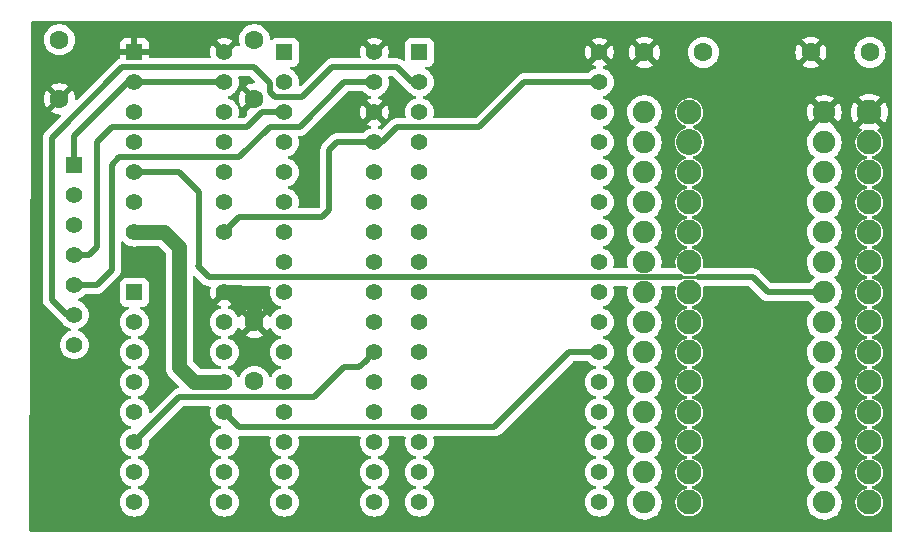
<source format=gtl>
G04 #@! TF.GenerationSoftware,KiCad,Pcbnew,(6.0.6)*
G04 #@! TF.CreationDate,2022-10-18T23:28:59+10:30*
G04 #@! TF.ProjectId,BBCROMRAM2014,42424352-4f4d-4524-914d-323031342e6b,rev?*
G04 #@! TF.SameCoordinates,Original*
G04 #@! TF.FileFunction,Copper,L1,Top*
G04 #@! TF.FilePolarity,Positive*
%FSLAX46Y46*%
G04 Gerber Fmt 4.6, Leading zero omitted, Abs format (unit mm)*
G04 Created by KiCad (PCBNEW (6.0.6)) date 2022-10-18 23:28:59*
%MOMM*%
%LPD*%
G01*
G04 APERTURE LIST*
G04 #@! TA.AperFunction,ComponentPad*
%ADD10R,1.397000X1.397000*%
G04 #@! TD*
G04 #@! TA.AperFunction,ComponentPad*
%ADD11C,1.397000*%
G04 #@! TD*
G04 #@! TA.AperFunction,ComponentPad*
%ADD12C,2.100000*%
G04 #@! TD*
G04 #@! TA.AperFunction,ComponentPad*
%ADD13C,2.200000*%
G04 #@! TD*
G04 #@! TA.AperFunction,ComponentPad*
%ADD14C,1.900000*%
G04 #@! TD*
G04 #@! TA.AperFunction,ComponentPad*
%ADD15C,1.600000*%
G04 #@! TD*
G04 #@! TA.AperFunction,Conductor*
%ADD16C,0.508000*%
G04 #@! TD*
G04 #@! TA.AperFunction,Conductor*
%ADD17C,0.254000*%
G04 #@! TD*
G04 #@! TA.AperFunction,Conductor*
%ADD18C,1.270000*%
G04 #@! TD*
G04 APERTURE END LIST*
D10*
X215900000Y-109855000D03*
D11*
X215900000Y-112395000D03*
X215900000Y-114935000D03*
X215900000Y-117475000D03*
X215900000Y-120015000D03*
X215900000Y-122555000D03*
X215900000Y-125095000D03*
D10*
X245110000Y-100330000D03*
D11*
X245110000Y-102870000D03*
X245110000Y-105410000D03*
X245110000Y-107950000D03*
X245110000Y-110490000D03*
X245110000Y-113030000D03*
X245110000Y-115570000D03*
X245110000Y-118110000D03*
X245110000Y-120650000D03*
X245110000Y-123190000D03*
X245110000Y-125730000D03*
X245110000Y-128270000D03*
X245110000Y-130810000D03*
X245110000Y-133350000D03*
X245110000Y-135890000D03*
X245110000Y-138430000D03*
X260350000Y-138430000D03*
X260350000Y-135890000D03*
X260350000Y-133350000D03*
X260350000Y-130810000D03*
X260350000Y-128270000D03*
X260350000Y-125730000D03*
X260350000Y-123190000D03*
X260350000Y-120650000D03*
X260350000Y-118110000D03*
X260350000Y-115570000D03*
X260350000Y-113030000D03*
X260350000Y-110490000D03*
X260350000Y-107950000D03*
X260350000Y-105410000D03*
X260350000Y-102870000D03*
X260350000Y-100330000D03*
D12*
X267970000Y-105410000D03*
D13*
X267970000Y-107950000D03*
D12*
X267970000Y-110490000D03*
X267970000Y-113030000D03*
X267970000Y-115570000D03*
X267970000Y-118110000D03*
X267970000Y-120650000D03*
X267970000Y-123190000D03*
X267970000Y-125730000D03*
X267970000Y-128270000D03*
X267970000Y-130810000D03*
X267970000Y-133350000D03*
X267970000Y-135890000D03*
X267970000Y-138430000D03*
X283210000Y-138430000D03*
X283210000Y-135890000D03*
X283210000Y-133350000D03*
X283210000Y-130810000D03*
X283210000Y-128270000D03*
X283210000Y-125730000D03*
X283210000Y-123190000D03*
X283210000Y-120650000D03*
X283210000Y-118110000D03*
X283210000Y-115570000D03*
X283210000Y-113030000D03*
X283210000Y-110490000D03*
X283210000Y-107950000D03*
X283210000Y-105410000D03*
D14*
X264160000Y-105410000D03*
X264160000Y-107950000D03*
X264160000Y-110490000D03*
X264160000Y-113030000D03*
X264160000Y-115570000D03*
X264160000Y-118110000D03*
X264160000Y-120650000D03*
X264160000Y-123190000D03*
X264160000Y-125730000D03*
X264160000Y-128270000D03*
X264160000Y-130810000D03*
X264160000Y-133350000D03*
X264160000Y-135890000D03*
X264160000Y-138430000D03*
X279400000Y-138430000D03*
X279400000Y-135890000D03*
X279400000Y-133350000D03*
X279400000Y-130810000D03*
X279400000Y-128270000D03*
X279400000Y-125730000D03*
X279400000Y-123190000D03*
X279400000Y-120650000D03*
X279400000Y-118110000D03*
X279400000Y-115570000D03*
X279400000Y-113030000D03*
X279400000Y-110490000D03*
X279400000Y-107950000D03*
X279400000Y-105410000D03*
D10*
X220980000Y-120650000D03*
D11*
X220980000Y-123190000D03*
X220980000Y-125730000D03*
X220980000Y-128270000D03*
X220980000Y-130810000D03*
X220980000Y-133350000D03*
X220980000Y-135890000D03*
X220980000Y-138430000D03*
X228600000Y-138430000D03*
X228600000Y-135890000D03*
X228600000Y-133350000D03*
X228600000Y-130810000D03*
X228600000Y-128270000D03*
X228600000Y-125730000D03*
X228600000Y-123190000D03*
X228600000Y-120650000D03*
D10*
X220980000Y-100330000D03*
D11*
X220980000Y-102870000D03*
X220980000Y-105410000D03*
X220980000Y-107950000D03*
X220980000Y-110490000D03*
X220980000Y-113030000D03*
X220980000Y-115570000D03*
X228600000Y-115570000D03*
X228600000Y-113030000D03*
X228600000Y-110490000D03*
X228600000Y-107950000D03*
X228600000Y-105410000D03*
X228600000Y-102870000D03*
X228600000Y-100330000D03*
D10*
X233680000Y-100330000D03*
D11*
X233680000Y-102870000D03*
X233680000Y-105410000D03*
X233680000Y-107950000D03*
X233680000Y-110490000D03*
X233680000Y-113030000D03*
X233680000Y-115570000D03*
X233680000Y-118110000D03*
X233680000Y-120650000D03*
X233680000Y-123190000D03*
X233680000Y-125730000D03*
X233680000Y-128270000D03*
X233680000Y-130810000D03*
X233680000Y-133350000D03*
X233680000Y-135890000D03*
X233680000Y-138430000D03*
X241300000Y-138430000D03*
X241300000Y-135890000D03*
X241300000Y-133350000D03*
X241300000Y-130810000D03*
X241300000Y-128270000D03*
X241300000Y-125730000D03*
X241300000Y-123190000D03*
X241300000Y-120650000D03*
X241300000Y-118110000D03*
X241300000Y-115570000D03*
X241300000Y-113030000D03*
X241300000Y-110490000D03*
X241300000Y-107950000D03*
X241300000Y-105410000D03*
X241300000Y-102870000D03*
X241300000Y-100330000D03*
D15*
X231140000Y-123190000D03*
X231140000Y-128190000D03*
X264160000Y-100330000D03*
X269160000Y-100330000D03*
X278257000Y-100330000D03*
X283257000Y-100330000D03*
X214630000Y-104267000D03*
X214630000Y-99267000D03*
X231140000Y-104267000D03*
X231140000Y-99267000D03*
D16*
X267258800Y-119380000D02*
X227406200Y-119380000D01*
X279400000Y-120650000D02*
X274624800Y-120650000D01*
X226377501Y-118427501D02*
X226377501Y-118414800D01*
D17*
X267258800Y-119380000D02*
X268693900Y-119380000D01*
D16*
X273354800Y-119380000D02*
X268693901Y-119380000D01*
X274624800Y-120650000D02*
X273354800Y-119380000D01*
X224790000Y-110490000D02*
X220980000Y-110490000D01*
X226441000Y-112141000D02*
X224790000Y-110490000D01*
X226441000Y-118491000D02*
X226441000Y-112141000D01*
X227330000Y-119380000D02*
X226377501Y-118427501D01*
X251460000Y-132080000D02*
X229870000Y-132080000D01*
X257810000Y-125730000D02*
X251460000Y-132080000D01*
X260350000Y-125730000D02*
X257810000Y-125730000D01*
X229870000Y-132080000D02*
X228600000Y-130810000D01*
X238760000Y-127000000D02*
X240030000Y-127000000D01*
X240030000Y-127000000D02*
X240601501Y-126428499D01*
X224790000Y-129540000D02*
X236220000Y-129540000D01*
X220980000Y-133350000D02*
X224790000Y-129540000D01*
X240601501Y-126428499D02*
X241300000Y-125730000D01*
X236220000Y-129540000D02*
X238760000Y-127000000D01*
X241935000Y-107950000D02*
X243205000Y-106680000D01*
X243205000Y-106680000D02*
X250190000Y-106680000D01*
X250190000Y-106680000D02*
X254000000Y-102870000D01*
X254000000Y-102870000D02*
X260350000Y-102870000D01*
X237490000Y-113665000D02*
X236855000Y-114300000D01*
X241300000Y-107950000D02*
X238125000Y-107950000D01*
X241300000Y-107950000D02*
X241935000Y-107950000D01*
X238125000Y-107950000D02*
X237490000Y-108585000D01*
X229870000Y-114300000D02*
X228600000Y-115570000D01*
X237490000Y-108585000D02*
X237490000Y-113665000D01*
X236855000Y-114300000D02*
X229870000Y-114300000D01*
X230505000Y-106680000D02*
X219075000Y-106680000D01*
X231775000Y-105410000D02*
X230505000Y-106680000D01*
X217805000Y-107950000D02*
X217805000Y-116840000D01*
X217805000Y-116840000D02*
X217170000Y-117475000D01*
X219075000Y-106680000D02*
X217805000Y-107950000D01*
X217170000Y-117475000D02*
X215900000Y-117475000D01*
X233680000Y-105410000D02*
X231775000Y-105410000D01*
X219075000Y-118745000D02*
X217805000Y-120015000D01*
X217805000Y-120015000D02*
X215900000Y-120015000D01*
X238760000Y-102870000D02*
X235001442Y-106628558D01*
X241300000Y-102870000D02*
X238760000Y-102870000D01*
X229870000Y-109220000D02*
X219710000Y-109220000D01*
X219710000Y-109220000D02*
X219075000Y-109855000D01*
X232461442Y-106628558D02*
X229870000Y-109220000D01*
X219075000Y-109855000D02*
X219075000Y-118745000D01*
X235001442Y-106628558D02*
X232461442Y-106628558D01*
X215900000Y-122555000D02*
X215265000Y-122555000D01*
X244475000Y-102870000D02*
X243205000Y-101600000D01*
X237744000Y-101600000D02*
X235204000Y-104140000D01*
X235204000Y-104140000D02*
X233045000Y-104140000D01*
X243205000Y-101600000D02*
X237744000Y-101600000D01*
X245110000Y-102870000D02*
X244475000Y-102870000D01*
X231124792Y-101600000D02*
X232448000Y-102923208D01*
X213995000Y-107569000D02*
X219964000Y-101600000D01*
X213995000Y-121285000D02*
X213995000Y-107569000D01*
X215265000Y-122555000D02*
X213995000Y-121285000D01*
X219964000Y-101600000D02*
X231124792Y-101600000D01*
X232448000Y-103670000D02*
X232918000Y-104140000D01*
X232448000Y-102923208D02*
X232448000Y-103670000D01*
X215900000Y-107442000D02*
X215900000Y-109855000D01*
X228600000Y-102870000D02*
X220472000Y-102870000D01*
X220472000Y-102870000D02*
X215900000Y-107442000D01*
D18*
X226060000Y-128270000D02*
X224790000Y-127000000D01*
X223520000Y-115570000D02*
X220980000Y-115570000D01*
X224790000Y-127000000D02*
X224790000Y-116840000D01*
X228600000Y-128270000D02*
X226060000Y-128270000D01*
X224790000Y-116840000D02*
X223520000Y-115570000D01*
X229870000Y-120650000D02*
X231140000Y-121920000D01*
X228600000Y-120650000D02*
X229870000Y-120650000D01*
X231140000Y-121920000D02*
X231140000Y-123190000D01*
G04 #@! TA.AperFunction,Conductor*
G36*
X285057121Y-97683502D02*
G01*
X285103614Y-97737158D01*
X285115000Y-97789500D01*
X285115000Y-140844000D01*
X285094998Y-140912121D01*
X285041342Y-140958614D01*
X284989000Y-140970000D01*
X212216370Y-140970000D01*
X212148249Y-140949998D01*
X212101756Y-140896342D01*
X212090371Y-140843630D01*
X212147806Y-121258208D01*
X213227776Y-121258208D01*
X213228369Y-121265500D01*
X213228369Y-121265503D01*
X213232085Y-121311183D01*
X213232500Y-121321398D01*
X213232500Y-121329525D01*
X213235811Y-121357924D01*
X213236238Y-121362244D01*
X213242191Y-121435426D01*
X213244447Y-121442388D01*
X213245643Y-121448376D01*
X213247051Y-121454333D01*
X213247899Y-121461607D01*
X213250397Y-121468489D01*
X213250398Y-121468493D01*
X213272945Y-121530607D01*
X213274355Y-121534711D01*
X213296987Y-121604575D01*
X213300787Y-121610838D01*
X213303325Y-121616380D01*
X213306067Y-121621856D01*
X213308566Y-121628741D01*
X213312581Y-121634865D01*
X213348815Y-121690132D01*
X213351130Y-121693800D01*
X213389227Y-121756581D01*
X213392941Y-121760786D01*
X213392943Y-121760789D01*
X213396667Y-121765005D01*
X213396638Y-121765031D01*
X213399238Y-121767962D01*
X213402042Y-121771316D01*
X213406054Y-121777435D01*
X213429615Y-121799754D01*
X213462586Y-121830988D01*
X213465028Y-121833366D01*
X214678190Y-123046528D01*
X214690577Y-123060941D01*
X214703546Y-123078564D01*
X214709129Y-123083307D01*
X214744055Y-123112979D01*
X214751571Y-123119909D01*
X214757315Y-123125653D01*
X214760189Y-123127927D01*
X214760196Y-123127933D01*
X214779711Y-123143372D01*
X214783115Y-123146163D01*
X214833472Y-123188945D01*
X214833476Y-123188948D01*
X214839051Y-123193684D01*
X214845568Y-123197012D01*
X214850632Y-123200389D01*
X214855856Y-123203616D01*
X214861600Y-123208160D01*
X214868232Y-123211260D01*
X214874461Y-123215107D01*
X214873285Y-123217011D01*
X214914036Y-123251240D01*
X214968693Y-123329298D01*
X214971852Y-123333809D01*
X215121191Y-123483148D01*
X215125699Y-123486305D01*
X215125702Y-123486307D01*
X215266282Y-123584742D01*
X215294194Y-123604286D01*
X215299176Y-123606609D01*
X215299181Y-123606612D01*
X215471290Y-123686867D01*
X215485605Y-123693542D01*
X215490913Y-123694964D01*
X215490915Y-123694965D01*
X215521996Y-123703293D01*
X215582619Y-123740245D01*
X215613640Y-123804106D01*
X215605212Y-123874600D01*
X215560009Y-123929347D01*
X215521996Y-123946707D01*
X215490915Y-123955035D01*
X215490913Y-123955036D01*
X215485605Y-123956458D01*
X215480624Y-123958780D01*
X215480623Y-123958781D01*
X215299176Y-124043391D01*
X215299173Y-124043393D01*
X215294195Y-124045714D01*
X215121191Y-124166852D01*
X214971852Y-124316191D01*
X214850714Y-124489195D01*
X214848393Y-124494173D01*
X214848391Y-124494176D01*
X214769440Y-124663487D01*
X214761458Y-124680605D01*
X214760036Y-124685913D01*
X214760035Y-124685915D01*
X214727926Y-124805747D01*
X214706796Y-124884606D01*
X214688389Y-125095000D01*
X214706796Y-125305394D01*
X214708220Y-125310707D01*
X214708220Y-125310709D01*
X214754690Y-125484135D01*
X214761458Y-125509395D01*
X214763780Y-125514376D01*
X214763781Y-125514377D01*
X214847655Y-125694244D01*
X214850714Y-125700805D01*
X214971852Y-125873809D01*
X215121191Y-126023148D01*
X215125699Y-126026305D01*
X215125702Y-126026307D01*
X215266282Y-126124742D01*
X215294194Y-126144286D01*
X215299176Y-126146609D01*
X215299181Y-126146612D01*
X215480623Y-126231219D01*
X215485605Y-126233542D01*
X215490913Y-126234964D01*
X215490915Y-126234965D01*
X215684291Y-126286780D01*
X215684293Y-126286780D01*
X215689606Y-126288204D01*
X215900000Y-126306611D01*
X216110394Y-126288204D01*
X216115707Y-126286780D01*
X216115709Y-126286780D01*
X216309085Y-126234965D01*
X216309087Y-126234964D01*
X216314395Y-126233542D01*
X216319377Y-126231219D01*
X216500819Y-126146612D01*
X216500824Y-126146609D01*
X216505806Y-126144286D01*
X216533718Y-126124742D01*
X216674298Y-126026307D01*
X216674301Y-126026305D01*
X216678809Y-126023148D01*
X216828148Y-125873809D01*
X216949286Y-125700805D01*
X216952346Y-125694244D01*
X217036219Y-125514377D01*
X217036220Y-125514376D01*
X217038542Y-125509395D01*
X217045311Y-125484135D01*
X217091780Y-125310709D01*
X217091780Y-125310707D01*
X217093204Y-125305394D01*
X217111611Y-125095000D01*
X217093204Y-124884606D01*
X217072074Y-124805747D01*
X217039965Y-124685915D01*
X217039964Y-124685913D01*
X217038542Y-124680605D01*
X217030560Y-124663487D01*
X216951609Y-124494176D01*
X216951607Y-124494173D01*
X216949286Y-124489195D01*
X216828148Y-124316191D01*
X216678809Y-124166852D01*
X216674301Y-124163695D01*
X216674298Y-124163693D01*
X216510315Y-124048871D01*
X216510312Y-124048869D01*
X216505806Y-124045714D01*
X216500824Y-124043391D01*
X216500819Y-124043388D01*
X216319377Y-123958781D01*
X216319376Y-123958781D01*
X216314395Y-123956458D01*
X216309087Y-123955036D01*
X216309085Y-123955035D01*
X216278004Y-123946707D01*
X216217381Y-123909755D01*
X216186360Y-123845894D01*
X216194788Y-123775400D01*
X216239991Y-123720653D01*
X216278004Y-123703293D01*
X216309085Y-123694965D01*
X216309087Y-123694964D01*
X216314395Y-123693542D01*
X216328710Y-123686867D01*
X216500819Y-123606612D01*
X216500824Y-123606609D01*
X216505806Y-123604286D01*
X216533718Y-123584742D01*
X216674298Y-123486307D01*
X216674301Y-123486305D01*
X216678809Y-123483148D01*
X216828148Y-123333809D01*
X216949286Y-123160805D01*
X216952346Y-123154244D01*
X217036219Y-122974377D01*
X217036220Y-122974376D01*
X217038542Y-122969395D01*
X217045311Y-122944135D01*
X217091780Y-122770709D01*
X217091780Y-122770707D01*
X217093204Y-122765394D01*
X217111611Y-122555000D01*
X217093204Y-122344606D01*
X217072074Y-122265747D01*
X217039965Y-122145915D01*
X217039964Y-122145913D01*
X217038542Y-122140605D01*
X217030560Y-122123487D01*
X216951609Y-121954176D01*
X216951607Y-121954173D01*
X216949286Y-121949195D01*
X216828148Y-121776191D01*
X216678809Y-121626852D01*
X216674301Y-121623695D01*
X216674298Y-121623693D01*
X216510315Y-121508871D01*
X216510313Y-121508870D01*
X216505806Y-121505714D01*
X216500824Y-121503391D01*
X216500819Y-121503388D01*
X216319377Y-121418781D01*
X216319376Y-121418781D01*
X216314395Y-121416458D01*
X216309087Y-121415036D01*
X216309085Y-121415035D01*
X216278004Y-121406707D01*
X216217381Y-121369755D01*
X216186360Y-121305894D01*
X216194788Y-121235400D01*
X216239991Y-121180653D01*
X216278004Y-121163293D01*
X216309085Y-121154965D01*
X216309087Y-121154964D01*
X216314395Y-121153542D01*
X216325703Y-121148269D01*
X216500819Y-121066612D01*
X216500824Y-121066609D01*
X216505806Y-121064286D01*
X216510315Y-121061129D01*
X216674298Y-120946307D01*
X216674301Y-120946305D01*
X216678809Y-120943148D01*
X216807552Y-120814405D01*
X216869864Y-120780379D01*
X216896647Y-120777500D01*
X217737624Y-120777500D01*
X217756574Y-120778933D01*
X217770973Y-120781124D01*
X217770979Y-120781124D01*
X217778208Y-120782224D01*
X217785500Y-120781631D01*
X217785503Y-120781631D01*
X217831183Y-120777915D01*
X217841398Y-120777500D01*
X217849525Y-120777500D01*
X217853161Y-120777076D01*
X217853163Y-120777076D01*
X217856615Y-120776673D01*
X217877924Y-120774189D01*
X217882244Y-120773762D01*
X217955426Y-120767809D01*
X217962388Y-120765553D01*
X217968376Y-120764357D01*
X217974333Y-120762949D01*
X217981607Y-120762101D01*
X217988489Y-120759603D01*
X217988493Y-120759602D01*
X218050607Y-120737055D01*
X218054711Y-120735645D01*
X218124575Y-120713013D01*
X218130838Y-120709213D01*
X218136380Y-120706675D01*
X218141856Y-120703933D01*
X218148741Y-120701434D01*
X218210132Y-120661185D01*
X218213800Y-120658870D01*
X218276581Y-120620773D01*
X218280786Y-120617059D01*
X218280789Y-120617057D01*
X218285005Y-120613333D01*
X218285031Y-120613362D01*
X218287962Y-120610762D01*
X218291316Y-120607958D01*
X218297435Y-120603946D01*
X218350989Y-120547413D01*
X218353366Y-120544972D01*
X219566528Y-119331810D01*
X219580941Y-119319423D01*
X219592665Y-119310795D01*
X219598564Y-119306454D01*
X219632979Y-119265945D01*
X219639909Y-119258429D01*
X219645653Y-119252685D01*
X219647927Y-119249811D01*
X219647933Y-119249804D01*
X219663372Y-119230289D01*
X219666163Y-119226885D01*
X219708945Y-119176528D01*
X219708948Y-119176524D01*
X219713684Y-119170949D01*
X219717012Y-119164432D01*
X219720389Y-119159368D01*
X219723616Y-119154144D01*
X219728160Y-119148400D01*
X219740448Y-119122109D01*
X219759232Y-119081918D01*
X219761163Y-119077967D01*
X219784524Y-119032217D01*
X219794543Y-119012596D01*
X219796284Y-119005481D01*
X219798421Y-118999735D01*
X219800345Y-118993952D01*
X219803444Y-118987321D01*
X219818394Y-118915443D01*
X219819363Y-118911162D01*
X219835470Y-118845339D01*
X219836804Y-118839888D01*
X219837500Y-118828670D01*
X219837539Y-118828672D01*
X219837772Y-118824771D01*
X219838161Y-118820412D01*
X219839652Y-118813244D01*
X219838992Y-118788837D01*
X219837546Y-118735423D01*
X219837500Y-118732014D01*
X219837500Y-116438647D01*
X219857502Y-116370526D01*
X219911158Y-116324033D01*
X219981432Y-116313929D01*
X220046012Y-116343423D01*
X220052595Y-116349552D01*
X220201191Y-116498148D01*
X220205699Y-116501305D01*
X220205702Y-116501307D01*
X220369685Y-116616129D01*
X220374194Y-116619286D01*
X220379176Y-116621609D01*
X220379181Y-116621612D01*
X220538586Y-116695943D01*
X220565605Y-116708542D01*
X220570913Y-116709964D01*
X220570915Y-116709965D01*
X220764291Y-116761780D01*
X220764293Y-116761780D01*
X220769606Y-116763204D01*
X220980000Y-116781611D01*
X221190394Y-116763204D01*
X221195707Y-116761780D01*
X221195709Y-116761780D01*
X221359870Y-116717793D01*
X221392481Y-116713500D01*
X222994156Y-116713500D01*
X223062277Y-116733502D01*
X223083252Y-116750405D01*
X223609596Y-117276750D01*
X223643621Y-117339062D01*
X223646500Y-117365845D01*
X223646500Y-126957195D01*
X223646230Y-126965436D01*
X223641994Y-127030061D01*
X223652399Y-127117973D01*
X223652736Y-127121186D01*
X223660831Y-127209279D01*
X223662399Y-127214839D01*
X223663061Y-127218412D01*
X223665250Y-127229415D01*
X223666018Y-127233028D01*
X223666697Y-127238765D01*
X223692938Y-127323276D01*
X223693854Y-127326373D01*
X223717877Y-127411549D01*
X223720435Y-127416737D01*
X223721760Y-127420188D01*
X223725901Y-127430566D01*
X223727304Y-127433953D01*
X223729018Y-127439473D01*
X223731709Y-127444587D01*
X223731709Y-127444588D01*
X223770198Y-127517745D01*
X223771695Y-127520681D01*
X223810829Y-127600037D01*
X223814287Y-127604668D01*
X223816250Y-127607871D01*
X223822173Y-127617258D01*
X223824182Y-127620351D01*
X223826871Y-127625463D01*
X223881656Y-127694956D01*
X223883627Y-127697526D01*
X223933116Y-127763801D01*
X223933123Y-127763808D01*
X223936573Y-127768429D01*
X223940807Y-127772343D01*
X223940809Y-127772345D01*
X223996959Y-127824249D01*
X224000526Y-127827679D01*
X224743333Y-128570487D01*
X224777358Y-128632799D01*
X224772293Y-128703615D01*
X224729746Y-128760450D01*
X224664454Y-128785167D01*
X224657400Y-128785741D01*
X224639574Y-128787191D01*
X224632612Y-128789446D01*
X224626624Y-128790643D01*
X224620667Y-128792051D01*
X224613393Y-128792899D01*
X224606511Y-128795397D01*
X224606507Y-128795398D01*
X224544393Y-128817945D01*
X224540289Y-128819355D01*
X224470425Y-128841987D01*
X224464162Y-128845787D01*
X224458620Y-128848325D01*
X224453144Y-128851067D01*
X224446259Y-128853566D01*
X224440135Y-128857581D01*
X224384868Y-128893815D01*
X224381200Y-128896130D01*
X224318419Y-128934227D01*
X224314214Y-128937941D01*
X224314211Y-128937943D01*
X224309995Y-128941667D01*
X224309969Y-128941638D01*
X224307038Y-128944238D01*
X224303684Y-128947042D01*
X224297565Y-128951054D01*
X224292533Y-128956366D01*
X224244012Y-129007586D01*
X224241634Y-129010028D01*
X222402794Y-130848868D01*
X222340482Y-130882894D01*
X222269667Y-130877829D01*
X222212831Y-130835282D01*
X222188178Y-130770755D01*
X222173683Y-130605086D01*
X222173204Y-130599606D01*
X222171780Y-130594291D01*
X222119965Y-130400915D01*
X222119964Y-130400913D01*
X222118542Y-130395605D01*
X222114163Y-130386214D01*
X222031609Y-130209176D01*
X222031607Y-130209173D01*
X222029286Y-130204195D01*
X221908148Y-130031191D01*
X221758809Y-129881852D01*
X221754301Y-129878695D01*
X221754298Y-129878693D01*
X221590315Y-129763871D01*
X221590312Y-129763869D01*
X221585806Y-129760714D01*
X221580824Y-129758391D01*
X221580819Y-129758388D01*
X221399377Y-129673781D01*
X221399376Y-129673781D01*
X221394395Y-129671458D01*
X221389087Y-129670036D01*
X221389085Y-129670035D01*
X221358004Y-129661707D01*
X221297381Y-129624755D01*
X221266360Y-129560894D01*
X221274788Y-129490400D01*
X221319991Y-129435653D01*
X221358004Y-129418293D01*
X221389085Y-129409965D01*
X221389087Y-129409964D01*
X221394395Y-129408542D01*
X221421414Y-129395943D01*
X221580819Y-129321612D01*
X221580824Y-129321609D01*
X221585806Y-129319286D01*
X221590315Y-129316129D01*
X221754298Y-129201307D01*
X221754301Y-129201305D01*
X221758809Y-129198148D01*
X221908148Y-129048809D01*
X222029286Y-128875805D01*
X222039657Y-128853566D01*
X222116219Y-128689377D01*
X222116220Y-128689376D01*
X222118542Y-128684395D01*
X222122403Y-128669988D01*
X222171780Y-128485709D01*
X222171781Y-128485706D01*
X222173204Y-128480394D01*
X222191611Y-128270000D01*
X222173204Y-128059606D01*
X222171780Y-128054291D01*
X222119965Y-127860915D01*
X222119964Y-127860913D01*
X222118542Y-127855605D01*
X222114163Y-127846214D01*
X222031609Y-127669176D01*
X222031607Y-127669173D01*
X222029286Y-127664195D01*
X221908148Y-127491191D01*
X221758809Y-127341852D01*
X221754301Y-127338695D01*
X221754298Y-127338693D01*
X221590315Y-127223871D01*
X221590312Y-127223869D01*
X221585806Y-127220714D01*
X221580824Y-127218391D01*
X221580819Y-127218388D01*
X221399377Y-127133781D01*
X221399376Y-127133781D01*
X221394395Y-127131458D01*
X221389087Y-127130036D01*
X221389085Y-127130035D01*
X221358004Y-127121707D01*
X221297381Y-127084755D01*
X221266360Y-127020894D01*
X221274788Y-126950400D01*
X221319991Y-126895653D01*
X221358004Y-126878293D01*
X221389085Y-126869965D01*
X221389087Y-126869964D01*
X221394395Y-126868542D01*
X221421414Y-126855943D01*
X221580819Y-126781612D01*
X221580824Y-126781609D01*
X221585806Y-126779286D01*
X221590315Y-126776129D01*
X221754298Y-126661307D01*
X221754301Y-126661305D01*
X221758809Y-126658148D01*
X221908148Y-126508809D01*
X222029286Y-126335805D01*
X222037786Y-126317578D01*
X222116219Y-126149377D01*
X222116220Y-126149376D01*
X222118542Y-126144395D01*
X222122403Y-126129988D01*
X222171780Y-125945709D01*
X222171780Y-125945707D01*
X222173204Y-125940394D01*
X222191611Y-125730000D01*
X222173204Y-125519606D01*
X222170468Y-125509395D01*
X222119965Y-125320915D01*
X222119964Y-125320913D01*
X222118542Y-125315605D01*
X222113781Y-125305394D01*
X222031609Y-125129176D01*
X222031607Y-125129173D01*
X222029286Y-125124195D01*
X221908148Y-124951191D01*
X221758809Y-124801852D01*
X221754301Y-124798695D01*
X221754298Y-124798693D01*
X221590315Y-124683871D01*
X221590312Y-124683869D01*
X221585806Y-124680714D01*
X221580824Y-124678391D01*
X221580819Y-124678388D01*
X221399377Y-124593781D01*
X221399376Y-124593781D01*
X221394395Y-124591458D01*
X221389087Y-124590036D01*
X221389085Y-124590035D01*
X221358004Y-124581707D01*
X221297381Y-124544755D01*
X221266360Y-124480894D01*
X221274788Y-124410400D01*
X221319991Y-124355653D01*
X221358004Y-124338293D01*
X221389085Y-124329965D01*
X221389087Y-124329964D01*
X221394395Y-124328542D01*
X221399377Y-124326219D01*
X221580819Y-124241612D01*
X221580824Y-124241609D01*
X221585806Y-124239286D01*
X221590315Y-124236129D01*
X221754298Y-124121307D01*
X221754301Y-124121305D01*
X221758809Y-124118148D01*
X221908148Y-123968809D01*
X222029286Y-123795805D01*
X222042900Y-123766611D01*
X222116219Y-123609377D01*
X222116220Y-123609376D01*
X222118542Y-123604395D01*
X222122403Y-123589988D01*
X222171780Y-123405709D01*
X222171780Y-123405707D01*
X222173204Y-123400394D01*
X222191611Y-123190000D01*
X222173204Y-122979606D01*
X222170468Y-122969395D01*
X222119965Y-122780915D01*
X222119964Y-122780913D01*
X222118542Y-122775605D01*
X222113781Y-122765394D01*
X222031609Y-122589176D01*
X222031607Y-122589173D01*
X222029286Y-122584195D01*
X221908148Y-122411191D01*
X221758809Y-122261852D01*
X221754301Y-122258695D01*
X221754298Y-122258693D01*
X221590315Y-122143871D01*
X221590312Y-122143869D01*
X221585806Y-122140714D01*
X221580824Y-122138391D01*
X221580819Y-122138388D01*
X221492479Y-122097195D01*
X221439194Y-122050278D01*
X221419733Y-121982001D01*
X221440275Y-121914041D01*
X221494298Y-121867975D01*
X221545729Y-121857000D01*
X221726634Y-121857000D01*
X221788816Y-121850245D01*
X221925205Y-121799115D01*
X222041761Y-121711761D01*
X222129115Y-121595205D01*
X222180245Y-121458816D01*
X222187000Y-121396634D01*
X222187000Y-119903366D01*
X222180245Y-119841184D01*
X222129115Y-119704795D01*
X222041761Y-119588239D01*
X221925205Y-119500885D01*
X221788816Y-119449755D01*
X221726634Y-119443000D01*
X220233366Y-119443000D01*
X220171184Y-119449755D01*
X220034795Y-119500885D01*
X219918239Y-119588239D01*
X219830885Y-119704795D01*
X219779755Y-119841184D01*
X219773000Y-119903366D01*
X219773000Y-121396634D01*
X219779755Y-121458816D01*
X219830885Y-121595205D01*
X219918239Y-121711761D01*
X220034795Y-121799115D01*
X220171184Y-121850245D01*
X220233366Y-121857000D01*
X220414272Y-121857000D01*
X220482393Y-121877002D01*
X220528886Y-121930658D01*
X220538990Y-122000932D01*
X220509496Y-122065512D01*
X220467522Y-122097195D01*
X220455099Y-122102988D01*
X220379176Y-122138391D01*
X220379173Y-122138393D01*
X220374195Y-122140714D01*
X220201191Y-122261852D01*
X220051852Y-122411191D01*
X219930714Y-122584195D01*
X219928393Y-122589173D01*
X219928391Y-122589176D01*
X219846219Y-122765394D01*
X219841458Y-122775605D01*
X219840036Y-122780913D01*
X219840035Y-122780915D01*
X219789532Y-122969395D01*
X219786796Y-122979606D01*
X219768389Y-123190000D01*
X219786796Y-123400394D01*
X219788220Y-123405707D01*
X219788220Y-123405709D01*
X219837598Y-123589988D01*
X219841458Y-123604395D01*
X219843780Y-123609376D01*
X219843781Y-123609377D01*
X219917101Y-123766611D01*
X219930714Y-123795805D01*
X220051852Y-123968809D01*
X220201191Y-124118148D01*
X220205699Y-124121305D01*
X220205702Y-124121307D01*
X220369685Y-124236129D01*
X220374194Y-124239286D01*
X220379176Y-124241609D01*
X220379181Y-124241612D01*
X220560623Y-124326219D01*
X220565605Y-124328542D01*
X220570913Y-124329964D01*
X220570915Y-124329965D01*
X220601996Y-124338293D01*
X220662619Y-124375245D01*
X220693640Y-124439106D01*
X220685212Y-124509600D01*
X220640009Y-124564347D01*
X220601996Y-124581707D01*
X220570915Y-124590035D01*
X220570913Y-124590036D01*
X220565605Y-124591458D01*
X220560624Y-124593780D01*
X220560623Y-124593781D01*
X220379176Y-124678391D01*
X220379173Y-124678393D01*
X220374195Y-124680714D01*
X220201191Y-124801852D01*
X220051852Y-124951191D01*
X219930714Y-125124195D01*
X219928393Y-125129173D01*
X219928391Y-125129176D01*
X219846219Y-125305394D01*
X219841458Y-125315605D01*
X219840036Y-125320913D01*
X219840035Y-125320915D01*
X219789532Y-125509395D01*
X219786796Y-125519606D01*
X219768389Y-125730000D01*
X219786796Y-125940394D01*
X219788220Y-125945707D01*
X219788220Y-125945709D01*
X219837598Y-126129988D01*
X219841458Y-126144395D01*
X219843780Y-126149376D01*
X219843781Y-126149377D01*
X219922215Y-126317578D01*
X219930714Y-126335805D01*
X220051852Y-126508809D01*
X220201191Y-126658148D01*
X220205699Y-126661305D01*
X220205702Y-126661307D01*
X220369685Y-126776129D01*
X220374194Y-126779286D01*
X220379176Y-126781609D01*
X220379181Y-126781612D01*
X220538586Y-126855943D01*
X220565605Y-126868542D01*
X220570913Y-126869964D01*
X220570915Y-126869965D01*
X220601996Y-126878293D01*
X220662619Y-126915245D01*
X220693640Y-126979106D01*
X220685212Y-127049600D01*
X220640009Y-127104347D01*
X220601996Y-127121707D01*
X220570915Y-127130035D01*
X220570913Y-127130036D01*
X220565605Y-127131458D01*
X220560624Y-127133780D01*
X220560623Y-127133781D01*
X220379176Y-127218391D01*
X220379173Y-127218393D01*
X220374195Y-127220714D01*
X220201191Y-127341852D01*
X220051852Y-127491191D01*
X219930714Y-127664195D01*
X219928393Y-127669173D01*
X219928391Y-127669176D01*
X219845837Y-127846214D01*
X219841458Y-127855605D01*
X219840036Y-127860913D01*
X219840035Y-127860915D01*
X219788220Y-128054291D01*
X219786796Y-128059606D01*
X219768389Y-128270000D01*
X219786796Y-128480394D01*
X219788219Y-128485706D01*
X219788220Y-128485709D01*
X219837598Y-128669988D01*
X219841458Y-128684395D01*
X219843780Y-128689376D01*
X219843781Y-128689377D01*
X219920344Y-128853566D01*
X219930714Y-128875805D01*
X220051852Y-129048809D01*
X220201191Y-129198148D01*
X220205699Y-129201305D01*
X220205702Y-129201307D01*
X220369685Y-129316129D01*
X220374194Y-129319286D01*
X220379176Y-129321609D01*
X220379181Y-129321612D01*
X220538586Y-129395943D01*
X220565605Y-129408542D01*
X220570913Y-129409964D01*
X220570915Y-129409965D01*
X220601996Y-129418293D01*
X220662619Y-129455245D01*
X220693640Y-129519106D01*
X220685212Y-129589600D01*
X220640009Y-129644347D01*
X220601996Y-129661707D01*
X220570915Y-129670035D01*
X220570913Y-129670036D01*
X220565605Y-129671458D01*
X220560624Y-129673780D01*
X220560623Y-129673781D01*
X220379176Y-129758391D01*
X220379173Y-129758393D01*
X220374195Y-129760714D01*
X220201191Y-129881852D01*
X220051852Y-130031191D01*
X219930714Y-130204195D01*
X219928393Y-130209173D01*
X219928391Y-130209176D01*
X219845837Y-130386214D01*
X219841458Y-130395605D01*
X219840036Y-130400913D01*
X219840035Y-130400915D01*
X219788220Y-130594291D01*
X219786796Y-130599606D01*
X219768389Y-130810000D01*
X219786796Y-131020394D01*
X219788219Y-131025706D01*
X219788220Y-131025709D01*
X219837598Y-131209988D01*
X219841458Y-131224395D01*
X219843780Y-131229376D01*
X219843781Y-131229377D01*
X219899446Y-131348750D01*
X219930714Y-131415805D01*
X220051852Y-131588809D01*
X220201191Y-131738148D01*
X220205699Y-131741305D01*
X220205702Y-131741307D01*
X220369685Y-131856129D01*
X220374194Y-131859286D01*
X220379176Y-131861609D01*
X220379181Y-131861612D01*
X220538586Y-131935943D01*
X220565605Y-131948542D01*
X220570913Y-131949964D01*
X220570915Y-131949965D01*
X220601996Y-131958293D01*
X220662619Y-131995245D01*
X220693640Y-132059106D01*
X220685212Y-132129600D01*
X220640009Y-132184347D01*
X220601996Y-132201707D01*
X220570915Y-132210035D01*
X220570913Y-132210036D01*
X220565605Y-132211458D01*
X220560624Y-132213780D01*
X220560623Y-132213781D01*
X220379176Y-132298391D01*
X220379173Y-132298393D01*
X220374195Y-132300714D01*
X220201191Y-132421852D01*
X220051852Y-132571191D01*
X219930714Y-132744195D01*
X219928393Y-132749173D01*
X219928391Y-132749176D01*
X219845837Y-132926214D01*
X219841458Y-132935605D01*
X219840036Y-132940913D01*
X219840035Y-132940915D01*
X219788220Y-133134291D01*
X219786796Y-133139606D01*
X219768389Y-133350000D01*
X219786796Y-133560394D01*
X219788220Y-133565707D01*
X219788220Y-133565709D01*
X219837598Y-133749988D01*
X219841458Y-133764395D01*
X219843780Y-133769376D01*
X219843781Y-133769377D01*
X219899446Y-133888750D01*
X219930714Y-133955805D01*
X220051852Y-134128809D01*
X220201191Y-134278148D01*
X220205699Y-134281305D01*
X220205702Y-134281307D01*
X220369685Y-134396129D01*
X220374194Y-134399286D01*
X220379176Y-134401609D01*
X220379181Y-134401612D01*
X220538586Y-134475943D01*
X220565605Y-134488542D01*
X220570913Y-134489964D01*
X220570915Y-134489965D01*
X220601996Y-134498293D01*
X220662619Y-134535245D01*
X220693640Y-134599106D01*
X220685212Y-134669600D01*
X220640009Y-134724347D01*
X220601996Y-134741707D01*
X220570915Y-134750035D01*
X220570913Y-134750036D01*
X220565605Y-134751458D01*
X220560624Y-134753780D01*
X220560623Y-134753781D01*
X220379176Y-134838391D01*
X220379173Y-134838393D01*
X220374195Y-134840714D01*
X220201191Y-134961852D01*
X220051852Y-135111191D01*
X219930714Y-135284195D01*
X219928393Y-135289173D01*
X219928391Y-135289176D01*
X219845837Y-135466214D01*
X219841458Y-135475605D01*
X219840036Y-135480913D01*
X219840035Y-135480915D01*
X219788220Y-135674291D01*
X219786796Y-135679606D01*
X219768389Y-135890000D01*
X219786796Y-136100394D01*
X219788220Y-136105707D01*
X219788220Y-136105709D01*
X219837598Y-136289988D01*
X219841458Y-136304395D01*
X219843780Y-136309376D01*
X219843781Y-136309377D01*
X219899446Y-136428750D01*
X219930714Y-136495805D01*
X220051852Y-136668809D01*
X220201191Y-136818148D01*
X220205699Y-136821305D01*
X220205702Y-136821307D01*
X220369685Y-136936129D01*
X220374194Y-136939286D01*
X220379176Y-136941609D01*
X220379181Y-136941612D01*
X220538586Y-137015943D01*
X220565605Y-137028542D01*
X220570913Y-137029964D01*
X220570915Y-137029965D01*
X220601996Y-137038293D01*
X220662619Y-137075245D01*
X220693640Y-137139106D01*
X220685212Y-137209600D01*
X220640009Y-137264347D01*
X220601996Y-137281707D01*
X220570915Y-137290035D01*
X220570913Y-137290036D01*
X220565605Y-137291458D01*
X220560624Y-137293780D01*
X220560623Y-137293781D01*
X220379176Y-137378391D01*
X220379173Y-137378393D01*
X220374195Y-137380714D01*
X220201191Y-137501852D01*
X220051852Y-137651191D01*
X219930714Y-137824195D01*
X219928393Y-137829173D01*
X219928391Y-137829176D01*
X219845837Y-138006214D01*
X219841458Y-138015605D01*
X219840036Y-138020913D01*
X219840035Y-138020915D01*
X219788220Y-138214291D01*
X219786796Y-138219606D01*
X219768389Y-138430000D01*
X219786796Y-138640394D01*
X219788220Y-138645707D01*
X219788220Y-138645709D01*
X219837598Y-138829988D01*
X219841458Y-138844395D01*
X219843780Y-138849376D01*
X219843781Y-138849377D01*
X219899446Y-138968750D01*
X219930714Y-139035805D01*
X220051852Y-139208809D01*
X220201191Y-139358148D01*
X220205699Y-139361305D01*
X220205702Y-139361307D01*
X220369685Y-139476129D01*
X220374194Y-139479286D01*
X220379176Y-139481609D01*
X220379181Y-139481612D01*
X220538584Y-139555942D01*
X220565605Y-139568542D01*
X220570913Y-139569964D01*
X220570915Y-139569965D01*
X220764291Y-139621780D01*
X220764293Y-139621780D01*
X220769606Y-139623204D01*
X220980000Y-139641611D01*
X221190394Y-139623204D01*
X221195707Y-139621780D01*
X221195709Y-139621780D01*
X221389085Y-139569965D01*
X221389087Y-139569964D01*
X221394395Y-139568542D01*
X221421416Y-139555942D01*
X221580819Y-139481612D01*
X221580824Y-139481609D01*
X221585806Y-139479286D01*
X221590315Y-139476129D01*
X221754298Y-139361307D01*
X221754301Y-139361305D01*
X221758809Y-139358148D01*
X221908148Y-139208809D01*
X222029286Y-139035805D01*
X222060555Y-138968750D01*
X222116219Y-138849377D01*
X222116220Y-138849376D01*
X222118542Y-138844395D01*
X222122403Y-138829988D01*
X222171780Y-138645709D01*
X222171780Y-138645707D01*
X222173204Y-138640394D01*
X222191611Y-138430000D01*
X222173204Y-138219606D01*
X222171780Y-138214291D01*
X222119965Y-138020915D01*
X222119964Y-138020913D01*
X222118542Y-138015605D01*
X222114163Y-138006214D01*
X222031609Y-137829176D01*
X222031607Y-137829173D01*
X222029286Y-137824195D01*
X221908148Y-137651191D01*
X221758809Y-137501852D01*
X221754301Y-137498695D01*
X221754298Y-137498693D01*
X221590315Y-137383871D01*
X221590312Y-137383869D01*
X221585806Y-137380714D01*
X221580824Y-137378391D01*
X221580819Y-137378388D01*
X221399377Y-137293781D01*
X221399376Y-137293781D01*
X221394395Y-137291458D01*
X221389087Y-137290036D01*
X221389085Y-137290035D01*
X221358004Y-137281707D01*
X221297381Y-137244755D01*
X221266360Y-137180894D01*
X221274788Y-137110400D01*
X221319991Y-137055653D01*
X221358004Y-137038293D01*
X221389085Y-137029965D01*
X221389087Y-137029964D01*
X221394395Y-137028542D01*
X221421414Y-137015943D01*
X221580819Y-136941612D01*
X221580824Y-136941609D01*
X221585806Y-136939286D01*
X221590315Y-136936129D01*
X221754298Y-136821307D01*
X221754301Y-136821305D01*
X221758809Y-136818148D01*
X221908148Y-136668809D01*
X222029286Y-136495805D01*
X222060555Y-136428750D01*
X222116219Y-136309377D01*
X222116220Y-136309376D01*
X222118542Y-136304395D01*
X222122403Y-136289988D01*
X222171780Y-136105709D01*
X222171780Y-136105707D01*
X222173204Y-136100394D01*
X222191611Y-135890000D01*
X222173204Y-135679606D01*
X222171780Y-135674291D01*
X222119965Y-135480915D01*
X222119964Y-135480913D01*
X222118542Y-135475605D01*
X222114163Y-135466214D01*
X222031609Y-135289176D01*
X222031607Y-135289173D01*
X222029286Y-135284195D01*
X221908148Y-135111191D01*
X221758809Y-134961852D01*
X221754301Y-134958695D01*
X221754298Y-134958693D01*
X221590315Y-134843871D01*
X221590312Y-134843869D01*
X221585806Y-134840714D01*
X221580824Y-134838391D01*
X221580819Y-134838388D01*
X221399377Y-134753781D01*
X221399376Y-134753781D01*
X221394395Y-134751458D01*
X221389087Y-134750036D01*
X221389085Y-134750035D01*
X221358004Y-134741707D01*
X221297381Y-134704755D01*
X221266360Y-134640894D01*
X221274788Y-134570400D01*
X221319991Y-134515653D01*
X221358004Y-134498293D01*
X221389085Y-134489965D01*
X221389087Y-134489964D01*
X221394395Y-134488542D01*
X221421414Y-134475943D01*
X221580819Y-134401612D01*
X221580824Y-134401609D01*
X221585806Y-134399286D01*
X221590315Y-134396129D01*
X221754298Y-134281307D01*
X221754301Y-134281305D01*
X221758809Y-134278148D01*
X221908148Y-134128809D01*
X222029286Y-133955805D01*
X222060555Y-133888750D01*
X222116219Y-133769377D01*
X222116220Y-133769376D01*
X222118542Y-133764395D01*
X222122403Y-133749988D01*
X222171780Y-133565709D01*
X222171780Y-133565707D01*
X222173204Y-133560394D01*
X222191611Y-133350000D01*
X222186010Y-133285978D01*
X222199999Y-133216374D01*
X222222436Y-133185902D01*
X225068933Y-130339405D01*
X225131245Y-130305379D01*
X225158028Y-130302500D01*
X227322199Y-130302500D01*
X227390320Y-130322502D01*
X227436813Y-130376158D01*
X227446917Y-130446432D01*
X227443908Y-130461103D01*
X227406796Y-130599606D01*
X227388389Y-130810000D01*
X227406796Y-131020394D01*
X227408219Y-131025706D01*
X227408220Y-131025709D01*
X227457598Y-131209988D01*
X227461458Y-131224395D01*
X227463780Y-131229376D01*
X227463781Y-131229377D01*
X227519446Y-131348750D01*
X227550714Y-131415805D01*
X227671852Y-131588809D01*
X227821191Y-131738148D01*
X227825699Y-131741305D01*
X227825702Y-131741307D01*
X227989685Y-131856129D01*
X227994194Y-131859286D01*
X227999176Y-131861609D01*
X227999181Y-131861612D01*
X228158586Y-131935943D01*
X228185605Y-131948542D01*
X228190913Y-131949964D01*
X228190915Y-131949965D01*
X228221996Y-131958293D01*
X228282619Y-131995245D01*
X228313640Y-132059106D01*
X228305212Y-132129600D01*
X228260009Y-132184347D01*
X228221996Y-132201707D01*
X228190915Y-132210035D01*
X228190913Y-132210036D01*
X228185605Y-132211458D01*
X228180624Y-132213780D01*
X228180623Y-132213781D01*
X227999176Y-132298391D01*
X227999173Y-132298393D01*
X227994195Y-132300714D01*
X227821191Y-132421852D01*
X227671852Y-132571191D01*
X227550714Y-132744195D01*
X227548393Y-132749173D01*
X227548391Y-132749176D01*
X227465837Y-132926214D01*
X227461458Y-132935605D01*
X227460036Y-132940913D01*
X227460035Y-132940915D01*
X227408220Y-133134291D01*
X227406796Y-133139606D01*
X227388389Y-133350000D01*
X227406796Y-133560394D01*
X227408220Y-133565707D01*
X227408220Y-133565709D01*
X227457598Y-133749988D01*
X227461458Y-133764395D01*
X227463780Y-133769376D01*
X227463781Y-133769377D01*
X227519446Y-133888750D01*
X227550714Y-133955805D01*
X227671852Y-134128809D01*
X227821191Y-134278148D01*
X227825699Y-134281305D01*
X227825702Y-134281307D01*
X227989685Y-134396129D01*
X227994194Y-134399286D01*
X227999176Y-134401609D01*
X227999181Y-134401612D01*
X228158586Y-134475943D01*
X228185605Y-134488542D01*
X228190913Y-134489964D01*
X228190915Y-134489965D01*
X228221996Y-134498293D01*
X228282619Y-134535245D01*
X228313640Y-134599106D01*
X228305212Y-134669600D01*
X228260009Y-134724347D01*
X228221996Y-134741707D01*
X228190915Y-134750035D01*
X228190913Y-134750036D01*
X228185605Y-134751458D01*
X228180624Y-134753780D01*
X228180623Y-134753781D01*
X227999176Y-134838391D01*
X227999173Y-134838393D01*
X227994195Y-134840714D01*
X227821191Y-134961852D01*
X227671852Y-135111191D01*
X227550714Y-135284195D01*
X227548393Y-135289173D01*
X227548391Y-135289176D01*
X227465837Y-135466214D01*
X227461458Y-135475605D01*
X227460036Y-135480913D01*
X227460035Y-135480915D01*
X227408220Y-135674291D01*
X227406796Y-135679606D01*
X227388389Y-135890000D01*
X227406796Y-136100394D01*
X227408220Y-136105707D01*
X227408220Y-136105709D01*
X227457598Y-136289988D01*
X227461458Y-136304395D01*
X227463780Y-136309376D01*
X227463781Y-136309377D01*
X227519446Y-136428750D01*
X227550714Y-136495805D01*
X227671852Y-136668809D01*
X227821191Y-136818148D01*
X227825699Y-136821305D01*
X227825702Y-136821307D01*
X227989685Y-136936129D01*
X227994194Y-136939286D01*
X227999176Y-136941609D01*
X227999181Y-136941612D01*
X228158586Y-137015943D01*
X228185605Y-137028542D01*
X228190913Y-137029964D01*
X228190915Y-137029965D01*
X228221996Y-137038293D01*
X228282619Y-137075245D01*
X228313640Y-137139106D01*
X228305212Y-137209600D01*
X228260009Y-137264347D01*
X228221996Y-137281707D01*
X228190915Y-137290035D01*
X228190913Y-137290036D01*
X228185605Y-137291458D01*
X228180624Y-137293780D01*
X228180623Y-137293781D01*
X227999176Y-137378391D01*
X227999173Y-137378393D01*
X227994195Y-137380714D01*
X227821191Y-137501852D01*
X227671852Y-137651191D01*
X227550714Y-137824195D01*
X227548393Y-137829173D01*
X227548391Y-137829176D01*
X227465837Y-138006214D01*
X227461458Y-138015605D01*
X227460036Y-138020913D01*
X227460035Y-138020915D01*
X227408220Y-138214291D01*
X227406796Y-138219606D01*
X227388389Y-138430000D01*
X227406796Y-138640394D01*
X227408220Y-138645707D01*
X227408220Y-138645709D01*
X227457598Y-138829988D01*
X227461458Y-138844395D01*
X227463780Y-138849376D01*
X227463781Y-138849377D01*
X227519446Y-138968750D01*
X227550714Y-139035805D01*
X227671852Y-139208809D01*
X227821191Y-139358148D01*
X227825699Y-139361305D01*
X227825702Y-139361307D01*
X227989685Y-139476129D01*
X227994194Y-139479286D01*
X227999176Y-139481609D01*
X227999181Y-139481612D01*
X228158584Y-139555942D01*
X228185605Y-139568542D01*
X228190913Y-139569964D01*
X228190915Y-139569965D01*
X228384291Y-139621780D01*
X228384293Y-139621780D01*
X228389606Y-139623204D01*
X228600000Y-139641611D01*
X228810394Y-139623204D01*
X228815707Y-139621780D01*
X228815709Y-139621780D01*
X229009085Y-139569965D01*
X229009087Y-139569964D01*
X229014395Y-139568542D01*
X229041416Y-139555942D01*
X229200819Y-139481612D01*
X229200824Y-139481609D01*
X229205806Y-139479286D01*
X229210315Y-139476129D01*
X229374298Y-139361307D01*
X229374301Y-139361305D01*
X229378809Y-139358148D01*
X229528148Y-139208809D01*
X229649286Y-139035805D01*
X229680555Y-138968750D01*
X229736219Y-138849377D01*
X229736220Y-138849376D01*
X229738542Y-138844395D01*
X229742403Y-138829988D01*
X229791780Y-138645709D01*
X229791780Y-138645707D01*
X229793204Y-138640394D01*
X229811611Y-138430000D01*
X229793204Y-138219606D01*
X229791780Y-138214291D01*
X229739965Y-138020915D01*
X229739964Y-138020913D01*
X229738542Y-138015605D01*
X229734163Y-138006214D01*
X229651609Y-137829176D01*
X229651607Y-137829173D01*
X229649286Y-137824195D01*
X229528148Y-137651191D01*
X229378809Y-137501852D01*
X229374301Y-137498695D01*
X229374298Y-137498693D01*
X229210315Y-137383871D01*
X229210312Y-137383869D01*
X229205806Y-137380714D01*
X229200824Y-137378391D01*
X229200819Y-137378388D01*
X229019377Y-137293781D01*
X229019376Y-137293781D01*
X229014395Y-137291458D01*
X229009087Y-137290036D01*
X229009085Y-137290035D01*
X228978004Y-137281707D01*
X228917381Y-137244755D01*
X228886360Y-137180894D01*
X228894788Y-137110400D01*
X228939991Y-137055653D01*
X228978004Y-137038293D01*
X229009085Y-137029965D01*
X229009087Y-137029964D01*
X229014395Y-137028542D01*
X229041414Y-137015943D01*
X229200819Y-136941612D01*
X229200824Y-136941609D01*
X229205806Y-136939286D01*
X229210315Y-136936129D01*
X229374298Y-136821307D01*
X229374301Y-136821305D01*
X229378809Y-136818148D01*
X229528148Y-136668809D01*
X229649286Y-136495805D01*
X229680555Y-136428750D01*
X229736219Y-136309377D01*
X229736220Y-136309376D01*
X229738542Y-136304395D01*
X229742403Y-136289988D01*
X229791780Y-136105709D01*
X229791780Y-136105707D01*
X229793204Y-136100394D01*
X229811611Y-135890000D01*
X229793204Y-135679606D01*
X229791780Y-135674291D01*
X229739965Y-135480915D01*
X229739964Y-135480913D01*
X229738542Y-135475605D01*
X229734163Y-135466214D01*
X229651609Y-135289176D01*
X229651607Y-135289173D01*
X229649286Y-135284195D01*
X229528148Y-135111191D01*
X229378809Y-134961852D01*
X229374301Y-134958695D01*
X229374298Y-134958693D01*
X229210315Y-134843871D01*
X229210312Y-134843869D01*
X229205806Y-134840714D01*
X229200824Y-134838391D01*
X229200819Y-134838388D01*
X229019377Y-134753781D01*
X229019376Y-134753781D01*
X229014395Y-134751458D01*
X229009087Y-134750036D01*
X229009085Y-134750035D01*
X228978004Y-134741707D01*
X228917381Y-134704755D01*
X228886360Y-134640894D01*
X228894788Y-134570400D01*
X228939991Y-134515653D01*
X228978004Y-134498293D01*
X229009085Y-134489965D01*
X229009087Y-134489964D01*
X229014395Y-134488542D01*
X229041414Y-134475943D01*
X229200819Y-134401612D01*
X229200824Y-134401609D01*
X229205806Y-134399286D01*
X229210315Y-134396129D01*
X229374298Y-134281307D01*
X229374301Y-134281305D01*
X229378809Y-134278148D01*
X229528148Y-134128809D01*
X229649286Y-133955805D01*
X229680555Y-133888750D01*
X229736219Y-133769377D01*
X229736220Y-133769376D01*
X229738542Y-133764395D01*
X229742403Y-133749988D01*
X229791780Y-133565709D01*
X229791780Y-133565707D01*
X229793204Y-133560394D01*
X229811611Y-133350000D01*
X229793204Y-133139606D01*
X229791780Y-133134291D01*
X229756132Y-133001250D01*
X229757822Y-132930273D01*
X229797616Y-132871478D01*
X229862881Y-132843530D01*
X229874435Y-132842685D01*
X229876299Y-132842635D01*
X229879584Y-132842546D01*
X229882986Y-132842500D01*
X232402199Y-132842500D01*
X232470320Y-132862502D01*
X232516813Y-132916158D01*
X232526917Y-132986432D01*
X232523908Y-133001103D01*
X232486796Y-133139606D01*
X232468389Y-133350000D01*
X232486796Y-133560394D01*
X232488220Y-133565707D01*
X232488220Y-133565709D01*
X232537598Y-133749988D01*
X232541458Y-133764395D01*
X232543780Y-133769376D01*
X232543781Y-133769377D01*
X232599446Y-133888750D01*
X232630714Y-133955805D01*
X232751852Y-134128809D01*
X232901191Y-134278148D01*
X232905699Y-134281305D01*
X232905702Y-134281307D01*
X233069685Y-134396129D01*
X233074194Y-134399286D01*
X233079176Y-134401609D01*
X233079181Y-134401612D01*
X233238586Y-134475943D01*
X233265605Y-134488542D01*
X233270913Y-134489964D01*
X233270915Y-134489965D01*
X233301996Y-134498293D01*
X233362619Y-134535245D01*
X233393640Y-134599106D01*
X233385212Y-134669600D01*
X233340009Y-134724347D01*
X233301996Y-134741707D01*
X233270915Y-134750035D01*
X233270913Y-134750036D01*
X233265605Y-134751458D01*
X233260624Y-134753780D01*
X233260623Y-134753781D01*
X233079176Y-134838391D01*
X233079173Y-134838393D01*
X233074195Y-134840714D01*
X232901191Y-134961852D01*
X232751852Y-135111191D01*
X232630714Y-135284195D01*
X232628393Y-135289173D01*
X232628391Y-135289176D01*
X232545837Y-135466214D01*
X232541458Y-135475605D01*
X232540036Y-135480913D01*
X232540035Y-135480915D01*
X232488220Y-135674291D01*
X232486796Y-135679606D01*
X232468389Y-135890000D01*
X232486796Y-136100394D01*
X232488220Y-136105707D01*
X232488220Y-136105709D01*
X232537598Y-136289988D01*
X232541458Y-136304395D01*
X232543780Y-136309376D01*
X232543781Y-136309377D01*
X232599446Y-136428750D01*
X232630714Y-136495805D01*
X232751852Y-136668809D01*
X232901191Y-136818148D01*
X232905699Y-136821305D01*
X232905702Y-136821307D01*
X233069685Y-136936129D01*
X233074194Y-136939286D01*
X233079176Y-136941609D01*
X233079181Y-136941612D01*
X233238586Y-137015943D01*
X233265605Y-137028542D01*
X233270913Y-137029964D01*
X233270915Y-137029965D01*
X233301996Y-137038293D01*
X233362619Y-137075245D01*
X233393640Y-137139106D01*
X233385212Y-137209600D01*
X233340009Y-137264347D01*
X233301996Y-137281707D01*
X233270915Y-137290035D01*
X233270913Y-137290036D01*
X233265605Y-137291458D01*
X233260624Y-137293780D01*
X233260623Y-137293781D01*
X233079176Y-137378391D01*
X233079173Y-137378393D01*
X233074195Y-137380714D01*
X232901191Y-137501852D01*
X232751852Y-137651191D01*
X232630714Y-137824195D01*
X232628393Y-137829173D01*
X232628391Y-137829176D01*
X232545837Y-138006214D01*
X232541458Y-138015605D01*
X232540036Y-138020913D01*
X232540035Y-138020915D01*
X232488220Y-138214291D01*
X232486796Y-138219606D01*
X232468389Y-138430000D01*
X232486796Y-138640394D01*
X232488220Y-138645707D01*
X232488220Y-138645709D01*
X232537598Y-138829988D01*
X232541458Y-138844395D01*
X232543780Y-138849376D01*
X232543781Y-138849377D01*
X232599446Y-138968750D01*
X232630714Y-139035805D01*
X232751852Y-139208809D01*
X232901191Y-139358148D01*
X232905699Y-139361305D01*
X232905702Y-139361307D01*
X233069685Y-139476129D01*
X233074194Y-139479286D01*
X233079176Y-139481609D01*
X233079181Y-139481612D01*
X233238584Y-139555942D01*
X233265605Y-139568542D01*
X233270913Y-139569964D01*
X233270915Y-139569965D01*
X233464291Y-139621780D01*
X233464293Y-139621780D01*
X233469606Y-139623204D01*
X233680000Y-139641611D01*
X233890394Y-139623204D01*
X233895707Y-139621780D01*
X233895709Y-139621780D01*
X234089085Y-139569965D01*
X234089087Y-139569964D01*
X234094395Y-139568542D01*
X234121416Y-139555942D01*
X234280819Y-139481612D01*
X234280824Y-139481609D01*
X234285806Y-139479286D01*
X234290315Y-139476129D01*
X234454298Y-139361307D01*
X234454301Y-139361305D01*
X234458809Y-139358148D01*
X234608148Y-139208809D01*
X234729286Y-139035805D01*
X234760555Y-138968750D01*
X234816219Y-138849377D01*
X234816220Y-138849376D01*
X234818542Y-138844395D01*
X234822403Y-138829988D01*
X234871780Y-138645709D01*
X234871780Y-138645707D01*
X234873204Y-138640394D01*
X234891611Y-138430000D01*
X234873204Y-138219606D01*
X234871780Y-138214291D01*
X234819965Y-138020915D01*
X234819964Y-138020913D01*
X234818542Y-138015605D01*
X234814163Y-138006214D01*
X234731609Y-137829176D01*
X234731607Y-137829173D01*
X234729286Y-137824195D01*
X234608148Y-137651191D01*
X234458809Y-137501852D01*
X234454301Y-137498695D01*
X234454298Y-137498693D01*
X234290315Y-137383871D01*
X234290312Y-137383869D01*
X234285806Y-137380714D01*
X234280824Y-137378391D01*
X234280819Y-137378388D01*
X234099377Y-137293781D01*
X234099376Y-137293781D01*
X234094395Y-137291458D01*
X234089087Y-137290036D01*
X234089085Y-137290035D01*
X234058004Y-137281707D01*
X233997381Y-137244755D01*
X233966360Y-137180894D01*
X233974788Y-137110400D01*
X234019991Y-137055653D01*
X234058004Y-137038293D01*
X234089085Y-137029965D01*
X234089087Y-137029964D01*
X234094395Y-137028542D01*
X234121414Y-137015943D01*
X234280819Y-136941612D01*
X234280824Y-136941609D01*
X234285806Y-136939286D01*
X234290315Y-136936129D01*
X234454298Y-136821307D01*
X234454301Y-136821305D01*
X234458809Y-136818148D01*
X234608148Y-136668809D01*
X234729286Y-136495805D01*
X234760555Y-136428750D01*
X234816219Y-136309377D01*
X234816220Y-136309376D01*
X234818542Y-136304395D01*
X234822403Y-136289988D01*
X234871780Y-136105709D01*
X234871780Y-136105707D01*
X234873204Y-136100394D01*
X234891611Y-135890000D01*
X234873204Y-135679606D01*
X234871780Y-135674291D01*
X234819965Y-135480915D01*
X234819964Y-135480913D01*
X234818542Y-135475605D01*
X234814163Y-135466214D01*
X234731609Y-135289176D01*
X234731607Y-135289173D01*
X234729286Y-135284195D01*
X234608148Y-135111191D01*
X234458809Y-134961852D01*
X234454301Y-134958695D01*
X234454298Y-134958693D01*
X234290315Y-134843871D01*
X234290312Y-134843869D01*
X234285806Y-134840714D01*
X234280824Y-134838391D01*
X234280819Y-134838388D01*
X234099377Y-134753781D01*
X234099376Y-134753781D01*
X234094395Y-134751458D01*
X234089087Y-134750036D01*
X234089085Y-134750035D01*
X234058004Y-134741707D01*
X233997381Y-134704755D01*
X233966360Y-134640894D01*
X233974788Y-134570400D01*
X234019991Y-134515653D01*
X234058004Y-134498293D01*
X234089085Y-134489965D01*
X234089087Y-134489964D01*
X234094395Y-134488542D01*
X234121414Y-134475943D01*
X234280819Y-134401612D01*
X234280824Y-134401609D01*
X234285806Y-134399286D01*
X234290315Y-134396129D01*
X234454298Y-134281307D01*
X234454301Y-134281305D01*
X234458809Y-134278148D01*
X234608148Y-134128809D01*
X234729286Y-133955805D01*
X234760555Y-133888750D01*
X234816219Y-133769377D01*
X234816220Y-133769376D01*
X234818542Y-133764395D01*
X234822403Y-133749988D01*
X234871780Y-133565709D01*
X234871780Y-133565707D01*
X234873204Y-133560394D01*
X234891611Y-133350000D01*
X234873204Y-133139606D01*
X234836094Y-133001110D01*
X234837784Y-132930135D01*
X234877578Y-132871339D01*
X234942842Y-132843391D01*
X234957801Y-132842500D01*
X240022199Y-132842500D01*
X240090320Y-132862502D01*
X240136813Y-132916158D01*
X240146917Y-132986432D01*
X240143908Y-133001103D01*
X240106796Y-133139606D01*
X240088389Y-133350000D01*
X240106796Y-133560394D01*
X240108220Y-133565707D01*
X240108220Y-133565709D01*
X240157598Y-133749988D01*
X240161458Y-133764395D01*
X240163780Y-133769376D01*
X240163781Y-133769377D01*
X240219446Y-133888750D01*
X240250714Y-133955805D01*
X240371852Y-134128809D01*
X240521191Y-134278148D01*
X240525699Y-134281305D01*
X240525702Y-134281307D01*
X240689685Y-134396129D01*
X240694194Y-134399286D01*
X240699176Y-134401609D01*
X240699181Y-134401612D01*
X240858586Y-134475943D01*
X240885605Y-134488542D01*
X240890913Y-134489964D01*
X240890915Y-134489965D01*
X240921996Y-134498293D01*
X240982619Y-134535245D01*
X241013640Y-134599106D01*
X241005212Y-134669600D01*
X240960009Y-134724347D01*
X240921996Y-134741707D01*
X240890915Y-134750035D01*
X240890913Y-134750036D01*
X240885605Y-134751458D01*
X240880624Y-134753780D01*
X240880623Y-134753781D01*
X240699176Y-134838391D01*
X240699173Y-134838393D01*
X240694195Y-134840714D01*
X240521191Y-134961852D01*
X240371852Y-135111191D01*
X240250714Y-135284195D01*
X240248393Y-135289173D01*
X240248391Y-135289176D01*
X240165837Y-135466214D01*
X240161458Y-135475605D01*
X240160036Y-135480913D01*
X240160035Y-135480915D01*
X240108220Y-135674291D01*
X240106796Y-135679606D01*
X240088389Y-135890000D01*
X240106796Y-136100394D01*
X240108220Y-136105707D01*
X240108220Y-136105709D01*
X240157598Y-136289988D01*
X240161458Y-136304395D01*
X240163780Y-136309376D01*
X240163781Y-136309377D01*
X240219446Y-136428750D01*
X240250714Y-136495805D01*
X240371852Y-136668809D01*
X240521191Y-136818148D01*
X240525699Y-136821305D01*
X240525702Y-136821307D01*
X240689685Y-136936129D01*
X240694194Y-136939286D01*
X240699176Y-136941609D01*
X240699181Y-136941612D01*
X240858586Y-137015943D01*
X240885605Y-137028542D01*
X240890913Y-137029964D01*
X240890915Y-137029965D01*
X240921996Y-137038293D01*
X240982619Y-137075245D01*
X241013640Y-137139106D01*
X241005212Y-137209600D01*
X240960009Y-137264347D01*
X240921996Y-137281707D01*
X240890915Y-137290035D01*
X240890913Y-137290036D01*
X240885605Y-137291458D01*
X240880624Y-137293780D01*
X240880623Y-137293781D01*
X240699176Y-137378391D01*
X240699173Y-137378393D01*
X240694195Y-137380714D01*
X240521191Y-137501852D01*
X240371852Y-137651191D01*
X240250714Y-137824195D01*
X240248393Y-137829173D01*
X240248391Y-137829176D01*
X240165837Y-138006214D01*
X240161458Y-138015605D01*
X240160036Y-138020913D01*
X240160035Y-138020915D01*
X240108220Y-138214291D01*
X240106796Y-138219606D01*
X240088389Y-138430000D01*
X240106796Y-138640394D01*
X240108220Y-138645707D01*
X240108220Y-138645709D01*
X240157598Y-138829988D01*
X240161458Y-138844395D01*
X240163780Y-138849376D01*
X240163781Y-138849377D01*
X240219446Y-138968750D01*
X240250714Y-139035805D01*
X240371852Y-139208809D01*
X240521191Y-139358148D01*
X240525699Y-139361305D01*
X240525702Y-139361307D01*
X240689685Y-139476129D01*
X240694194Y-139479286D01*
X240699176Y-139481609D01*
X240699181Y-139481612D01*
X240858584Y-139555942D01*
X240885605Y-139568542D01*
X240890913Y-139569964D01*
X240890915Y-139569965D01*
X241084291Y-139621780D01*
X241084293Y-139621780D01*
X241089606Y-139623204D01*
X241300000Y-139641611D01*
X241510394Y-139623204D01*
X241515707Y-139621780D01*
X241515709Y-139621780D01*
X241709085Y-139569965D01*
X241709087Y-139569964D01*
X241714395Y-139568542D01*
X241741416Y-139555942D01*
X241900819Y-139481612D01*
X241900824Y-139481609D01*
X241905806Y-139479286D01*
X241910315Y-139476129D01*
X242074298Y-139361307D01*
X242074301Y-139361305D01*
X242078809Y-139358148D01*
X242228148Y-139208809D01*
X242349286Y-139035805D01*
X242380555Y-138968750D01*
X242436219Y-138849377D01*
X242436220Y-138849376D01*
X242438542Y-138844395D01*
X242442403Y-138829988D01*
X242491780Y-138645709D01*
X242491780Y-138645707D01*
X242493204Y-138640394D01*
X242511611Y-138430000D01*
X242493204Y-138219606D01*
X242491780Y-138214291D01*
X242439965Y-138020915D01*
X242439964Y-138020913D01*
X242438542Y-138015605D01*
X242434163Y-138006214D01*
X242351609Y-137829176D01*
X242351607Y-137829173D01*
X242349286Y-137824195D01*
X242228148Y-137651191D01*
X242078809Y-137501852D01*
X242074301Y-137498695D01*
X242074298Y-137498693D01*
X241910315Y-137383871D01*
X241910312Y-137383869D01*
X241905806Y-137380714D01*
X241900824Y-137378391D01*
X241900819Y-137378388D01*
X241719377Y-137293781D01*
X241719376Y-137293781D01*
X241714395Y-137291458D01*
X241709087Y-137290036D01*
X241709085Y-137290035D01*
X241678004Y-137281707D01*
X241617381Y-137244755D01*
X241586360Y-137180894D01*
X241594788Y-137110400D01*
X241639991Y-137055653D01*
X241678004Y-137038293D01*
X241709085Y-137029965D01*
X241709087Y-137029964D01*
X241714395Y-137028542D01*
X241741414Y-137015943D01*
X241900819Y-136941612D01*
X241900824Y-136941609D01*
X241905806Y-136939286D01*
X241910315Y-136936129D01*
X242074298Y-136821307D01*
X242074301Y-136821305D01*
X242078809Y-136818148D01*
X242228148Y-136668809D01*
X242349286Y-136495805D01*
X242380555Y-136428750D01*
X242436219Y-136309377D01*
X242436220Y-136309376D01*
X242438542Y-136304395D01*
X242442403Y-136289988D01*
X242491780Y-136105709D01*
X242491780Y-136105707D01*
X242493204Y-136100394D01*
X242511611Y-135890000D01*
X242493204Y-135679606D01*
X242491780Y-135674291D01*
X242439965Y-135480915D01*
X242439964Y-135480913D01*
X242438542Y-135475605D01*
X242434163Y-135466214D01*
X242351609Y-135289176D01*
X242351607Y-135289173D01*
X242349286Y-135284195D01*
X242228148Y-135111191D01*
X242078809Y-134961852D01*
X242074301Y-134958695D01*
X242074298Y-134958693D01*
X241910315Y-134843871D01*
X241910312Y-134843869D01*
X241905806Y-134840714D01*
X241900824Y-134838391D01*
X241900819Y-134838388D01*
X241719377Y-134753781D01*
X241719376Y-134753781D01*
X241714395Y-134751458D01*
X241709087Y-134750036D01*
X241709085Y-134750035D01*
X241678004Y-134741707D01*
X241617381Y-134704755D01*
X241586360Y-134640894D01*
X241594788Y-134570400D01*
X241639991Y-134515653D01*
X241678004Y-134498293D01*
X241709085Y-134489965D01*
X241709087Y-134489964D01*
X241714395Y-134488542D01*
X241741414Y-134475943D01*
X241900819Y-134401612D01*
X241900824Y-134401609D01*
X241905806Y-134399286D01*
X241910315Y-134396129D01*
X242074298Y-134281307D01*
X242074301Y-134281305D01*
X242078809Y-134278148D01*
X242228148Y-134128809D01*
X242349286Y-133955805D01*
X242380555Y-133888750D01*
X242436219Y-133769377D01*
X242436220Y-133769376D01*
X242438542Y-133764395D01*
X242442403Y-133749988D01*
X242491780Y-133565709D01*
X242491780Y-133565707D01*
X242493204Y-133560394D01*
X242511611Y-133350000D01*
X242493204Y-133139606D01*
X242456094Y-133001110D01*
X242457784Y-132930135D01*
X242497578Y-132871339D01*
X242562842Y-132843391D01*
X242577801Y-132842500D01*
X243832199Y-132842500D01*
X243900320Y-132862502D01*
X243946813Y-132916158D01*
X243956917Y-132986432D01*
X243953908Y-133001103D01*
X243916796Y-133139606D01*
X243898389Y-133350000D01*
X243916796Y-133560394D01*
X243918220Y-133565707D01*
X243918220Y-133565709D01*
X243967598Y-133749988D01*
X243971458Y-133764395D01*
X243973780Y-133769376D01*
X243973781Y-133769377D01*
X244029446Y-133888750D01*
X244060714Y-133955805D01*
X244181852Y-134128809D01*
X244331191Y-134278148D01*
X244335699Y-134281305D01*
X244335702Y-134281307D01*
X244499685Y-134396129D01*
X244504194Y-134399286D01*
X244509176Y-134401609D01*
X244509181Y-134401612D01*
X244668586Y-134475943D01*
X244695605Y-134488542D01*
X244700913Y-134489964D01*
X244700915Y-134489965D01*
X244731996Y-134498293D01*
X244792619Y-134535245D01*
X244823640Y-134599106D01*
X244815212Y-134669600D01*
X244770009Y-134724347D01*
X244731996Y-134741707D01*
X244700915Y-134750035D01*
X244700913Y-134750036D01*
X244695605Y-134751458D01*
X244690624Y-134753780D01*
X244690623Y-134753781D01*
X244509176Y-134838391D01*
X244509173Y-134838393D01*
X244504195Y-134840714D01*
X244331191Y-134961852D01*
X244181852Y-135111191D01*
X244060714Y-135284195D01*
X244058393Y-135289173D01*
X244058391Y-135289176D01*
X243975837Y-135466214D01*
X243971458Y-135475605D01*
X243970036Y-135480913D01*
X243970035Y-135480915D01*
X243918220Y-135674291D01*
X243916796Y-135679606D01*
X243898389Y-135890000D01*
X243916796Y-136100394D01*
X243918220Y-136105707D01*
X243918220Y-136105709D01*
X243967598Y-136289988D01*
X243971458Y-136304395D01*
X243973780Y-136309376D01*
X243973781Y-136309377D01*
X244029446Y-136428750D01*
X244060714Y-136495805D01*
X244181852Y-136668809D01*
X244331191Y-136818148D01*
X244335699Y-136821305D01*
X244335702Y-136821307D01*
X244499685Y-136936129D01*
X244504194Y-136939286D01*
X244509176Y-136941609D01*
X244509181Y-136941612D01*
X244668586Y-137015943D01*
X244695605Y-137028542D01*
X244700913Y-137029964D01*
X244700915Y-137029965D01*
X244731996Y-137038293D01*
X244792619Y-137075245D01*
X244823640Y-137139106D01*
X244815212Y-137209600D01*
X244770009Y-137264347D01*
X244731996Y-137281707D01*
X244700915Y-137290035D01*
X244700913Y-137290036D01*
X244695605Y-137291458D01*
X244690624Y-137293780D01*
X244690623Y-137293781D01*
X244509176Y-137378391D01*
X244509173Y-137378393D01*
X244504195Y-137380714D01*
X244331191Y-137501852D01*
X244181852Y-137651191D01*
X244060714Y-137824195D01*
X244058393Y-137829173D01*
X244058391Y-137829176D01*
X243975837Y-138006214D01*
X243971458Y-138015605D01*
X243970036Y-138020913D01*
X243970035Y-138020915D01*
X243918220Y-138214291D01*
X243916796Y-138219606D01*
X243898389Y-138430000D01*
X243916796Y-138640394D01*
X243918220Y-138645707D01*
X243918220Y-138645709D01*
X243967598Y-138829988D01*
X243971458Y-138844395D01*
X243973780Y-138849376D01*
X243973781Y-138849377D01*
X244029446Y-138968750D01*
X244060714Y-139035805D01*
X244181852Y-139208809D01*
X244331191Y-139358148D01*
X244335699Y-139361305D01*
X244335702Y-139361307D01*
X244499685Y-139476129D01*
X244504194Y-139479286D01*
X244509176Y-139481609D01*
X244509181Y-139481612D01*
X244668584Y-139555942D01*
X244695605Y-139568542D01*
X244700913Y-139569964D01*
X244700915Y-139569965D01*
X244894291Y-139621780D01*
X244894293Y-139621780D01*
X244899606Y-139623204D01*
X245110000Y-139641611D01*
X245320394Y-139623204D01*
X245325707Y-139621780D01*
X245325709Y-139621780D01*
X245519085Y-139569965D01*
X245519087Y-139569964D01*
X245524395Y-139568542D01*
X245551416Y-139555942D01*
X245710819Y-139481612D01*
X245710824Y-139481609D01*
X245715806Y-139479286D01*
X245720315Y-139476129D01*
X245884298Y-139361307D01*
X245884301Y-139361305D01*
X245888809Y-139358148D01*
X246038148Y-139208809D01*
X246159286Y-139035805D01*
X246190555Y-138968750D01*
X246246219Y-138849377D01*
X246246220Y-138849376D01*
X246248542Y-138844395D01*
X246252403Y-138829988D01*
X246301780Y-138645709D01*
X246301780Y-138645707D01*
X246303204Y-138640394D01*
X246321611Y-138430000D01*
X246303204Y-138219606D01*
X246301780Y-138214291D01*
X246249965Y-138020915D01*
X246249964Y-138020913D01*
X246248542Y-138015605D01*
X246244163Y-138006214D01*
X246161609Y-137829176D01*
X246161607Y-137829173D01*
X246159286Y-137824195D01*
X246038148Y-137651191D01*
X245888809Y-137501852D01*
X245884301Y-137498695D01*
X245884298Y-137498693D01*
X245720315Y-137383871D01*
X245720312Y-137383869D01*
X245715806Y-137380714D01*
X245710824Y-137378391D01*
X245710819Y-137378388D01*
X245529377Y-137293781D01*
X245529376Y-137293781D01*
X245524395Y-137291458D01*
X245519087Y-137290036D01*
X245519085Y-137290035D01*
X245488004Y-137281707D01*
X245427381Y-137244755D01*
X245396360Y-137180894D01*
X245404788Y-137110400D01*
X245449991Y-137055653D01*
X245488004Y-137038293D01*
X245519085Y-137029965D01*
X245519087Y-137029964D01*
X245524395Y-137028542D01*
X245551414Y-137015943D01*
X245710819Y-136941612D01*
X245710824Y-136941609D01*
X245715806Y-136939286D01*
X245720315Y-136936129D01*
X245884298Y-136821307D01*
X245884301Y-136821305D01*
X245888809Y-136818148D01*
X246038148Y-136668809D01*
X246159286Y-136495805D01*
X246190555Y-136428750D01*
X246246219Y-136309377D01*
X246246220Y-136309376D01*
X246248542Y-136304395D01*
X246252403Y-136289988D01*
X246301780Y-136105709D01*
X246301780Y-136105707D01*
X246303204Y-136100394D01*
X246321611Y-135890000D01*
X246303204Y-135679606D01*
X246301780Y-135674291D01*
X246249965Y-135480915D01*
X246249964Y-135480913D01*
X246248542Y-135475605D01*
X246244163Y-135466214D01*
X246161609Y-135289176D01*
X246161607Y-135289173D01*
X246159286Y-135284195D01*
X246038148Y-135111191D01*
X245888809Y-134961852D01*
X245884301Y-134958695D01*
X245884298Y-134958693D01*
X245720315Y-134843871D01*
X245720312Y-134843869D01*
X245715806Y-134840714D01*
X245710824Y-134838391D01*
X245710819Y-134838388D01*
X245529377Y-134753781D01*
X245529376Y-134753781D01*
X245524395Y-134751458D01*
X245519087Y-134750036D01*
X245519085Y-134750035D01*
X245488004Y-134741707D01*
X245427381Y-134704755D01*
X245396360Y-134640894D01*
X245404788Y-134570400D01*
X245449991Y-134515653D01*
X245488004Y-134498293D01*
X245519085Y-134489965D01*
X245519087Y-134489964D01*
X245524395Y-134488542D01*
X245551414Y-134475943D01*
X245710819Y-134401612D01*
X245710824Y-134401609D01*
X245715806Y-134399286D01*
X245720315Y-134396129D01*
X245884298Y-134281307D01*
X245884301Y-134281305D01*
X245888809Y-134278148D01*
X246038148Y-134128809D01*
X246159286Y-133955805D01*
X246190555Y-133888750D01*
X246246219Y-133769377D01*
X246246220Y-133769376D01*
X246248542Y-133764395D01*
X246252403Y-133749988D01*
X246301780Y-133565709D01*
X246301780Y-133565707D01*
X246303204Y-133560394D01*
X246321611Y-133350000D01*
X246303204Y-133139606D01*
X246266094Y-133001110D01*
X246267784Y-132930135D01*
X246307578Y-132871339D01*
X246372842Y-132843391D01*
X246387801Y-132842500D01*
X251392624Y-132842500D01*
X251411574Y-132843933D01*
X251425973Y-132846124D01*
X251425979Y-132846124D01*
X251433208Y-132847224D01*
X251440500Y-132846631D01*
X251440503Y-132846631D01*
X251486183Y-132842915D01*
X251496398Y-132842500D01*
X251504525Y-132842500D01*
X251508161Y-132842076D01*
X251508163Y-132842076D01*
X251511615Y-132841673D01*
X251532924Y-132839189D01*
X251537244Y-132838762D01*
X251610426Y-132832809D01*
X251617388Y-132830553D01*
X251623376Y-132829357D01*
X251629333Y-132827949D01*
X251636607Y-132827101D01*
X251643489Y-132824603D01*
X251643493Y-132824602D01*
X251705607Y-132802055D01*
X251709711Y-132800645D01*
X251779575Y-132778013D01*
X251785838Y-132774213D01*
X251791380Y-132771675D01*
X251796856Y-132768933D01*
X251803741Y-132766434D01*
X251865132Y-132726185D01*
X251868800Y-132723870D01*
X251931581Y-132685773D01*
X251935786Y-132682059D01*
X251935789Y-132682057D01*
X251940005Y-132678333D01*
X251940031Y-132678362D01*
X251942962Y-132675762D01*
X251946316Y-132672958D01*
X251952435Y-132668946D01*
X252005989Y-132612413D01*
X252008366Y-132609972D01*
X258088933Y-126529405D01*
X258151245Y-126495379D01*
X258178028Y-126492500D01*
X259353353Y-126492500D01*
X259421474Y-126512502D01*
X259442448Y-126529405D01*
X259571191Y-126658148D01*
X259575699Y-126661305D01*
X259575702Y-126661307D01*
X259739685Y-126776129D01*
X259744194Y-126779286D01*
X259749176Y-126781609D01*
X259749181Y-126781612D01*
X259908586Y-126855943D01*
X259935605Y-126868542D01*
X259940913Y-126869964D01*
X259940915Y-126869965D01*
X259971996Y-126878293D01*
X260032619Y-126915245D01*
X260063640Y-126979106D01*
X260055212Y-127049600D01*
X260010009Y-127104347D01*
X259971996Y-127121707D01*
X259940915Y-127130035D01*
X259940913Y-127130036D01*
X259935605Y-127131458D01*
X259930624Y-127133780D01*
X259930623Y-127133781D01*
X259749176Y-127218391D01*
X259749173Y-127218393D01*
X259744195Y-127220714D01*
X259571191Y-127341852D01*
X259421852Y-127491191D01*
X259300714Y-127664195D01*
X259298393Y-127669173D01*
X259298391Y-127669176D01*
X259215837Y-127846214D01*
X259211458Y-127855605D01*
X259210036Y-127860913D01*
X259210035Y-127860915D01*
X259158220Y-128054291D01*
X259156796Y-128059606D01*
X259138389Y-128270000D01*
X259156796Y-128480394D01*
X259158219Y-128485706D01*
X259158220Y-128485709D01*
X259207598Y-128669988D01*
X259211458Y-128684395D01*
X259213780Y-128689376D01*
X259213781Y-128689377D01*
X259290344Y-128853566D01*
X259300714Y-128875805D01*
X259421852Y-129048809D01*
X259571191Y-129198148D01*
X259575699Y-129201305D01*
X259575702Y-129201307D01*
X259739685Y-129316129D01*
X259744194Y-129319286D01*
X259749176Y-129321609D01*
X259749181Y-129321612D01*
X259908586Y-129395943D01*
X259935605Y-129408542D01*
X259940913Y-129409964D01*
X259940915Y-129409965D01*
X259971996Y-129418293D01*
X260032619Y-129455245D01*
X260063640Y-129519106D01*
X260055212Y-129589600D01*
X260010009Y-129644347D01*
X259971996Y-129661707D01*
X259940915Y-129670035D01*
X259940913Y-129670036D01*
X259935605Y-129671458D01*
X259930624Y-129673780D01*
X259930623Y-129673781D01*
X259749176Y-129758391D01*
X259749173Y-129758393D01*
X259744195Y-129760714D01*
X259571191Y-129881852D01*
X259421852Y-130031191D01*
X259300714Y-130204195D01*
X259298393Y-130209173D01*
X259298391Y-130209176D01*
X259215837Y-130386214D01*
X259211458Y-130395605D01*
X259210036Y-130400913D01*
X259210035Y-130400915D01*
X259158220Y-130594291D01*
X259156796Y-130599606D01*
X259138389Y-130810000D01*
X259156796Y-131020394D01*
X259158219Y-131025706D01*
X259158220Y-131025709D01*
X259207598Y-131209988D01*
X259211458Y-131224395D01*
X259213780Y-131229376D01*
X259213781Y-131229377D01*
X259269446Y-131348750D01*
X259300714Y-131415805D01*
X259421852Y-131588809D01*
X259571191Y-131738148D01*
X259575699Y-131741305D01*
X259575702Y-131741307D01*
X259739685Y-131856129D01*
X259744194Y-131859286D01*
X259749176Y-131861609D01*
X259749181Y-131861612D01*
X259908586Y-131935943D01*
X259935605Y-131948542D01*
X259940913Y-131949964D01*
X259940915Y-131949965D01*
X259971996Y-131958293D01*
X260032619Y-131995245D01*
X260063640Y-132059106D01*
X260055212Y-132129600D01*
X260010009Y-132184347D01*
X259971996Y-132201707D01*
X259940915Y-132210035D01*
X259940913Y-132210036D01*
X259935605Y-132211458D01*
X259930624Y-132213780D01*
X259930623Y-132213781D01*
X259749176Y-132298391D01*
X259749173Y-132298393D01*
X259744195Y-132300714D01*
X259571191Y-132421852D01*
X259421852Y-132571191D01*
X259300714Y-132744195D01*
X259298393Y-132749173D01*
X259298391Y-132749176D01*
X259215837Y-132926214D01*
X259211458Y-132935605D01*
X259210036Y-132940913D01*
X259210035Y-132940915D01*
X259158220Y-133134291D01*
X259156796Y-133139606D01*
X259138389Y-133350000D01*
X259156796Y-133560394D01*
X259158220Y-133565707D01*
X259158220Y-133565709D01*
X259207598Y-133749988D01*
X259211458Y-133764395D01*
X259213780Y-133769376D01*
X259213781Y-133769377D01*
X259269446Y-133888750D01*
X259300714Y-133955805D01*
X259421852Y-134128809D01*
X259571191Y-134278148D01*
X259575699Y-134281305D01*
X259575702Y-134281307D01*
X259739685Y-134396129D01*
X259744194Y-134399286D01*
X259749176Y-134401609D01*
X259749181Y-134401612D01*
X259908586Y-134475943D01*
X259935605Y-134488542D01*
X259940913Y-134489964D01*
X259940915Y-134489965D01*
X259971996Y-134498293D01*
X260032619Y-134535245D01*
X260063640Y-134599106D01*
X260055212Y-134669600D01*
X260010009Y-134724347D01*
X259971996Y-134741707D01*
X259940915Y-134750035D01*
X259940913Y-134750036D01*
X259935605Y-134751458D01*
X259930624Y-134753780D01*
X259930623Y-134753781D01*
X259749176Y-134838391D01*
X259749173Y-134838393D01*
X259744195Y-134840714D01*
X259571191Y-134961852D01*
X259421852Y-135111191D01*
X259300714Y-135284195D01*
X259298393Y-135289173D01*
X259298391Y-135289176D01*
X259215837Y-135466214D01*
X259211458Y-135475605D01*
X259210036Y-135480913D01*
X259210035Y-135480915D01*
X259158220Y-135674291D01*
X259156796Y-135679606D01*
X259138389Y-135890000D01*
X259156796Y-136100394D01*
X259158220Y-136105707D01*
X259158220Y-136105709D01*
X259207598Y-136289988D01*
X259211458Y-136304395D01*
X259213780Y-136309376D01*
X259213781Y-136309377D01*
X259269446Y-136428750D01*
X259300714Y-136495805D01*
X259421852Y-136668809D01*
X259571191Y-136818148D01*
X259575699Y-136821305D01*
X259575702Y-136821307D01*
X259739685Y-136936129D01*
X259744194Y-136939286D01*
X259749176Y-136941609D01*
X259749181Y-136941612D01*
X259908586Y-137015943D01*
X259935605Y-137028542D01*
X259940913Y-137029964D01*
X259940915Y-137029965D01*
X259971996Y-137038293D01*
X260032619Y-137075245D01*
X260063640Y-137139106D01*
X260055212Y-137209600D01*
X260010009Y-137264347D01*
X259971996Y-137281707D01*
X259940915Y-137290035D01*
X259940913Y-137290036D01*
X259935605Y-137291458D01*
X259930624Y-137293780D01*
X259930623Y-137293781D01*
X259749176Y-137378391D01*
X259749173Y-137378393D01*
X259744195Y-137380714D01*
X259571191Y-137501852D01*
X259421852Y-137651191D01*
X259300714Y-137824195D01*
X259298393Y-137829173D01*
X259298391Y-137829176D01*
X259215837Y-138006214D01*
X259211458Y-138015605D01*
X259210036Y-138020913D01*
X259210035Y-138020915D01*
X259158220Y-138214291D01*
X259156796Y-138219606D01*
X259138389Y-138430000D01*
X259156796Y-138640394D01*
X259158220Y-138645707D01*
X259158220Y-138645709D01*
X259207598Y-138829988D01*
X259211458Y-138844395D01*
X259213780Y-138849376D01*
X259213781Y-138849377D01*
X259269446Y-138968750D01*
X259300714Y-139035805D01*
X259421852Y-139208809D01*
X259571191Y-139358148D01*
X259575699Y-139361305D01*
X259575702Y-139361307D01*
X259739685Y-139476129D01*
X259744194Y-139479286D01*
X259749176Y-139481609D01*
X259749181Y-139481612D01*
X259908584Y-139555942D01*
X259935605Y-139568542D01*
X259940913Y-139569964D01*
X259940915Y-139569965D01*
X260134291Y-139621780D01*
X260134293Y-139621780D01*
X260139606Y-139623204D01*
X260350000Y-139641611D01*
X260560394Y-139623204D01*
X260565707Y-139621780D01*
X260565709Y-139621780D01*
X260759085Y-139569965D01*
X260759087Y-139569964D01*
X260764395Y-139568542D01*
X260791416Y-139555942D01*
X260950819Y-139481612D01*
X260950824Y-139481609D01*
X260955806Y-139479286D01*
X260960315Y-139476129D01*
X261124298Y-139361307D01*
X261124301Y-139361305D01*
X261128809Y-139358148D01*
X261278148Y-139208809D01*
X261399286Y-139035805D01*
X261430555Y-138968750D01*
X261486219Y-138849377D01*
X261486220Y-138849376D01*
X261488542Y-138844395D01*
X261492403Y-138829988D01*
X261541780Y-138645709D01*
X261541780Y-138645707D01*
X261543204Y-138640394D01*
X261561611Y-138430000D01*
X261543204Y-138219606D01*
X261541780Y-138214291D01*
X261489965Y-138020915D01*
X261489964Y-138020913D01*
X261488542Y-138015605D01*
X261484163Y-138006214D01*
X261401609Y-137829176D01*
X261401607Y-137829173D01*
X261399286Y-137824195D01*
X261278148Y-137651191D01*
X261128809Y-137501852D01*
X261124301Y-137498695D01*
X261124298Y-137498693D01*
X260960315Y-137383871D01*
X260960312Y-137383869D01*
X260955806Y-137380714D01*
X260950824Y-137378391D01*
X260950819Y-137378388D01*
X260769377Y-137293781D01*
X260769376Y-137293781D01*
X260764395Y-137291458D01*
X260759087Y-137290036D01*
X260759085Y-137290035D01*
X260728004Y-137281707D01*
X260667381Y-137244755D01*
X260636360Y-137180894D01*
X260644788Y-137110400D01*
X260689991Y-137055653D01*
X260728004Y-137038293D01*
X260759085Y-137029965D01*
X260759087Y-137029964D01*
X260764395Y-137028542D01*
X260791414Y-137015943D01*
X260950819Y-136941612D01*
X260950824Y-136941609D01*
X260955806Y-136939286D01*
X260960315Y-136936129D01*
X261124298Y-136821307D01*
X261124301Y-136821305D01*
X261128809Y-136818148D01*
X261278148Y-136668809D01*
X261399286Y-136495805D01*
X261430555Y-136428750D01*
X261486219Y-136309377D01*
X261486220Y-136309376D01*
X261488542Y-136304395D01*
X261492403Y-136289988D01*
X261541780Y-136105709D01*
X261541780Y-136105707D01*
X261543204Y-136100394D01*
X261561611Y-135890000D01*
X261543204Y-135679606D01*
X261541780Y-135674291D01*
X261489965Y-135480915D01*
X261489964Y-135480913D01*
X261488542Y-135475605D01*
X261484163Y-135466214D01*
X261401609Y-135289176D01*
X261401607Y-135289173D01*
X261399286Y-135284195D01*
X261278148Y-135111191D01*
X261128809Y-134961852D01*
X261124301Y-134958695D01*
X261124298Y-134958693D01*
X260960315Y-134843871D01*
X260960312Y-134843869D01*
X260955806Y-134840714D01*
X260950824Y-134838391D01*
X260950819Y-134838388D01*
X260769377Y-134753781D01*
X260769376Y-134753781D01*
X260764395Y-134751458D01*
X260759087Y-134750036D01*
X260759085Y-134750035D01*
X260728004Y-134741707D01*
X260667381Y-134704755D01*
X260636360Y-134640894D01*
X260644788Y-134570400D01*
X260689991Y-134515653D01*
X260728004Y-134498293D01*
X260759085Y-134489965D01*
X260759087Y-134489964D01*
X260764395Y-134488542D01*
X260791414Y-134475943D01*
X260950819Y-134401612D01*
X260950824Y-134401609D01*
X260955806Y-134399286D01*
X260960315Y-134396129D01*
X261124298Y-134281307D01*
X261124301Y-134281305D01*
X261128809Y-134278148D01*
X261278148Y-134128809D01*
X261399286Y-133955805D01*
X261430555Y-133888750D01*
X261486219Y-133769377D01*
X261486220Y-133769376D01*
X261488542Y-133764395D01*
X261492403Y-133749988D01*
X261541780Y-133565709D01*
X261541780Y-133565707D01*
X261543204Y-133560394D01*
X261561611Y-133350000D01*
X261543204Y-133139606D01*
X261541780Y-133134291D01*
X261489965Y-132940915D01*
X261489964Y-132940913D01*
X261488542Y-132935605D01*
X261484163Y-132926214D01*
X261401609Y-132749176D01*
X261401607Y-132749173D01*
X261399286Y-132744195D01*
X261278148Y-132571191D01*
X261128809Y-132421852D01*
X261124301Y-132418695D01*
X261124298Y-132418693D01*
X260960315Y-132303871D01*
X260960312Y-132303869D01*
X260955806Y-132300714D01*
X260950824Y-132298391D01*
X260950819Y-132298388D01*
X260769377Y-132213781D01*
X260769376Y-132213781D01*
X260764395Y-132211458D01*
X260759087Y-132210036D01*
X260759085Y-132210035D01*
X260728004Y-132201707D01*
X260667381Y-132164755D01*
X260636360Y-132100894D01*
X260644788Y-132030400D01*
X260689991Y-131975653D01*
X260728004Y-131958293D01*
X260759085Y-131949965D01*
X260759087Y-131949964D01*
X260764395Y-131948542D01*
X260791414Y-131935943D01*
X260950819Y-131861612D01*
X260950824Y-131861609D01*
X260955806Y-131859286D01*
X260960315Y-131856129D01*
X261124298Y-131741307D01*
X261124301Y-131741305D01*
X261128809Y-131738148D01*
X261278148Y-131588809D01*
X261399286Y-131415805D01*
X261430555Y-131348750D01*
X261486219Y-131229377D01*
X261486220Y-131229376D01*
X261488542Y-131224395D01*
X261492403Y-131209988D01*
X261541780Y-131025709D01*
X261541781Y-131025706D01*
X261543204Y-131020394D01*
X261561611Y-130810000D01*
X261543204Y-130599606D01*
X261541780Y-130594291D01*
X261489965Y-130400915D01*
X261489964Y-130400913D01*
X261488542Y-130395605D01*
X261484163Y-130386214D01*
X261401609Y-130209176D01*
X261401607Y-130209173D01*
X261399286Y-130204195D01*
X261278148Y-130031191D01*
X261128809Y-129881852D01*
X261124301Y-129878695D01*
X261124298Y-129878693D01*
X260960315Y-129763871D01*
X260960312Y-129763869D01*
X260955806Y-129760714D01*
X260950824Y-129758391D01*
X260950819Y-129758388D01*
X260769377Y-129673781D01*
X260769376Y-129673781D01*
X260764395Y-129671458D01*
X260759087Y-129670036D01*
X260759085Y-129670035D01*
X260728004Y-129661707D01*
X260667381Y-129624755D01*
X260636360Y-129560894D01*
X260644788Y-129490400D01*
X260689991Y-129435653D01*
X260728004Y-129418293D01*
X260759085Y-129409965D01*
X260759087Y-129409964D01*
X260764395Y-129408542D01*
X260791414Y-129395943D01*
X260950819Y-129321612D01*
X260950824Y-129321609D01*
X260955806Y-129319286D01*
X260960315Y-129316129D01*
X261124298Y-129201307D01*
X261124301Y-129201305D01*
X261128809Y-129198148D01*
X261278148Y-129048809D01*
X261399286Y-128875805D01*
X261409657Y-128853566D01*
X261486219Y-128689377D01*
X261486220Y-128689376D01*
X261488542Y-128684395D01*
X261492403Y-128669988D01*
X261541780Y-128485709D01*
X261541781Y-128485706D01*
X261543204Y-128480394D01*
X261561611Y-128270000D01*
X261543204Y-128059606D01*
X261541780Y-128054291D01*
X261489965Y-127860915D01*
X261489964Y-127860913D01*
X261488542Y-127855605D01*
X261484163Y-127846214D01*
X261401609Y-127669176D01*
X261401607Y-127669173D01*
X261399286Y-127664195D01*
X261278148Y-127491191D01*
X261128809Y-127341852D01*
X261124301Y-127338695D01*
X261124298Y-127338693D01*
X260960315Y-127223871D01*
X260960312Y-127223869D01*
X260955806Y-127220714D01*
X260950824Y-127218391D01*
X260950819Y-127218388D01*
X260769377Y-127133781D01*
X260769376Y-127133781D01*
X260764395Y-127131458D01*
X260759087Y-127130036D01*
X260759085Y-127130035D01*
X260728004Y-127121707D01*
X260667381Y-127084755D01*
X260636360Y-127020894D01*
X260644788Y-126950400D01*
X260689991Y-126895653D01*
X260728004Y-126878293D01*
X260759085Y-126869965D01*
X260759087Y-126869964D01*
X260764395Y-126868542D01*
X260791414Y-126855943D01*
X260950819Y-126781612D01*
X260950824Y-126781609D01*
X260955806Y-126779286D01*
X260960315Y-126776129D01*
X261124298Y-126661307D01*
X261124301Y-126661305D01*
X261128809Y-126658148D01*
X261278148Y-126508809D01*
X261399286Y-126335805D01*
X261407786Y-126317578D01*
X261486219Y-126149377D01*
X261486220Y-126149376D01*
X261488542Y-126144395D01*
X261492403Y-126129988D01*
X261541780Y-125945709D01*
X261541780Y-125945707D01*
X261543204Y-125940394D01*
X261561611Y-125730000D01*
X261543204Y-125519606D01*
X261540468Y-125509395D01*
X261489965Y-125320915D01*
X261489964Y-125320913D01*
X261488542Y-125315605D01*
X261483781Y-125305394D01*
X261401609Y-125129176D01*
X261401607Y-125129173D01*
X261399286Y-125124195D01*
X261278148Y-124951191D01*
X261128809Y-124801852D01*
X261124301Y-124798695D01*
X261124298Y-124798693D01*
X260960315Y-124683871D01*
X260960312Y-124683869D01*
X260955806Y-124680714D01*
X260950824Y-124678391D01*
X260950819Y-124678388D01*
X260769377Y-124593781D01*
X260769376Y-124593781D01*
X260764395Y-124591458D01*
X260759087Y-124590036D01*
X260759085Y-124590035D01*
X260728004Y-124581707D01*
X260667381Y-124544755D01*
X260636360Y-124480894D01*
X260644788Y-124410400D01*
X260689991Y-124355653D01*
X260728004Y-124338293D01*
X260759085Y-124329965D01*
X260759087Y-124329964D01*
X260764395Y-124328542D01*
X260769377Y-124326219D01*
X260950819Y-124241612D01*
X260950824Y-124241609D01*
X260955806Y-124239286D01*
X260960315Y-124236129D01*
X261124298Y-124121307D01*
X261124301Y-124121305D01*
X261128809Y-124118148D01*
X261278148Y-123968809D01*
X261399286Y-123795805D01*
X261412900Y-123766611D01*
X261486219Y-123609377D01*
X261486220Y-123609376D01*
X261488542Y-123604395D01*
X261492403Y-123589988D01*
X261541780Y-123405709D01*
X261541780Y-123405707D01*
X261543204Y-123400394D01*
X261561611Y-123190000D01*
X261543204Y-122979606D01*
X261540468Y-122969395D01*
X261489965Y-122780915D01*
X261489964Y-122780913D01*
X261488542Y-122775605D01*
X261483781Y-122765394D01*
X261401609Y-122589176D01*
X261401607Y-122589173D01*
X261399286Y-122584195D01*
X261278148Y-122411191D01*
X261128809Y-122261852D01*
X261124301Y-122258695D01*
X261124298Y-122258693D01*
X260960315Y-122143871D01*
X260960312Y-122143869D01*
X260955806Y-122140714D01*
X260950824Y-122138391D01*
X260950819Y-122138388D01*
X260769377Y-122053781D01*
X260769376Y-122053781D01*
X260764395Y-122051458D01*
X260759087Y-122050036D01*
X260759085Y-122050035D01*
X260728004Y-122041707D01*
X260667381Y-122004755D01*
X260636360Y-121940894D01*
X260644788Y-121870400D01*
X260689991Y-121815653D01*
X260728004Y-121798293D01*
X260759085Y-121789965D01*
X260759087Y-121789964D01*
X260764395Y-121788542D01*
X260781206Y-121780703D01*
X260950819Y-121701612D01*
X260950824Y-121701609D01*
X260955806Y-121699286D01*
X260960315Y-121696129D01*
X261124298Y-121581307D01*
X261124301Y-121581305D01*
X261128809Y-121578148D01*
X261278148Y-121428809D01*
X261399286Y-121255805D01*
X261412646Y-121227156D01*
X261486219Y-121069377D01*
X261486220Y-121069376D01*
X261488542Y-121064395D01*
X261492403Y-121049988D01*
X261541780Y-120865709D01*
X261541780Y-120865707D01*
X261543204Y-120860394D01*
X261561611Y-120650000D01*
X261543204Y-120439606D01*
X261506094Y-120301110D01*
X261507784Y-120230135D01*
X261547578Y-120171339D01*
X261612842Y-120143391D01*
X261627801Y-120142500D01*
X262621416Y-120142500D01*
X262689537Y-120162502D01*
X262736030Y-120216158D01*
X262746134Y-120286432D01*
X262742833Y-120302172D01*
X262723805Y-120370784D01*
X262723802Y-120370797D01*
X262722424Y-120375768D01*
X262696938Y-120614244D01*
X262697235Y-120619396D01*
X262697235Y-120619400D01*
X262701734Y-120697419D01*
X262710744Y-120853680D01*
X262711879Y-120858717D01*
X262711880Y-120858723D01*
X262757174Y-121059710D01*
X262763470Y-121087646D01*
X262787923Y-121147865D01*
X262832729Y-121258208D01*
X262853702Y-121309859D01*
X262979014Y-121514351D01*
X262982398Y-121518257D01*
X262982399Y-121518259D01*
X263018946Y-121560449D01*
X263136043Y-121695630D01*
X263291109Y-121824368D01*
X263330742Y-121883268D01*
X263332240Y-121954249D01*
X263295126Y-122014772D01*
X263286275Y-122022070D01*
X263193240Y-122091923D01*
X263188345Y-122095598D01*
X263022648Y-122268990D01*
X263019734Y-122273262D01*
X263019733Y-122273263D01*
X262934150Y-122398723D01*
X262887495Y-122467117D01*
X262786516Y-122684656D01*
X262722424Y-122915768D01*
X262696938Y-123154244D01*
X262697235Y-123159396D01*
X262697235Y-123159400D01*
X262699194Y-123193365D01*
X262710744Y-123393680D01*
X262711879Y-123398717D01*
X262711880Y-123398723D01*
X262757494Y-123601129D01*
X262763470Y-123627646D01*
X262789285Y-123691219D01*
X262825852Y-123781272D01*
X262853702Y-123849859D01*
X262979014Y-124054351D01*
X263136043Y-124235630D01*
X263291109Y-124364368D01*
X263330742Y-124423268D01*
X263332240Y-124494249D01*
X263295126Y-124554772D01*
X263286275Y-124562070D01*
X263255320Y-124585312D01*
X263188345Y-124635598D01*
X263022648Y-124808990D01*
X263019734Y-124813262D01*
X263019733Y-124813263D01*
X262934150Y-124938723D01*
X262887495Y-125007117D01*
X262786516Y-125224656D01*
X262722424Y-125455768D01*
X262696938Y-125694244D01*
X262697235Y-125699396D01*
X262697235Y-125699400D01*
X262698806Y-125726646D01*
X262710744Y-125933680D01*
X262711879Y-125938717D01*
X262711880Y-125938723D01*
X262757494Y-126141129D01*
X262763470Y-126167646D01*
X262802514Y-126263799D01*
X262840021Y-126356166D01*
X262853702Y-126389859D01*
X262979014Y-126594351D01*
X263136043Y-126775630D01*
X263291109Y-126904368D01*
X263330742Y-126963268D01*
X263332240Y-127034249D01*
X263295126Y-127094772D01*
X263286275Y-127102070D01*
X263255320Y-127125312D01*
X263188345Y-127175598D01*
X263022648Y-127348990D01*
X263019734Y-127353262D01*
X263019733Y-127353263D01*
X262934150Y-127478723D01*
X262887495Y-127547117D01*
X262853011Y-127621406D01*
X262795770Y-127744721D01*
X262786516Y-127764656D01*
X262722424Y-127995768D01*
X262696938Y-128234244D01*
X262697235Y-128239396D01*
X262697235Y-128239400D01*
X262698806Y-128266646D01*
X262710744Y-128473680D01*
X262711879Y-128478717D01*
X262711880Y-128478723D01*
X262758230Y-128684395D01*
X262763470Y-128707646D01*
X262794948Y-128785167D01*
X262825852Y-128861272D01*
X262853702Y-128929859D01*
X262979014Y-129134351D01*
X263136043Y-129315630D01*
X263291109Y-129444368D01*
X263330742Y-129503268D01*
X263332240Y-129574249D01*
X263295126Y-129634772D01*
X263286275Y-129642070D01*
X263255320Y-129665312D01*
X263188345Y-129715598D01*
X263022648Y-129888990D01*
X263019734Y-129893262D01*
X263019733Y-129893263D01*
X262934150Y-130018723D01*
X262887495Y-130087117D01*
X262864915Y-130135762D01*
X262793618Y-130289357D01*
X262786516Y-130304656D01*
X262722424Y-130535768D01*
X262696938Y-130774244D01*
X262697235Y-130779396D01*
X262697235Y-130779400D01*
X262698806Y-130806646D01*
X262710744Y-131013680D01*
X262711879Y-131018717D01*
X262711880Y-131018723D01*
X262758230Y-131224395D01*
X262763470Y-131247646D01*
X262778846Y-131285512D01*
X262825852Y-131401272D01*
X262853702Y-131469859D01*
X262979014Y-131674351D01*
X263136043Y-131855630D01*
X263291109Y-131984368D01*
X263330742Y-132043268D01*
X263332240Y-132114249D01*
X263295126Y-132174772D01*
X263286275Y-132182070D01*
X263255320Y-132205312D01*
X263188345Y-132255598D01*
X263022648Y-132428990D01*
X263019734Y-132433262D01*
X263019733Y-132433263D01*
X262934150Y-132558723D01*
X262887495Y-132627117D01*
X262864915Y-132675762D01*
X262793618Y-132829357D01*
X262786516Y-132844656D01*
X262722424Y-133075768D01*
X262696938Y-133314244D01*
X262697235Y-133319396D01*
X262697235Y-133319400D01*
X262698806Y-133346646D01*
X262710744Y-133553680D01*
X262711879Y-133558717D01*
X262711880Y-133558723D01*
X262758230Y-133764395D01*
X262763470Y-133787646D01*
X262765419Y-133792445D01*
X262825852Y-133941272D01*
X262853702Y-134009859D01*
X262979014Y-134214351D01*
X263136043Y-134395630D01*
X263291109Y-134524368D01*
X263330742Y-134583268D01*
X263332240Y-134654249D01*
X263295126Y-134714772D01*
X263286275Y-134722070D01*
X263255320Y-134745312D01*
X263188345Y-134795598D01*
X263022648Y-134968990D01*
X263019734Y-134973262D01*
X263019733Y-134973263D01*
X262934150Y-135098723D01*
X262887495Y-135167117D01*
X262786516Y-135384656D01*
X262722424Y-135615768D01*
X262696938Y-135854244D01*
X262697235Y-135859396D01*
X262697235Y-135859400D01*
X262698806Y-135886646D01*
X262710744Y-136093680D01*
X262711879Y-136098717D01*
X262711880Y-136098723D01*
X262758230Y-136304395D01*
X262763470Y-136327646D01*
X262765419Y-136332445D01*
X262825852Y-136481272D01*
X262853702Y-136549859D01*
X262979014Y-136754351D01*
X263136043Y-136935630D01*
X263291109Y-137064368D01*
X263330742Y-137123268D01*
X263332240Y-137194249D01*
X263295126Y-137254772D01*
X263286275Y-137262070D01*
X263255320Y-137285312D01*
X263188345Y-137335598D01*
X263022648Y-137508990D01*
X263019734Y-137513262D01*
X263019733Y-137513263D01*
X262934150Y-137638723D01*
X262887495Y-137707117D01*
X262786516Y-137924656D01*
X262722424Y-138155768D01*
X262696938Y-138394244D01*
X262697235Y-138399396D01*
X262697235Y-138399400D01*
X262698806Y-138426646D01*
X262710744Y-138633680D01*
X262711879Y-138638717D01*
X262711880Y-138638723D01*
X262758230Y-138844395D01*
X262763470Y-138867646D01*
X262765419Y-138872445D01*
X262825852Y-139021272D01*
X262853702Y-139089859D01*
X262979014Y-139294351D01*
X263136043Y-139475630D01*
X263261602Y-139579871D01*
X263299006Y-139610924D01*
X263320571Y-139628828D01*
X263527643Y-139749831D01*
X263751697Y-139835389D01*
X263756763Y-139836420D01*
X263756764Y-139836420D01*
X263813039Y-139847869D01*
X263986716Y-139883204D01*
X264122264Y-139888174D01*
X264221225Y-139891803D01*
X264221229Y-139891803D01*
X264226389Y-139891992D01*
X264231509Y-139891336D01*
X264231511Y-139891336D01*
X264459151Y-139862175D01*
X264459152Y-139862175D01*
X264464279Y-139861518D01*
X264547935Y-139836420D01*
X264689042Y-139794086D01*
X264689047Y-139794084D01*
X264693997Y-139792599D01*
X264909374Y-139687087D01*
X264913579Y-139684087D01*
X264913585Y-139684084D01*
X265028062Y-139602428D01*
X265104627Y-139547815D01*
X265274511Y-139378523D01*
X265414463Y-139183758D01*
X265455958Y-139099801D01*
X265518433Y-138973392D01*
X265518434Y-138973390D01*
X265520727Y-138968750D01*
X265590447Y-138739274D01*
X265621752Y-138501492D01*
X265623365Y-138435475D01*
X265623417Y-138433365D01*
X265623417Y-138433361D01*
X265623499Y-138430000D01*
X265606652Y-138225086D01*
X265604271Y-138196124D01*
X265604270Y-138196118D01*
X265603847Y-138190973D01*
X265558837Y-138011779D01*
X265546679Y-137963375D01*
X265546678Y-137963371D01*
X265545420Y-137958364D01*
X265543364Y-137953634D01*
X265543361Y-137953627D01*
X265451847Y-137743159D01*
X265451845Y-137743156D01*
X265449787Y-137738422D01*
X265432574Y-137711814D01*
X265322325Y-137541396D01*
X265322323Y-137541393D01*
X265319515Y-137537053D01*
X265291031Y-137505749D01*
X265161582Y-137363487D01*
X265161580Y-137363486D01*
X265158104Y-137359665D01*
X265154053Y-137356466D01*
X265154049Y-137356462D01*
X265030333Y-137258757D01*
X264989270Y-137200840D01*
X264986038Y-137129917D01*
X265021664Y-137068505D01*
X265035257Y-137057296D01*
X265100423Y-137010814D01*
X265100425Y-137010812D01*
X265104627Y-137007815D01*
X265274511Y-136838523D01*
X265414463Y-136643758D01*
X265455958Y-136559801D01*
X265518433Y-136433392D01*
X265518434Y-136433390D01*
X265520727Y-136428750D01*
X265590447Y-136199274D01*
X265621752Y-135961492D01*
X265623365Y-135895475D01*
X265623417Y-135893365D01*
X265623417Y-135893361D01*
X265623499Y-135890000D01*
X265606652Y-135685086D01*
X265604271Y-135656124D01*
X265604270Y-135656118D01*
X265603847Y-135650973D01*
X265558837Y-135471779D01*
X265546679Y-135423375D01*
X265546678Y-135423371D01*
X265545420Y-135418364D01*
X265543364Y-135413634D01*
X265543361Y-135413627D01*
X265451847Y-135203159D01*
X265451845Y-135203156D01*
X265449787Y-135198422D01*
X265432574Y-135171814D01*
X265322325Y-135001396D01*
X265322323Y-135001393D01*
X265319515Y-134997053D01*
X265291031Y-134965749D01*
X265161582Y-134823487D01*
X265161580Y-134823486D01*
X265158104Y-134819665D01*
X265154053Y-134816466D01*
X265154049Y-134816462D01*
X265030333Y-134718757D01*
X264989270Y-134660840D01*
X264986038Y-134589917D01*
X265021664Y-134528505D01*
X265035257Y-134517296D01*
X265100423Y-134470814D01*
X265100425Y-134470812D01*
X265104627Y-134467815D01*
X265274511Y-134298523D01*
X265414463Y-134103758D01*
X265455958Y-134019801D01*
X265518433Y-133893392D01*
X265518434Y-133893390D01*
X265520727Y-133888750D01*
X265590447Y-133659274D01*
X265621752Y-133421492D01*
X265623365Y-133355475D01*
X265623417Y-133353365D01*
X265623417Y-133353361D01*
X265623499Y-133350000D01*
X265612513Y-133216374D01*
X265604271Y-133116124D01*
X265604270Y-133116118D01*
X265603847Y-133110973D01*
X265558837Y-132931779D01*
X265546679Y-132883375D01*
X265546678Y-132883371D01*
X265545420Y-132878364D01*
X265543364Y-132873634D01*
X265543361Y-132873627D01*
X265451847Y-132663159D01*
X265451845Y-132663156D01*
X265449787Y-132658422D01*
X265432574Y-132631814D01*
X265322325Y-132461396D01*
X265322323Y-132461393D01*
X265319515Y-132457053D01*
X265291031Y-132425749D01*
X265161582Y-132283487D01*
X265161580Y-132283486D01*
X265158104Y-132279665D01*
X265154053Y-132276466D01*
X265154049Y-132276462D01*
X265030333Y-132178757D01*
X264989270Y-132120840D01*
X264986038Y-132049917D01*
X265021664Y-131988505D01*
X265035257Y-131977296D01*
X265100423Y-131930814D01*
X265100425Y-131930812D01*
X265104627Y-131927815D01*
X265274511Y-131758523D01*
X265414463Y-131563758D01*
X265455958Y-131479801D01*
X265518433Y-131353392D01*
X265518434Y-131353390D01*
X265520727Y-131348750D01*
X265590447Y-131119274D01*
X265621752Y-130881492D01*
X265623365Y-130815475D01*
X265623417Y-130813365D01*
X265623417Y-130813361D01*
X265623499Y-130810000D01*
X265606652Y-130605086D01*
X265604271Y-130576124D01*
X265604270Y-130576118D01*
X265603847Y-130570973D01*
X265558837Y-130391779D01*
X265546679Y-130343375D01*
X265546678Y-130343371D01*
X265545420Y-130338364D01*
X265543364Y-130333634D01*
X265543361Y-130333627D01*
X265451847Y-130123159D01*
X265451845Y-130123156D01*
X265449787Y-130118422D01*
X265432574Y-130091814D01*
X265322325Y-129921396D01*
X265322323Y-129921393D01*
X265319515Y-129917053D01*
X265291031Y-129885749D01*
X265161582Y-129743487D01*
X265161580Y-129743486D01*
X265158104Y-129739665D01*
X265154053Y-129736466D01*
X265154049Y-129736462D01*
X265030333Y-129638757D01*
X264989270Y-129580840D01*
X264986038Y-129509917D01*
X265021664Y-129448505D01*
X265035257Y-129437296D01*
X265100423Y-129390814D01*
X265100425Y-129390812D01*
X265104627Y-129387815D01*
X265274511Y-129218523D01*
X265414463Y-129023758D01*
X265447771Y-128956366D01*
X265518433Y-128813392D01*
X265518434Y-128813390D01*
X265520727Y-128808750D01*
X265590447Y-128579274D01*
X265621752Y-128341492D01*
X265623365Y-128275475D01*
X265623417Y-128273365D01*
X265623417Y-128273361D01*
X265623499Y-128270000D01*
X265606652Y-128065086D01*
X265604271Y-128036124D01*
X265604270Y-128036118D01*
X265603847Y-128030973D01*
X265558837Y-127851779D01*
X265546679Y-127803375D01*
X265546678Y-127803371D01*
X265545420Y-127798364D01*
X265543364Y-127793634D01*
X265543361Y-127793627D01*
X265451847Y-127583159D01*
X265451845Y-127583156D01*
X265449787Y-127578422D01*
X265432574Y-127551814D01*
X265322325Y-127381396D01*
X265322323Y-127381393D01*
X265319515Y-127377053D01*
X265291031Y-127345749D01*
X265161582Y-127203487D01*
X265161580Y-127203486D01*
X265158104Y-127199665D01*
X265154053Y-127196466D01*
X265154049Y-127196462D01*
X265030333Y-127098757D01*
X264989270Y-127040840D01*
X264986038Y-126969917D01*
X265021664Y-126908505D01*
X265035257Y-126897296D01*
X265100423Y-126850814D01*
X265100425Y-126850812D01*
X265104627Y-126847815D01*
X265274511Y-126678523D01*
X265414463Y-126483758D01*
X265447769Y-126416370D01*
X265518433Y-126273392D01*
X265518434Y-126273390D01*
X265520727Y-126268750D01*
X265590447Y-126039274D01*
X265621752Y-125801492D01*
X265623365Y-125735475D01*
X265623417Y-125733365D01*
X265623417Y-125733361D01*
X265623499Y-125730000D01*
X265606652Y-125525086D01*
X265604271Y-125496124D01*
X265604270Y-125496118D01*
X265603847Y-125490973D01*
X265558568Y-125310709D01*
X265546679Y-125263375D01*
X265546678Y-125263371D01*
X265545420Y-125258364D01*
X265543364Y-125253634D01*
X265543361Y-125253627D01*
X265451847Y-125043159D01*
X265451845Y-125043156D01*
X265449787Y-125038422D01*
X265432574Y-125011814D01*
X265322325Y-124841396D01*
X265322323Y-124841393D01*
X265319515Y-124837053D01*
X265291031Y-124805749D01*
X265161582Y-124663487D01*
X265161580Y-124663486D01*
X265158104Y-124659665D01*
X265154053Y-124656466D01*
X265154049Y-124656462D01*
X265030333Y-124558757D01*
X264989270Y-124500840D01*
X264986038Y-124429917D01*
X265021664Y-124368505D01*
X265035257Y-124357296D01*
X265100423Y-124310814D01*
X265100425Y-124310812D01*
X265104627Y-124307815D01*
X265274511Y-124138523D01*
X265414463Y-123943758D01*
X265421586Y-123929347D01*
X265518433Y-123733392D01*
X265518434Y-123733390D01*
X265520727Y-123728750D01*
X265590447Y-123499274D01*
X265621752Y-123261492D01*
X265622839Y-123217011D01*
X265623417Y-123193365D01*
X265623417Y-123193361D01*
X265623499Y-123190000D01*
X265612888Y-123060941D01*
X265604271Y-122956124D01*
X265604270Y-122956118D01*
X265603847Y-122950973D01*
X265558568Y-122770709D01*
X265546679Y-122723375D01*
X265546678Y-122723371D01*
X265545420Y-122718364D01*
X265543364Y-122713634D01*
X265543361Y-122713627D01*
X265451847Y-122503159D01*
X265451845Y-122503156D01*
X265449787Y-122498422D01*
X265435898Y-122476952D01*
X265322325Y-122301396D01*
X265322323Y-122301393D01*
X265319515Y-122297053D01*
X265291031Y-122265749D01*
X265161582Y-122123487D01*
X265161580Y-122123486D01*
X265158104Y-122119665D01*
X265154053Y-122116466D01*
X265154049Y-122116462D01*
X265030333Y-122018757D01*
X264989270Y-121960840D01*
X264986038Y-121889917D01*
X265021664Y-121828505D01*
X265035257Y-121817296D01*
X265100423Y-121770814D01*
X265100425Y-121770812D01*
X265104627Y-121767815D01*
X265274511Y-121598523D01*
X265360300Y-121479135D01*
X265411445Y-121407958D01*
X265414463Y-121403758D01*
X265419107Y-121394363D01*
X265518433Y-121193392D01*
X265518434Y-121193390D01*
X265520727Y-121188750D01*
X265590447Y-120959274D01*
X265621752Y-120721492D01*
X265623365Y-120655475D01*
X265623417Y-120653365D01*
X265623417Y-120653361D01*
X265623499Y-120650000D01*
X265606652Y-120445086D01*
X265604271Y-120416124D01*
X265604270Y-120416118D01*
X265603847Y-120410973D01*
X265575770Y-120299194D01*
X265578574Y-120228255D01*
X265619287Y-120170091D01*
X265684982Y-120143172D01*
X265697974Y-120142500D01*
X266723478Y-120142500D01*
X266791599Y-120162502D01*
X266838092Y-120216158D01*
X266848196Y-120286432D01*
X266843810Y-120305865D01*
X266820511Y-120380900D01*
X266813296Y-120404135D01*
X266787860Y-120619045D01*
X266802014Y-120834991D01*
X266855284Y-121044742D01*
X266945886Y-121241272D01*
X267070786Y-121418002D01*
X267225800Y-121569010D01*
X267230596Y-121572215D01*
X267230599Y-121572217D01*
X267356771Y-121656522D01*
X267405738Y-121689241D01*
X267411041Y-121691519D01*
X267411044Y-121691521D01*
X267590449Y-121768599D01*
X267604573Y-121774667D01*
X267610208Y-121775942D01*
X267610211Y-121775943D01*
X267631248Y-121780703D01*
X267698319Y-121795879D01*
X267760345Y-121830421D01*
X267793850Y-121893015D01*
X267788196Y-121963786D01*
X267745178Y-122020265D01*
X267691851Y-122042952D01*
X267686204Y-122043922D01*
X267663935Y-122047749D01*
X267460901Y-122122652D01*
X267455940Y-122125604D01*
X267455939Y-122125604D01*
X267279885Y-122230345D01*
X267279882Y-122230347D01*
X267274917Y-122233301D01*
X267270577Y-122237107D01*
X267270573Y-122237110D01*
X267154059Y-122339291D01*
X267112212Y-122375990D01*
X266978234Y-122545940D01*
X266877471Y-122737460D01*
X266870499Y-122759914D01*
X266820511Y-122920900D01*
X266813296Y-122944135D01*
X266787860Y-123159045D01*
X266802014Y-123374991D01*
X266855284Y-123584742D01*
X266945886Y-123781272D01*
X267070786Y-123958002D01*
X267225800Y-124109010D01*
X267230596Y-124112215D01*
X267230599Y-124112217D01*
X267378069Y-124210753D01*
X267405738Y-124229241D01*
X267411041Y-124231519D01*
X267411044Y-124231521D01*
X267505651Y-124272167D01*
X267604573Y-124314667D01*
X267610208Y-124315942D01*
X267610211Y-124315943D01*
X267631248Y-124320703D01*
X267698319Y-124335879D01*
X267760345Y-124370421D01*
X267793850Y-124433015D01*
X267788196Y-124503786D01*
X267745178Y-124560265D01*
X267691851Y-124582952D01*
X267686204Y-124583922D01*
X267663935Y-124587749D01*
X267460901Y-124662652D01*
X267455940Y-124665604D01*
X267455939Y-124665604D01*
X267279885Y-124770345D01*
X267279882Y-124770347D01*
X267274917Y-124773301D01*
X267270577Y-124777107D01*
X267270573Y-124777110D01*
X267154059Y-124879291D01*
X267112212Y-124915990D01*
X267108637Y-124920525D01*
X267108636Y-124920526D01*
X267015771Y-125038325D01*
X266978234Y-125085940D01*
X266877471Y-125277460D01*
X266875758Y-125282977D01*
X266820511Y-125460900D01*
X266813296Y-125484135D01*
X266787860Y-125699045D01*
X266802014Y-125914991D01*
X266855284Y-126124742D01*
X266945886Y-126321272D01*
X267070786Y-126498002D01*
X267225800Y-126649010D01*
X267230596Y-126652215D01*
X267230599Y-126652217D01*
X267303411Y-126700868D01*
X267405738Y-126769241D01*
X267411041Y-126771519D01*
X267411044Y-126771521D01*
X267505651Y-126812167D01*
X267604573Y-126854667D01*
X267610208Y-126855942D01*
X267610211Y-126855943D01*
X267654531Y-126865971D01*
X267698319Y-126875879D01*
X267760345Y-126910421D01*
X267793850Y-126973015D01*
X267788196Y-127043786D01*
X267745178Y-127100265D01*
X267691851Y-127122952D01*
X267686204Y-127123922D01*
X267663935Y-127127749D01*
X267460901Y-127202652D01*
X267455940Y-127205604D01*
X267455939Y-127205604D01*
X267279885Y-127310345D01*
X267279882Y-127310347D01*
X267274917Y-127313301D01*
X267270577Y-127317107D01*
X267270573Y-127317110D01*
X267162887Y-127411549D01*
X267112212Y-127455990D01*
X267108637Y-127460525D01*
X267108636Y-127460526D01*
X267047370Y-127538242D01*
X266978234Y-127625940D01*
X266877471Y-127817460D01*
X266875758Y-127822977D01*
X266820511Y-128000900D01*
X266813296Y-128024135D01*
X266787860Y-128239045D01*
X266802014Y-128454991D01*
X266855284Y-128664742D01*
X266945886Y-128861272D01*
X267070786Y-129038002D01*
X267225800Y-129189010D01*
X267230596Y-129192215D01*
X267230599Y-129192217D01*
X267303411Y-129240868D01*
X267405738Y-129309241D01*
X267411041Y-129311519D01*
X267411044Y-129311521D01*
X267505651Y-129352167D01*
X267604573Y-129394667D01*
X267610208Y-129395942D01*
X267610211Y-129395943D01*
X267654531Y-129405971D01*
X267698319Y-129415879D01*
X267760345Y-129450421D01*
X267793850Y-129513015D01*
X267788196Y-129583786D01*
X267745178Y-129640265D01*
X267691851Y-129662952D01*
X267686204Y-129663922D01*
X267663935Y-129667749D01*
X267460901Y-129742652D01*
X267455940Y-129745604D01*
X267455939Y-129745604D01*
X267279885Y-129850345D01*
X267279882Y-129850347D01*
X267274917Y-129853301D01*
X267270577Y-129857107D01*
X267270573Y-129857110D01*
X267116553Y-129992183D01*
X267112212Y-129995990D01*
X267108637Y-130000525D01*
X267108636Y-130000526D01*
X266999975Y-130138362D01*
X266978234Y-130165940D01*
X266877471Y-130357460D01*
X266875758Y-130362977D01*
X266820511Y-130540900D01*
X266813296Y-130564135D01*
X266787860Y-130779045D01*
X266802014Y-130994991D01*
X266855284Y-131204742D01*
X266945886Y-131401272D01*
X267070786Y-131578002D01*
X267225800Y-131729010D01*
X267230596Y-131732215D01*
X267230599Y-131732217D01*
X267303411Y-131780868D01*
X267405738Y-131849241D01*
X267411041Y-131851519D01*
X267411044Y-131851521D01*
X267505651Y-131892167D01*
X267604573Y-131934667D01*
X267610208Y-131935942D01*
X267610211Y-131935943D01*
X267654531Y-131945971D01*
X267698319Y-131955879D01*
X267760345Y-131990421D01*
X267793850Y-132053015D01*
X267788196Y-132123786D01*
X267745178Y-132180265D01*
X267691851Y-132202952D01*
X267686204Y-132203922D01*
X267663935Y-132207749D01*
X267460901Y-132282652D01*
X267455940Y-132285604D01*
X267455939Y-132285604D01*
X267279885Y-132390345D01*
X267279882Y-132390347D01*
X267274917Y-132393301D01*
X267270577Y-132397107D01*
X267270573Y-132397110D01*
X267116553Y-132532183D01*
X267112212Y-132535990D01*
X267108637Y-132540525D01*
X267108636Y-132540526D01*
X266999975Y-132678362D01*
X266978234Y-132705940D01*
X266877471Y-132897460D01*
X266875758Y-132902977D01*
X266820511Y-133080900D01*
X266813296Y-133104135D01*
X266787860Y-133319045D01*
X266802014Y-133534991D01*
X266855284Y-133744742D01*
X266945886Y-133941272D01*
X267070786Y-134118002D01*
X267225800Y-134269010D01*
X267230596Y-134272215D01*
X267230599Y-134272217D01*
X267303411Y-134320868D01*
X267405738Y-134389241D01*
X267411041Y-134391519D01*
X267411044Y-134391521D01*
X267505651Y-134432167D01*
X267604573Y-134474667D01*
X267610208Y-134475942D01*
X267610211Y-134475943D01*
X267654531Y-134485971D01*
X267698319Y-134495879D01*
X267760345Y-134530421D01*
X267793850Y-134593015D01*
X267788196Y-134663786D01*
X267745178Y-134720265D01*
X267691851Y-134742952D01*
X267686204Y-134743922D01*
X267663935Y-134747749D01*
X267460901Y-134822652D01*
X267455940Y-134825604D01*
X267455939Y-134825604D01*
X267279885Y-134930345D01*
X267279882Y-134930347D01*
X267274917Y-134933301D01*
X267270577Y-134937107D01*
X267270573Y-134937110D01*
X267116553Y-135072183D01*
X267112212Y-135075990D01*
X266978234Y-135245940D01*
X266877471Y-135437460D01*
X266875758Y-135442977D01*
X266820511Y-135620900D01*
X266813296Y-135644135D01*
X266787860Y-135859045D01*
X266802014Y-136074991D01*
X266855284Y-136284742D01*
X266945886Y-136481272D01*
X267070786Y-136658002D01*
X267225800Y-136809010D01*
X267230596Y-136812215D01*
X267230599Y-136812217D01*
X267303411Y-136860868D01*
X267405738Y-136929241D01*
X267411041Y-136931519D01*
X267411044Y-136931521D01*
X267505651Y-136972167D01*
X267604573Y-137014667D01*
X267610208Y-137015942D01*
X267610211Y-137015943D01*
X267654531Y-137025971D01*
X267698319Y-137035879D01*
X267760345Y-137070421D01*
X267793850Y-137133015D01*
X267788196Y-137203786D01*
X267745178Y-137260265D01*
X267691851Y-137282952D01*
X267686204Y-137283922D01*
X267663935Y-137287749D01*
X267460901Y-137362652D01*
X267455940Y-137365604D01*
X267455939Y-137365604D01*
X267279885Y-137470345D01*
X267279882Y-137470347D01*
X267274917Y-137473301D01*
X267270577Y-137477107D01*
X267270573Y-137477110D01*
X267116553Y-137612183D01*
X267112212Y-137615990D01*
X266978234Y-137785940D01*
X266877471Y-137977460D01*
X266875758Y-137982977D01*
X266820511Y-138160900D01*
X266813296Y-138184135D01*
X266787860Y-138399045D01*
X266802014Y-138614991D01*
X266855284Y-138824742D01*
X266945886Y-139021272D01*
X267070786Y-139198002D01*
X267225800Y-139349010D01*
X267230596Y-139352215D01*
X267230599Y-139352217D01*
X267303411Y-139400868D01*
X267405738Y-139469241D01*
X267411041Y-139471519D01*
X267411044Y-139471521D01*
X267599266Y-139552387D01*
X267604573Y-139554667D01*
X267655626Y-139566219D01*
X267810010Y-139601153D01*
X267810015Y-139601154D01*
X267815647Y-139602428D01*
X267821418Y-139602655D01*
X267821420Y-139602655D01*
X267888129Y-139605276D01*
X268031890Y-139610924D01*
X268138975Y-139595398D01*
X268240346Y-139580700D01*
X268240351Y-139580699D01*
X268246060Y-139579871D01*
X268251524Y-139578016D01*
X268251529Y-139578015D01*
X268445512Y-139512167D01*
X268445517Y-139512165D01*
X268450984Y-139510309D01*
X268456027Y-139507485D01*
X268634754Y-139407393D01*
X268634758Y-139407390D01*
X268639801Y-139404566D01*
X268806186Y-139266186D01*
X268944566Y-139099801D01*
X268947390Y-139094758D01*
X268947393Y-139094754D01*
X269047485Y-138916027D01*
X269047486Y-138916025D01*
X269050309Y-138910984D01*
X269052165Y-138905517D01*
X269052167Y-138905512D01*
X269118015Y-138711529D01*
X269118016Y-138711524D01*
X269119871Y-138706060D01*
X269120699Y-138700351D01*
X269120700Y-138700346D01*
X269139488Y-138570765D01*
X269150924Y-138491890D01*
X269152545Y-138430000D01*
X269132743Y-138214498D01*
X269127561Y-138196124D01*
X269075571Y-138011779D01*
X269075569Y-138011774D01*
X269074001Y-138006214D01*
X268978285Y-137812122D01*
X268848802Y-137638723D01*
X268738816Y-137537053D01*
X268694128Y-137495743D01*
X268694125Y-137495741D01*
X268689888Y-137491824D01*
X268640949Y-137460946D01*
X268511748Y-137379426D01*
X268511743Y-137379424D01*
X268506864Y-137376345D01*
X268305861Y-137296153D01*
X268258695Y-137286771D01*
X268251361Y-137285312D01*
X268188452Y-137252404D01*
X268153320Y-137190709D01*
X268157120Y-137119814D01*
X268198646Y-137062228D01*
X268244777Y-137040057D01*
X268246060Y-137039871D01*
X268331660Y-137010814D01*
X268445512Y-136972167D01*
X268445517Y-136972165D01*
X268450984Y-136970309D01*
X268456027Y-136967485D01*
X268634754Y-136867393D01*
X268634758Y-136867390D01*
X268639801Y-136864566D01*
X268806186Y-136726186D01*
X268944566Y-136559801D01*
X268947390Y-136554758D01*
X268947393Y-136554754D01*
X269047485Y-136376027D01*
X269047486Y-136376025D01*
X269050309Y-136370984D01*
X269052165Y-136365517D01*
X269052167Y-136365512D01*
X269118015Y-136171529D01*
X269118016Y-136171524D01*
X269119871Y-136166060D01*
X269120699Y-136160351D01*
X269120700Y-136160346D01*
X269139488Y-136030765D01*
X269150924Y-135951890D01*
X269152545Y-135890000D01*
X269132743Y-135674498D01*
X269127561Y-135656124D01*
X269075571Y-135471779D01*
X269075569Y-135471774D01*
X269074001Y-135466214D01*
X268978285Y-135272122D01*
X268848802Y-135098723D01*
X268738816Y-134997053D01*
X268694128Y-134955743D01*
X268694125Y-134955741D01*
X268689888Y-134951824D01*
X268640949Y-134920946D01*
X268511748Y-134839426D01*
X268511743Y-134839424D01*
X268506864Y-134836345D01*
X268305861Y-134756153D01*
X268258695Y-134746771D01*
X268251361Y-134745312D01*
X268188452Y-134712404D01*
X268153320Y-134650709D01*
X268157120Y-134579814D01*
X268198646Y-134522228D01*
X268244777Y-134500057D01*
X268246060Y-134499871D01*
X268331660Y-134470814D01*
X268445512Y-134432167D01*
X268445517Y-134432165D01*
X268450984Y-134430309D01*
X268456027Y-134427485D01*
X268634754Y-134327393D01*
X268634758Y-134327390D01*
X268639801Y-134324566D01*
X268806186Y-134186186D01*
X268944566Y-134019801D01*
X268947390Y-134014758D01*
X268947393Y-134014754D01*
X269047485Y-133836027D01*
X269047486Y-133836025D01*
X269050309Y-133830984D01*
X269052165Y-133825517D01*
X269052167Y-133825512D01*
X269118015Y-133631529D01*
X269118016Y-133631524D01*
X269119871Y-133626060D01*
X269120699Y-133620351D01*
X269120700Y-133620346D01*
X269139488Y-133490765D01*
X269150924Y-133411890D01*
X269152545Y-133350000D01*
X269132743Y-133134498D01*
X269127561Y-133116124D01*
X269075571Y-132931779D01*
X269075569Y-132931774D01*
X269074001Y-132926214D01*
X269035048Y-132847224D01*
X268980839Y-132737301D01*
X268978285Y-132732122D01*
X268848802Y-132558723D01*
X268738816Y-132457053D01*
X268694128Y-132415743D01*
X268694125Y-132415741D01*
X268689888Y-132411824D01*
X268640949Y-132380946D01*
X268511748Y-132299426D01*
X268511743Y-132299424D01*
X268506864Y-132296345D01*
X268305861Y-132216153D01*
X268258695Y-132206771D01*
X268251361Y-132205312D01*
X268188452Y-132172404D01*
X268153320Y-132110709D01*
X268157120Y-132039814D01*
X268198646Y-131982228D01*
X268244777Y-131960057D01*
X268246060Y-131959871D01*
X268331660Y-131930814D01*
X268445512Y-131892167D01*
X268445517Y-131892165D01*
X268450984Y-131890309D01*
X268456027Y-131887485D01*
X268634754Y-131787393D01*
X268634758Y-131787390D01*
X268639801Y-131784566D01*
X268806186Y-131646186D01*
X268944566Y-131479801D01*
X268947390Y-131474758D01*
X268947393Y-131474754D01*
X269047485Y-131296027D01*
X269047486Y-131296025D01*
X269050309Y-131290984D01*
X269052165Y-131285517D01*
X269052167Y-131285512D01*
X269118015Y-131091529D01*
X269118016Y-131091524D01*
X269119871Y-131086060D01*
X269120699Y-131080351D01*
X269120700Y-131080346D01*
X269145139Y-130911787D01*
X269150924Y-130871890D01*
X269152545Y-130810000D01*
X269132743Y-130594498D01*
X269127561Y-130576124D01*
X269075571Y-130391779D01*
X269075569Y-130391774D01*
X269074001Y-130386214D01*
X269050918Y-130339405D01*
X268980839Y-130197301D01*
X268978285Y-130192122D01*
X268848802Y-130018723D01*
X268738816Y-129917053D01*
X268694128Y-129875743D01*
X268694125Y-129875741D01*
X268689888Y-129871824D01*
X268640949Y-129840946D01*
X268511748Y-129759426D01*
X268511743Y-129759424D01*
X268506864Y-129756345D01*
X268305861Y-129676153D01*
X268258695Y-129666771D01*
X268251361Y-129665312D01*
X268188452Y-129632404D01*
X268153320Y-129570709D01*
X268157120Y-129499814D01*
X268198646Y-129442228D01*
X268244777Y-129420057D01*
X268246060Y-129419871D01*
X268331660Y-129390814D01*
X268445512Y-129352167D01*
X268445517Y-129352165D01*
X268450984Y-129350309D01*
X268456027Y-129347485D01*
X268634754Y-129247393D01*
X268634758Y-129247390D01*
X268639801Y-129244566D01*
X268806186Y-129106186D01*
X268944566Y-128939801D01*
X268947390Y-128934758D01*
X268947393Y-128934754D01*
X269047485Y-128756027D01*
X269047486Y-128756025D01*
X269050309Y-128750984D01*
X269052165Y-128745517D01*
X269052167Y-128745512D01*
X269118015Y-128551529D01*
X269118016Y-128551524D01*
X269119871Y-128546060D01*
X269120699Y-128540351D01*
X269120700Y-128540346D01*
X269139488Y-128410765D01*
X269150924Y-128331890D01*
X269152545Y-128270000D01*
X269132743Y-128054498D01*
X269127561Y-128036124D01*
X269075571Y-127851779D01*
X269075569Y-127851774D01*
X269074001Y-127846214D01*
X269053819Y-127805288D01*
X268980839Y-127657301D01*
X268978285Y-127652122D01*
X268848802Y-127478723D01*
X268738816Y-127377053D01*
X268694128Y-127335743D01*
X268694125Y-127335741D01*
X268689888Y-127331824D01*
X268640949Y-127300946D01*
X268511748Y-127219426D01*
X268511743Y-127219424D01*
X268506864Y-127216345D01*
X268305861Y-127136153D01*
X268257333Y-127126500D01*
X268251361Y-127125312D01*
X268188452Y-127092404D01*
X268153320Y-127030709D01*
X268157120Y-126959814D01*
X268198646Y-126902228D01*
X268244777Y-126880057D01*
X268246060Y-126879871D01*
X268331660Y-126850814D01*
X268445512Y-126812167D01*
X268445517Y-126812165D01*
X268450984Y-126810309D01*
X268456027Y-126807485D01*
X268634754Y-126707393D01*
X268634758Y-126707390D01*
X268639801Y-126704566D01*
X268806186Y-126566186D01*
X268944566Y-126399801D01*
X268947390Y-126394758D01*
X268947393Y-126394754D01*
X269047485Y-126216027D01*
X269047486Y-126216025D01*
X269050309Y-126210984D01*
X269052165Y-126205517D01*
X269052167Y-126205512D01*
X269118015Y-126011529D01*
X269118016Y-126011524D01*
X269119871Y-126006060D01*
X269120699Y-126000351D01*
X269120700Y-126000346D01*
X269142129Y-125852551D01*
X269150924Y-125791890D01*
X269152545Y-125730000D01*
X269132743Y-125514498D01*
X269127561Y-125496124D01*
X269075571Y-125311779D01*
X269075569Y-125311774D01*
X269074001Y-125306214D01*
X269070895Y-125299914D01*
X268980839Y-125117301D01*
X268978285Y-125112122D01*
X268872952Y-124971064D01*
X268852255Y-124943347D01*
X268852254Y-124943346D01*
X268848802Y-124938723D01*
X268738816Y-124837053D01*
X268694128Y-124795743D01*
X268694125Y-124795741D01*
X268689888Y-124791824D01*
X268522032Y-124685915D01*
X268511748Y-124679426D01*
X268511743Y-124679424D01*
X268506864Y-124676345D01*
X268305861Y-124596153D01*
X268258695Y-124586771D01*
X268251361Y-124585312D01*
X268188452Y-124552404D01*
X268153320Y-124490709D01*
X268157120Y-124419814D01*
X268198646Y-124362228D01*
X268244777Y-124340057D01*
X268246060Y-124339871D01*
X268302527Y-124320703D01*
X268445512Y-124272167D01*
X268445517Y-124272165D01*
X268450984Y-124270309D01*
X268461737Y-124264287D01*
X268634754Y-124167393D01*
X268634758Y-124167390D01*
X268639801Y-124164566D01*
X268806186Y-124026186D01*
X268944566Y-123859801D01*
X268947390Y-123854758D01*
X268947393Y-123854754D01*
X269047485Y-123676027D01*
X269047486Y-123676025D01*
X269050309Y-123670984D01*
X269052165Y-123665517D01*
X269052167Y-123665512D01*
X269118015Y-123471529D01*
X269118016Y-123471524D01*
X269119871Y-123466060D01*
X269120699Y-123460351D01*
X269120700Y-123460346D01*
X269139701Y-123329297D01*
X269150924Y-123251890D01*
X269152545Y-123190000D01*
X269132743Y-122974498D01*
X269127561Y-122956124D01*
X269075571Y-122771779D01*
X269075569Y-122771774D01*
X269074001Y-122766214D01*
X269070895Y-122759914D01*
X268980839Y-122577301D01*
X268978285Y-122572122D01*
X268848802Y-122398723D01*
X268738816Y-122297053D01*
X268694128Y-122255743D01*
X268694125Y-122255741D01*
X268689888Y-122251824D01*
X268522032Y-122145915D01*
X268511748Y-122139426D01*
X268511743Y-122139424D01*
X268506864Y-122136345D01*
X268305861Y-122056153D01*
X268258695Y-122046771D01*
X268251361Y-122045312D01*
X268188452Y-122012404D01*
X268153320Y-121950709D01*
X268157120Y-121879814D01*
X268198646Y-121822228D01*
X268244777Y-121800057D01*
X268246060Y-121799871D01*
X268312155Y-121777435D01*
X268445512Y-121732167D01*
X268445517Y-121732165D01*
X268450984Y-121730309D01*
X268456027Y-121727485D01*
X268634754Y-121627393D01*
X268634758Y-121627390D01*
X268639801Y-121624566D01*
X268806186Y-121486186D01*
X268944566Y-121319801D01*
X268947390Y-121314758D01*
X268947393Y-121314754D01*
X269047485Y-121136027D01*
X269047486Y-121136025D01*
X269050309Y-121130984D01*
X269052165Y-121125517D01*
X269052167Y-121125512D01*
X269118015Y-120931529D01*
X269118016Y-120931524D01*
X269119871Y-120926060D01*
X269120699Y-120920351D01*
X269120700Y-120920346D01*
X269141411Y-120777500D01*
X269150924Y-120711890D01*
X269152545Y-120650000D01*
X269132743Y-120434498D01*
X269095572Y-120302699D01*
X269096333Y-120231708D01*
X269135355Y-120172397D01*
X269200248Y-120143598D01*
X269216842Y-120142500D01*
X272986772Y-120142500D01*
X273054893Y-120162502D01*
X273075867Y-120179405D01*
X274037990Y-121141528D01*
X274050377Y-121155941D01*
X274063346Y-121173564D01*
X274068929Y-121178307D01*
X274103855Y-121207979D01*
X274111371Y-121214909D01*
X274117115Y-121220653D01*
X274119989Y-121222927D01*
X274119996Y-121222933D01*
X274139511Y-121238372D01*
X274142915Y-121241163D01*
X274193272Y-121283945D01*
X274193276Y-121283948D01*
X274198851Y-121288684D01*
X274205368Y-121292012D01*
X274210432Y-121295389D01*
X274215656Y-121298616D01*
X274221400Y-121303160D01*
X274238566Y-121311183D01*
X274287882Y-121334232D01*
X274291833Y-121336163D01*
X274325098Y-121353149D01*
X274357204Y-121369543D01*
X274364319Y-121371284D01*
X274370065Y-121373421D01*
X274375848Y-121375345D01*
X274382479Y-121378444D01*
X274454357Y-121393394D01*
X274458629Y-121394361D01*
X274529912Y-121411804D01*
X274535511Y-121412151D01*
X274535515Y-121412152D01*
X274541130Y-121412500D01*
X274541128Y-121412539D01*
X274545029Y-121412772D01*
X274549388Y-121413161D01*
X274556556Y-121414652D01*
X274563873Y-121414454D01*
X274634377Y-121412546D01*
X274637786Y-121412500D01*
X278086036Y-121412500D01*
X278154157Y-121432502D01*
X278193469Y-121472666D01*
X278216312Y-121509943D01*
X278216317Y-121509950D01*
X278219014Y-121514351D01*
X278222398Y-121518257D01*
X278222399Y-121518259D01*
X278258946Y-121560449D01*
X278376043Y-121695630D01*
X278531109Y-121824368D01*
X278570742Y-121883268D01*
X278572240Y-121954249D01*
X278535126Y-122014772D01*
X278526275Y-122022070D01*
X278433240Y-122091923D01*
X278428345Y-122095598D01*
X278262648Y-122268990D01*
X278259734Y-122273262D01*
X278259733Y-122273263D01*
X278174150Y-122398723D01*
X278127495Y-122467117D01*
X278026516Y-122684656D01*
X277962424Y-122915768D01*
X277936938Y-123154244D01*
X277937235Y-123159396D01*
X277937235Y-123159400D01*
X277939194Y-123193365D01*
X277950744Y-123393680D01*
X277951879Y-123398717D01*
X277951880Y-123398723D01*
X277997494Y-123601129D01*
X278003470Y-123627646D01*
X278029285Y-123691219D01*
X278065852Y-123781272D01*
X278093702Y-123849859D01*
X278219014Y-124054351D01*
X278376043Y-124235630D01*
X278531109Y-124364368D01*
X278570742Y-124423268D01*
X278572240Y-124494249D01*
X278535126Y-124554772D01*
X278526275Y-124562070D01*
X278495320Y-124585312D01*
X278428345Y-124635598D01*
X278262648Y-124808990D01*
X278259734Y-124813262D01*
X278259733Y-124813263D01*
X278174150Y-124938723D01*
X278127495Y-125007117D01*
X278026516Y-125224656D01*
X277962424Y-125455768D01*
X277936938Y-125694244D01*
X277937235Y-125699396D01*
X277937235Y-125699400D01*
X277938806Y-125726646D01*
X277950744Y-125933680D01*
X277951879Y-125938717D01*
X277951880Y-125938723D01*
X277997494Y-126141129D01*
X278003470Y-126167646D01*
X278042514Y-126263799D01*
X278080021Y-126356166D01*
X278093702Y-126389859D01*
X278219014Y-126594351D01*
X278376043Y-126775630D01*
X278531109Y-126904368D01*
X278570742Y-126963268D01*
X278572240Y-127034249D01*
X278535126Y-127094772D01*
X278526275Y-127102070D01*
X278495320Y-127125312D01*
X278428345Y-127175598D01*
X278262648Y-127348990D01*
X278259734Y-127353262D01*
X278259733Y-127353263D01*
X278174150Y-127478723D01*
X278127495Y-127547117D01*
X278093011Y-127621406D01*
X278035770Y-127744721D01*
X278026516Y-127764656D01*
X277962424Y-127995768D01*
X277936938Y-128234244D01*
X277937235Y-128239396D01*
X277937235Y-128239400D01*
X277938806Y-128266646D01*
X277950744Y-128473680D01*
X277951879Y-128478717D01*
X277951880Y-128478723D01*
X277998230Y-128684395D01*
X278003470Y-128707646D01*
X278034948Y-128785167D01*
X278065852Y-128861272D01*
X278093702Y-128929859D01*
X278219014Y-129134351D01*
X278376043Y-129315630D01*
X278531109Y-129444368D01*
X278570742Y-129503268D01*
X278572240Y-129574249D01*
X278535126Y-129634772D01*
X278526275Y-129642070D01*
X278495320Y-129665312D01*
X278428345Y-129715598D01*
X278262648Y-129888990D01*
X278259734Y-129893262D01*
X278259733Y-129893263D01*
X278174150Y-130018723D01*
X278127495Y-130087117D01*
X278104915Y-130135762D01*
X278033618Y-130289357D01*
X278026516Y-130304656D01*
X277962424Y-130535768D01*
X277936938Y-130774244D01*
X277937235Y-130779396D01*
X277937235Y-130779400D01*
X277938806Y-130806646D01*
X277950744Y-131013680D01*
X277951879Y-131018717D01*
X277951880Y-131018723D01*
X277998230Y-131224395D01*
X278003470Y-131247646D01*
X278018846Y-131285512D01*
X278065852Y-131401272D01*
X278093702Y-131469859D01*
X278219014Y-131674351D01*
X278376043Y-131855630D01*
X278531109Y-131984368D01*
X278570742Y-132043268D01*
X278572240Y-132114249D01*
X278535126Y-132174772D01*
X278526275Y-132182070D01*
X278495320Y-132205312D01*
X278428345Y-132255598D01*
X278262648Y-132428990D01*
X278259734Y-132433262D01*
X278259733Y-132433263D01*
X278174150Y-132558723D01*
X278127495Y-132627117D01*
X278104915Y-132675762D01*
X278033618Y-132829357D01*
X278026516Y-132844656D01*
X277962424Y-133075768D01*
X277936938Y-133314244D01*
X277937235Y-133319396D01*
X277937235Y-133319400D01*
X277938806Y-133346646D01*
X277950744Y-133553680D01*
X277951879Y-133558717D01*
X277951880Y-133558723D01*
X277998230Y-133764395D01*
X278003470Y-133787646D01*
X278005419Y-133792445D01*
X278065852Y-133941272D01*
X278093702Y-134009859D01*
X278219014Y-134214351D01*
X278376043Y-134395630D01*
X278531109Y-134524368D01*
X278570742Y-134583268D01*
X278572240Y-134654249D01*
X278535126Y-134714772D01*
X278526275Y-134722070D01*
X278495320Y-134745312D01*
X278428345Y-134795598D01*
X278262648Y-134968990D01*
X278259734Y-134973262D01*
X278259733Y-134973263D01*
X278174150Y-135098723D01*
X278127495Y-135167117D01*
X278026516Y-135384656D01*
X277962424Y-135615768D01*
X277936938Y-135854244D01*
X277937235Y-135859396D01*
X277937235Y-135859400D01*
X277938806Y-135886646D01*
X277950744Y-136093680D01*
X277951879Y-136098717D01*
X277951880Y-136098723D01*
X277998230Y-136304395D01*
X278003470Y-136327646D01*
X278005419Y-136332445D01*
X278065852Y-136481272D01*
X278093702Y-136549859D01*
X278219014Y-136754351D01*
X278376043Y-136935630D01*
X278531109Y-137064368D01*
X278570742Y-137123268D01*
X278572240Y-137194249D01*
X278535126Y-137254772D01*
X278526275Y-137262070D01*
X278495320Y-137285312D01*
X278428345Y-137335598D01*
X278262648Y-137508990D01*
X278259734Y-137513262D01*
X278259733Y-137513263D01*
X278174150Y-137638723D01*
X278127495Y-137707117D01*
X278026516Y-137924656D01*
X277962424Y-138155768D01*
X277936938Y-138394244D01*
X277937235Y-138399396D01*
X277937235Y-138399400D01*
X277938806Y-138426646D01*
X277950744Y-138633680D01*
X277951879Y-138638717D01*
X277951880Y-138638723D01*
X277998230Y-138844395D01*
X278003470Y-138867646D01*
X278005419Y-138872445D01*
X278065852Y-139021272D01*
X278093702Y-139089859D01*
X278219014Y-139294351D01*
X278376043Y-139475630D01*
X278501602Y-139579871D01*
X278539006Y-139610924D01*
X278560571Y-139628828D01*
X278767643Y-139749831D01*
X278991697Y-139835389D01*
X278996763Y-139836420D01*
X278996764Y-139836420D01*
X279053039Y-139847869D01*
X279226716Y-139883204D01*
X279362264Y-139888174D01*
X279461225Y-139891803D01*
X279461229Y-139891803D01*
X279466389Y-139891992D01*
X279471509Y-139891336D01*
X279471511Y-139891336D01*
X279699151Y-139862175D01*
X279699152Y-139862175D01*
X279704279Y-139861518D01*
X279787935Y-139836420D01*
X279929042Y-139794086D01*
X279929047Y-139794084D01*
X279933997Y-139792599D01*
X280149374Y-139687087D01*
X280153579Y-139684087D01*
X280153585Y-139684084D01*
X280268062Y-139602428D01*
X280344627Y-139547815D01*
X280514511Y-139378523D01*
X280654463Y-139183758D01*
X280695958Y-139099801D01*
X280758433Y-138973392D01*
X280758434Y-138973390D01*
X280760727Y-138968750D01*
X280830447Y-138739274D01*
X280861752Y-138501492D01*
X280863365Y-138435475D01*
X280863417Y-138433365D01*
X280863417Y-138433361D01*
X280863499Y-138430000D01*
X280860954Y-138399045D01*
X282027860Y-138399045D01*
X282042014Y-138614991D01*
X282095284Y-138824742D01*
X282185886Y-139021272D01*
X282310786Y-139198002D01*
X282465800Y-139349010D01*
X282470596Y-139352215D01*
X282470599Y-139352217D01*
X282543411Y-139400868D01*
X282645738Y-139469241D01*
X282651041Y-139471519D01*
X282651044Y-139471521D01*
X282839266Y-139552387D01*
X282844573Y-139554667D01*
X282895626Y-139566219D01*
X283050010Y-139601153D01*
X283050015Y-139601154D01*
X283055647Y-139602428D01*
X283061418Y-139602655D01*
X283061420Y-139602655D01*
X283128129Y-139605276D01*
X283271890Y-139610924D01*
X283378975Y-139595398D01*
X283480346Y-139580700D01*
X283480351Y-139580699D01*
X283486060Y-139579871D01*
X283491524Y-139578016D01*
X283491529Y-139578015D01*
X283685512Y-139512167D01*
X283685517Y-139512165D01*
X283690984Y-139510309D01*
X283696027Y-139507485D01*
X283874754Y-139407393D01*
X283874758Y-139407390D01*
X283879801Y-139404566D01*
X284046186Y-139266186D01*
X284184566Y-139099801D01*
X284187390Y-139094758D01*
X284187393Y-139094754D01*
X284287485Y-138916027D01*
X284287486Y-138916025D01*
X284290309Y-138910984D01*
X284292165Y-138905517D01*
X284292167Y-138905512D01*
X284358015Y-138711529D01*
X284358016Y-138711524D01*
X284359871Y-138706060D01*
X284360699Y-138700351D01*
X284360700Y-138700346D01*
X284379488Y-138570765D01*
X284390924Y-138491890D01*
X284392545Y-138430000D01*
X284372743Y-138214498D01*
X284367561Y-138196124D01*
X284315571Y-138011779D01*
X284315569Y-138011774D01*
X284314001Y-138006214D01*
X284218285Y-137812122D01*
X284088802Y-137638723D01*
X283978816Y-137537053D01*
X283934128Y-137495743D01*
X283934125Y-137495741D01*
X283929888Y-137491824D01*
X283880949Y-137460946D01*
X283751748Y-137379426D01*
X283751743Y-137379424D01*
X283746864Y-137376345D01*
X283545861Y-137296153D01*
X283498695Y-137286771D01*
X283491361Y-137285312D01*
X283428452Y-137252404D01*
X283393320Y-137190709D01*
X283397120Y-137119814D01*
X283438646Y-137062228D01*
X283484777Y-137040057D01*
X283486060Y-137039871D01*
X283571660Y-137010814D01*
X283685512Y-136972167D01*
X283685517Y-136972165D01*
X283690984Y-136970309D01*
X283696027Y-136967485D01*
X283874754Y-136867393D01*
X283874758Y-136867390D01*
X283879801Y-136864566D01*
X284046186Y-136726186D01*
X284184566Y-136559801D01*
X284187390Y-136554758D01*
X284187393Y-136554754D01*
X284287485Y-136376027D01*
X284287486Y-136376025D01*
X284290309Y-136370984D01*
X284292165Y-136365517D01*
X284292167Y-136365512D01*
X284358015Y-136171529D01*
X284358016Y-136171524D01*
X284359871Y-136166060D01*
X284360699Y-136160351D01*
X284360700Y-136160346D01*
X284379488Y-136030765D01*
X284390924Y-135951890D01*
X284392545Y-135890000D01*
X284372743Y-135674498D01*
X284367561Y-135656124D01*
X284315571Y-135471779D01*
X284315569Y-135471774D01*
X284314001Y-135466214D01*
X284218285Y-135272122D01*
X284088802Y-135098723D01*
X283978816Y-134997053D01*
X283934128Y-134955743D01*
X283934125Y-134955741D01*
X283929888Y-134951824D01*
X283880949Y-134920946D01*
X283751748Y-134839426D01*
X283751743Y-134839424D01*
X283746864Y-134836345D01*
X283545861Y-134756153D01*
X283498695Y-134746771D01*
X283491361Y-134745312D01*
X283428452Y-134712404D01*
X283393320Y-134650709D01*
X283397120Y-134579814D01*
X283438646Y-134522228D01*
X283484777Y-134500057D01*
X283486060Y-134499871D01*
X283571660Y-134470814D01*
X283685512Y-134432167D01*
X283685517Y-134432165D01*
X283690984Y-134430309D01*
X283696027Y-134427485D01*
X283874754Y-134327393D01*
X283874758Y-134327390D01*
X283879801Y-134324566D01*
X284046186Y-134186186D01*
X284184566Y-134019801D01*
X284187390Y-134014758D01*
X284187393Y-134014754D01*
X284287485Y-133836027D01*
X284287486Y-133836025D01*
X284290309Y-133830984D01*
X284292165Y-133825517D01*
X284292167Y-133825512D01*
X284358015Y-133631529D01*
X284358016Y-133631524D01*
X284359871Y-133626060D01*
X284360699Y-133620351D01*
X284360700Y-133620346D01*
X284379488Y-133490765D01*
X284390924Y-133411890D01*
X284392545Y-133350000D01*
X284372743Y-133134498D01*
X284367561Y-133116124D01*
X284315571Y-132931779D01*
X284315569Y-132931774D01*
X284314001Y-132926214D01*
X284275048Y-132847224D01*
X284220839Y-132737301D01*
X284218285Y-132732122D01*
X284088802Y-132558723D01*
X283978816Y-132457053D01*
X283934128Y-132415743D01*
X283934125Y-132415741D01*
X283929888Y-132411824D01*
X283880949Y-132380946D01*
X283751748Y-132299426D01*
X283751743Y-132299424D01*
X283746864Y-132296345D01*
X283545861Y-132216153D01*
X283498695Y-132206771D01*
X283491361Y-132205312D01*
X283428452Y-132172404D01*
X283393320Y-132110709D01*
X283397120Y-132039814D01*
X283438646Y-131982228D01*
X283484777Y-131960057D01*
X283486060Y-131959871D01*
X283571660Y-131930814D01*
X283685512Y-131892167D01*
X283685517Y-131892165D01*
X283690984Y-131890309D01*
X283696027Y-131887485D01*
X283874754Y-131787393D01*
X283874758Y-131787390D01*
X283879801Y-131784566D01*
X284046186Y-131646186D01*
X284184566Y-131479801D01*
X284187390Y-131474758D01*
X284187393Y-131474754D01*
X284287485Y-131296027D01*
X284287486Y-131296025D01*
X284290309Y-131290984D01*
X284292165Y-131285517D01*
X284292167Y-131285512D01*
X284358015Y-131091529D01*
X284358016Y-131091524D01*
X284359871Y-131086060D01*
X284360699Y-131080351D01*
X284360700Y-131080346D01*
X284385139Y-130911787D01*
X284390924Y-130871890D01*
X284392545Y-130810000D01*
X284372743Y-130594498D01*
X284367561Y-130576124D01*
X284315571Y-130391779D01*
X284315569Y-130391774D01*
X284314001Y-130386214D01*
X284290918Y-130339405D01*
X284220839Y-130197301D01*
X284218285Y-130192122D01*
X284088802Y-130018723D01*
X283978816Y-129917053D01*
X283934128Y-129875743D01*
X283934125Y-129875741D01*
X283929888Y-129871824D01*
X283880949Y-129840946D01*
X283751748Y-129759426D01*
X283751743Y-129759424D01*
X283746864Y-129756345D01*
X283545861Y-129676153D01*
X283498695Y-129666771D01*
X283491361Y-129665312D01*
X283428452Y-129632404D01*
X283393320Y-129570709D01*
X283397120Y-129499814D01*
X283438646Y-129442228D01*
X283484777Y-129420057D01*
X283486060Y-129419871D01*
X283571660Y-129390814D01*
X283685512Y-129352167D01*
X283685517Y-129352165D01*
X283690984Y-129350309D01*
X283696027Y-129347485D01*
X283874754Y-129247393D01*
X283874758Y-129247390D01*
X283879801Y-129244566D01*
X284046186Y-129106186D01*
X284184566Y-128939801D01*
X284187390Y-128934758D01*
X284187393Y-128934754D01*
X284287485Y-128756027D01*
X284287486Y-128756025D01*
X284290309Y-128750984D01*
X284292165Y-128745517D01*
X284292167Y-128745512D01*
X284358015Y-128551529D01*
X284358016Y-128551524D01*
X284359871Y-128546060D01*
X284360699Y-128540351D01*
X284360700Y-128540346D01*
X284379488Y-128410765D01*
X284390924Y-128331890D01*
X284392545Y-128270000D01*
X284372743Y-128054498D01*
X284367561Y-128036124D01*
X284315571Y-127851779D01*
X284315569Y-127851774D01*
X284314001Y-127846214D01*
X284293819Y-127805288D01*
X284220839Y-127657301D01*
X284218285Y-127652122D01*
X284088802Y-127478723D01*
X283978816Y-127377053D01*
X283934128Y-127335743D01*
X283934125Y-127335741D01*
X283929888Y-127331824D01*
X283880949Y-127300946D01*
X283751748Y-127219426D01*
X283751743Y-127219424D01*
X283746864Y-127216345D01*
X283545861Y-127136153D01*
X283497333Y-127126500D01*
X283491361Y-127125312D01*
X283428452Y-127092404D01*
X283393320Y-127030709D01*
X283397120Y-126959814D01*
X283438646Y-126902228D01*
X283484777Y-126880057D01*
X283486060Y-126879871D01*
X283571660Y-126850814D01*
X283685512Y-126812167D01*
X283685517Y-126812165D01*
X283690984Y-126810309D01*
X283696027Y-126807485D01*
X283874754Y-126707393D01*
X283874758Y-126707390D01*
X283879801Y-126704566D01*
X284046186Y-126566186D01*
X284184566Y-126399801D01*
X284187390Y-126394758D01*
X284187393Y-126394754D01*
X284287485Y-126216027D01*
X284287486Y-126216025D01*
X284290309Y-126210984D01*
X284292165Y-126205517D01*
X284292167Y-126205512D01*
X284358015Y-126011529D01*
X284358016Y-126011524D01*
X284359871Y-126006060D01*
X284360699Y-126000351D01*
X284360700Y-126000346D01*
X284382129Y-125852551D01*
X284390924Y-125791890D01*
X284392545Y-125730000D01*
X284372743Y-125514498D01*
X284367561Y-125496124D01*
X284315571Y-125311779D01*
X284315569Y-125311774D01*
X284314001Y-125306214D01*
X284310895Y-125299914D01*
X284220839Y-125117301D01*
X284218285Y-125112122D01*
X284112952Y-124971064D01*
X284092255Y-124943347D01*
X284092254Y-124943346D01*
X284088802Y-124938723D01*
X283978816Y-124837053D01*
X283934128Y-124795743D01*
X283934125Y-124795741D01*
X283929888Y-124791824D01*
X283762032Y-124685915D01*
X283751748Y-124679426D01*
X283751743Y-124679424D01*
X283746864Y-124676345D01*
X283545861Y-124596153D01*
X283498695Y-124586771D01*
X283491361Y-124585312D01*
X283428452Y-124552404D01*
X283393320Y-124490709D01*
X283397120Y-124419814D01*
X283438646Y-124362228D01*
X283484777Y-124340057D01*
X283486060Y-124339871D01*
X283542527Y-124320703D01*
X283685512Y-124272167D01*
X283685517Y-124272165D01*
X283690984Y-124270309D01*
X283701737Y-124264287D01*
X283874754Y-124167393D01*
X283874758Y-124167390D01*
X283879801Y-124164566D01*
X284046186Y-124026186D01*
X284184566Y-123859801D01*
X284187390Y-123854758D01*
X284187393Y-123854754D01*
X284287485Y-123676027D01*
X284287486Y-123676025D01*
X284290309Y-123670984D01*
X284292165Y-123665517D01*
X284292167Y-123665512D01*
X284358015Y-123471529D01*
X284358016Y-123471524D01*
X284359871Y-123466060D01*
X284360699Y-123460351D01*
X284360700Y-123460346D01*
X284379701Y-123329297D01*
X284390924Y-123251890D01*
X284392545Y-123190000D01*
X284372743Y-122974498D01*
X284367561Y-122956124D01*
X284315571Y-122771779D01*
X284315569Y-122771774D01*
X284314001Y-122766214D01*
X284310895Y-122759914D01*
X284220839Y-122577301D01*
X284218285Y-122572122D01*
X284088802Y-122398723D01*
X283978816Y-122297053D01*
X283934128Y-122255743D01*
X283934125Y-122255741D01*
X283929888Y-122251824D01*
X283762032Y-122145915D01*
X283751748Y-122139426D01*
X283751743Y-122139424D01*
X283746864Y-122136345D01*
X283545861Y-122056153D01*
X283498695Y-122046771D01*
X283491361Y-122045312D01*
X283428452Y-122012404D01*
X283393320Y-121950709D01*
X283397120Y-121879814D01*
X283438646Y-121822228D01*
X283484777Y-121800057D01*
X283486060Y-121799871D01*
X283552155Y-121777435D01*
X283685512Y-121732167D01*
X283685517Y-121732165D01*
X283690984Y-121730309D01*
X283696027Y-121727485D01*
X283874754Y-121627393D01*
X283874758Y-121627390D01*
X283879801Y-121624566D01*
X284046186Y-121486186D01*
X284184566Y-121319801D01*
X284187390Y-121314758D01*
X284187393Y-121314754D01*
X284287485Y-121136027D01*
X284287486Y-121136025D01*
X284290309Y-121130984D01*
X284292165Y-121125517D01*
X284292167Y-121125512D01*
X284358015Y-120931529D01*
X284358016Y-120931524D01*
X284359871Y-120926060D01*
X284360699Y-120920351D01*
X284360700Y-120920346D01*
X284381411Y-120777500D01*
X284390924Y-120711890D01*
X284392545Y-120650000D01*
X284372743Y-120434498D01*
X284367138Y-120414624D01*
X284315571Y-120231779D01*
X284315569Y-120231774D01*
X284314001Y-120226214D01*
X284290918Y-120179405D01*
X284220839Y-120037301D01*
X284218285Y-120032122D01*
X284124690Y-119906783D01*
X284092255Y-119863347D01*
X284092254Y-119863346D01*
X284088802Y-119858723D01*
X283978816Y-119757053D01*
X283934128Y-119715743D01*
X283934125Y-119715741D01*
X283929888Y-119711824D01*
X283880949Y-119680946D01*
X283751748Y-119599426D01*
X283751743Y-119599424D01*
X283746864Y-119596345D01*
X283545861Y-119516153D01*
X283496182Y-119506271D01*
X283491361Y-119505312D01*
X283428452Y-119472404D01*
X283393320Y-119410709D01*
X283397120Y-119339814D01*
X283438646Y-119282228D01*
X283484777Y-119260057D01*
X283486060Y-119259871D01*
X283540840Y-119241276D01*
X283685512Y-119192167D01*
X283685517Y-119192165D01*
X283690984Y-119190309D01*
X283746233Y-119159368D01*
X283874754Y-119087393D01*
X283874758Y-119087390D01*
X283879801Y-119084566D01*
X284046186Y-118946186D01*
X284184566Y-118779801D01*
X284187390Y-118774758D01*
X284187393Y-118774754D01*
X284287485Y-118596027D01*
X284287486Y-118596025D01*
X284290309Y-118590984D01*
X284292165Y-118585517D01*
X284292167Y-118585512D01*
X284358015Y-118391529D01*
X284358016Y-118391524D01*
X284359871Y-118386060D01*
X284360699Y-118380351D01*
X284360700Y-118380346D01*
X284381411Y-118237500D01*
X284390924Y-118171890D01*
X284392545Y-118110000D01*
X284372743Y-117894498D01*
X284367138Y-117874624D01*
X284315571Y-117691779D01*
X284315569Y-117691774D01*
X284314001Y-117686214D01*
X284290974Y-117639519D01*
X284220839Y-117497301D01*
X284218285Y-117492122D01*
X284088802Y-117318723D01*
X283978816Y-117217053D01*
X283934128Y-117175743D01*
X283934125Y-117175741D01*
X283929888Y-117171824D01*
X283880949Y-117140946D01*
X283751748Y-117059426D01*
X283751743Y-117059424D01*
X283746864Y-117056345D01*
X283545861Y-116976153D01*
X283498695Y-116966771D01*
X283491361Y-116965312D01*
X283428452Y-116932404D01*
X283393320Y-116870709D01*
X283397120Y-116799814D01*
X283438646Y-116742228D01*
X283484777Y-116720057D01*
X283486060Y-116719871D01*
X283540840Y-116701276D01*
X283685512Y-116652167D01*
X283685517Y-116652165D01*
X283690984Y-116650309D01*
X283730359Y-116628258D01*
X283874754Y-116547393D01*
X283874758Y-116547390D01*
X283879801Y-116544566D01*
X284046186Y-116406186D01*
X284184566Y-116239801D01*
X284187390Y-116234758D01*
X284187393Y-116234754D01*
X284287485Y-116056027D01*
X284287486Y-116056025D01*
X284290309Y-116050984D01*
X284292165Y-116045517D01*
X284292167Y-116045512D01*
X284358015Y-115851529D01*
X284358016Y-115851524D01*
X284359871Y-115846060D01*
X284360699Y-115840351D01*
X284360700Y-115840346D01*
X284384104Y-115678929D01*
X284390924Y-115631890D01*
X284392545Y-115570000D01*
X284372743Y-115354498D01*
X284367138Y-115334624D01*
X284315571Y-115151779D01*
X284315569Y-115151774D01*
X284314001Y-115146214D01*
X284290918Y-115099405D01*
X284220839Y-114957301D01*
X284218285Y-114952122D01*
X284098112Y-114791191D01*
X284092255Y-114783347D01*
X284092254Y-114783346D01*
X284088802Y-114778723D01*
X283993550Y-114690672D01*
X283934128Y-114635743D01*
X283934125Y-114635741D01*
X283929888Y-114631824D01*
X283880949Y-114600946D01*
X283751748Y-114519426D01*
X283751743Y-114519424D01*
X283746864Y-114516345D01*
X283545861Y-114436153D01*
X283496845Y-114426403D01*
X283491361Y-114425312D01*
X283428452Y-114392404D01*
X283393320Y-114330709D01*
X283397120Y-114259814D01*
X283438646Y-114202228D01*
X283484777Y-114180057D01*
X283486060Y-114179871D01*
X283540840Y-114161276D01*
X283685512Y-114112167D01*
X283685517Y-114112165D01*
X283690984Y-114110309D01*
X283725554Y-114090949D01*
X283874754Y-114007393D01*
X283874758Y-114007390D01*
X283879801Y-114004566D01*
X284046186Y-113866186D01*
X284184566Y-113699801D01*
X284187390Y-113694758D01*
X284187393Y-113694754D01*
X284287485Y-113516027D01*
X284287486Y-113516025D01*
X284290309Y-113510984D01*
X284292165Y-113505517D01*
X284292167Y-113505512D01*
X284358015Y-113311529D01*
X284358016Y-113311524D01*
X284359871Y-113306060D01*
X284360699Y-113300351D01*
X284360700Y-113300346D01*
X284384104Y-113138929D01*
X284390924Y-113091890D01*
X284392545Y-113030000D01*
X284372743Y-112814498D01*
X284367138Y-112794624D01*
X284315571Y-112611779D01*
X284315569Y-112611774D01*
X284314001Y-112606214D01*
X284218285Y-112412122D01*
X284098112Y-112251191D01*
X284092255Y-112243347D01*
X284092254Y-112243346D01*
X284088802Y-112238723D01*
X283978816Y-112137053D01*
X283934128Y-112095743D01*
X283934125Y-112095741D01*
X283929888Y-112091824D01*
X283880949Y-112060946D01*
X283751748Y-111979426D01*
X283751743Y-111979424D01*
X283746864Y-111976345D01*
X283545861Y-111896153D01*
X283498695Y-111886771D01*
X283491361Y-111885312D01*
X283428452Y-111852404D01*
X283393320Y-111790709D01*
X283397120Y-111719814D01*
X283438646Y-111662228D01*
X283484777Y-111640057D01*
X283486060Y-111639871D01*
X283540840Y-111621276D01*
X283685512Y-111572167D01*
X283685517Y-111572165D01*
X283690984Y-111570309D01*
X283696027Y-111567485D01*
X283874754Y-111467393D01*
X283874758Y-111467390D01*
X283879801Y-111464566D01*
X284046186Y-111326186D01*
X284184566Y-111159801D01*
X284187390Y-111154758D01*
X284187393Y-111154754D01*
X284287485Y-110976027D01*
X284287486Y-110976025D01*
X284290309Y-110970984D01*
X284292165Y-110965517D01*
X284292167Y-110965512D01*
X284358015Y-110771529D01*
X284358016Y-110771524D01*
X284359871Y-110766060D01*
X284360699Y-110760351D01*
X284360700Y-110760346D01*
X284379488Y-110630765D01*
X284390924Y-110551890D01*
X284392545Y-110490000D01*
X284372743Y-110274498D01*
X284367561Y-110256124D01*
X284315571Y-110071779D01*
X284315569Y-110071774D01*
X284314001Y-110066214D01*
X284285112Y-110007632D01*
X284220839Y-109877301D01*
X284218285Y-109872122D01*
X284088802Y-109698723D01*
X283978816Y-109597053D01*
X283934128Y-109555743D01*
X283934125Y-109555741D01*
X283929888Y-109551824D01*
X283880949Y-109520946D01*
X283751748Y-109439426D01*
X283751743Y-109439424D01*
X283746864Y-109436345D01*
X283545861Y-109356153D01*
X283498695Y-109346771D01*
X283491361Y-109345312D01*
X283428452Y-109312404D01*
X283393320Y-109250709D01*
X283397120Y-109179814D01*
X283438646Y-109122228D01*
X283484777Y-109100057D01*
X283486060Y-109099871D01*
X283576806Y-109069067D01*
X283685512Y-109032167D01*
X283685517Y-109032165D01*
X283690984Y-109030309D01*
X283696027Y-109027485D01*
X283874754Y-108927393D01*
X283874758Y-108927390D01*
X283879801Y-108924566D01*
X284046186Y-108786186D01*
X284184566Y-108619801D01*
X284187390Y-108614758D01*
X284187393Y-108614754D01*
X284287485Y-108436027D01*
X284287486Y-108436025D01*
X284290309Y-108430984D01*
X284292165Y-108425517D01*
X284292167Y-108425512D01*
X284358015Y-108231529D01*
X284358016Y-108231524D01*
X284359871Y-108226060D01*
X284360699Y-108220351D01*
X284360700Y-108220346D01*
X284388424Y-108029129D01*
X284390924Y-108011890D01*
X284392545Y-107950000D01*
X284372743Y-107734498D01*
X284369678Y-107723631D01*
X284315571Y-107531779D01*
X284315569Y-107531774D01*
X284314001Y-107526214D01*
X284304695Y-107507342D01*
X284220839Y-107337301D01*
X284218285Y-107332122D01*
X284088802Y-107158723D01*
X283977213Y-107055571D01*
X283934128Y-107015743D01*
X283934125Y-107015741D01*
X283929888Y-107011824D01*
X283925004Y-107008743D01*
X283920421Y-107005226D01*
X283921692Y-107003570D01*
X283880875Y-106957235D01*
X283870197Y-106887046D01*
X283899161Y-106822227D01*
X283929222Y-106796526D01*
X284104805Y-106688928D01*
X284114267Y-106678470D01*
X284110484Y-106669694D01*
X283222812Y-105782022D01*
X283208868Y-105774408D01*
X283207035Y-105774539D01*
X283200420Y-105778790D01*
X282312560Y-106666650D01*
X282305800Y-106679030D01*
X282311527Y-106686680D01*
X282491220Y-106796797D01*
X282538851Y-106849444D01*
X282550458Y-106919486D01*
X282522355Y-106984683D01*
X282508463Y-106998961D01*
X282352212Y-107135990D01*
X282348637Y-107140525D01*
X282348636Y-107140526D01*
X282340698Y-107150595D01*
X282218234Y-107305940D01*
X282117471Y-107497460D01*
X282115758Y-107502977D01*
X282060044Y-107682404D01*
X282053296Y-107704135D01*
X282027860Y-107919045D01*
X282042014Y-108134991D01*
X282095284Y-108344742D01*
X282185886Y-108541272D01*
X282310786Y-108718002D01*
X282465800Y-108869010D01*
X282470596Y-108872215D01*
X282470599Y-108872217D01*
X282618069Y-108970753D01*
X282645738Y-108989241D01*
X282651041Y-108991519D01*
X282651044Y-108991521D01*
X282835605Y-109070814D01*
X282844573Y-109074667D01*
X282850208Y-109075942D01*
X282850211Y-109075943D01*
X282894531Y-109085971D01*
X282938319Y-109095879D01*
X283000345Y-109130421D01*
X283033850Y-109193015D01*
X283028196Y-109263786D01*
X282985178Y-109320265D01*
X282931851Y-109342952D01*
X282926204Y-109343922D01*
X282903935Y-109347749D01*
X282700901Y-109422652D01*
X282695940Y-109425604D01*
X282695939Y-109425604D01*
X282519885Y-109530345D01*
X282519882Y-109530347D01*
X282514917Y-109533301D01*
X282510577Y-109537107D01*
X282510573Y-109537110D01*
X282356553Y-109672183D01*
X282352212Y-109675990D01*
X282348637Y-109680525D01*
X282348636Y-109680526D01*
X282239975Y-109818362D01*
X282218234Y-109845940D01*
X282117471Y-110037460D01*
X282115758Y-110042977D01*
X282060511Y-110220900D01*
X282053296Y-110244135D01*
X282027860Y-110459045D01*
X282042014Y-110674991D01*
X282095284Y-110884742D01*
X282185886Y-111081272D01*
X282310786Y-111258002D01*
X282465800Y-111409010D01*
X282470596Y-111412215D01*
X282470599Y-111412217D01*
X282618069Y-111510753D01*
X282645738Y-111529241D01*
X282651041Y-111531519D01*
X282651044Y-111531521D01*
X282814768Y-111601862D01*
X282844573Y-111614667D01*
X282850208Y-111615942D01*
X282850211Y-111615943D01*
X282894531Y-111625971D01*
X282938319Y-111635879D01*
X283000345Y-111670421D01*
X283033850Y-111733015D01*
X283028196Y-111803786D01*
X282985178Y-111860265D01*
X282931851Y-111882952D01*
X282926204Y-111883922D01*
X282903935Y-111887749D01*
X282700901Y-111962652D01*
X282695940Y-111965604D01*
X282695939Y-111965604D01*
X282519885Y-112070345D01*
X282519882Y-112070347D01*
X282514917Y-112073301D01*
X282510577Y-112077107D01*
X282510573Y-112077110D01*
X282415488Y-112160498D01*
X282352212Y-112215990D01*
X282218234Y-112385940D01*
X282215546Y-112391049D01*
X282198107Y-112424195D01*
X282117471Y-112577460D01*
X282115758Y-112582977D01*
X282060511Y-112760900D01*
X282053296Y-112784135D01*
X282027860Y-112999045D01*
X282042014Y-113214991D01*
X282095284Y-113424742D01*
X282185886Y-113621272D01*
X282310786Y-113798002D01*
X282325878Y-113812704D01*
X282448951Y-113932596D01*
X282465800Y-113949010D01*
X282470596Y-113952215D01*
X282470599Y-113952217D01*
X282618069Y-114050753D01*
X282645738Y-114069241D01*
X282651041Y-114071519D01*
X282651044Y-114071521D01*
X282745651Y-114112167D01*
X282844573Y-114154667D01*
X282850208Y-114155942D01*
X282850211Y-114155943D01*
X282894531Y-114165971D01*
X282938319Y-114175879D01*
X283000345Y-114210421D01*
X283033850Y-114273015D01*
X283028196Y-114343786D01*
X282985178Y-114400265D01*
X282931851Y-114422952D01*
X282929233Y-114423402D01*
X282903935Y-114427749D01*
X282700901Y-114502652D01*
X282695940Y-114505604D01*
X282695939Y-114505604D01*
X282519885Y-114610345D01*
X282519882Y-114610347D01*
X282514917Y-114613301D01*
X282510577Y-114617107D01*
X282510573Y-114617110D01*
X282368933Y-114741326D01*
X282352212Y-114755990D01*
X282348637Y-114760525D01*
X282348636Y-114760526D01*
X282239975Y-114898362D01*
X282218234Y-114925940D01*
X282117471Y-115117460D01*
X282115758Y-115122977D01*
X282060511Y-115300900D01*
X282053296Y-115324135D01*
X282027860Y-115539045D01*
X282042014Y-115754991D01*
X282095284Y-115964742D01*
X282185886Y-116161272D01*
X282310786Y-116338002D01*
X282465800Y-116489010D01*
X282470596Y-116492215D01*
X282470599Y-116492217D01*
X282618069Y-116590753D01*
X282645738Y-116609241D01*
X282651041Y-116611519D01*
X282651044Y-116611521D01*
X282745651Y-116652167D01*
X282844573Y-116694667D01*
X282850208Y-116695942D01*
X282850211Y-116695943D01*
X282894531Y-116705971D01*
X282938319Y-116715879D01*
X283000345Y-116750421D01*
X283033850Y-116813015D01*
X283028196Y-116883786D01*
X282985178Y-116940265D01*
X282931851Y-116962952D01*
X282926204Y-116963922D01*
X282903935Y-116967749D01*
X282700901Y-117042652D01*
X282695940Y-117045604D01*
X282695939Y-117045604D01*
X282519885Y-117150345D01*
X282519882Y-117150347D01*
X282514917Y-117153301D01*
X282510577Y-117157107D01*
X282510573Y-117157110D01*
X282374151Y-117276750D01*
X282352212Y-117295990D01*
X282348637Y-117300525D01*
X282348636Y-117300526D01*
X282297143Y-117365845D01*
X282218234Y-117465940D01*
X282117471Y-117657460D01*
X282115758Y-117662977D01*
X282060511Y-117840900D01*
X282053296Y-117864135D01*
X282027860Y-118079045D01*
X282042014Y-118294991D01*
X282095284Y-118504742D01*
X282185886Y-118701272D01*
X282310786Y-118878002D01*
X282314920Y-118882029D01*
X282455645Y-119019117D01*
X282465800Y-119029010D01*
X282470596Y-119032215D01*
X282470599Y-119032217D01*
X282618069Y-119130753D01*
X282645738Y-119149241D01*
X282651041Y-119151519D01*
X282651044Y-119151521D01*
X282800184Y-119215596D01*
X282844573Y-119234667D01*
X282850208Y-119235942D01*
X282850211Y-119235943D01*
X282894531Y-119245971D01*
X282938319Y-119255879D01*
X283000345Y-119290421D01*
X283033850Y-119353015D01*
X283028196Y-119423786D01*
X282985178Y-119480265D01*
X282931851Y-119502952D01*
X282926204Y-119503922D01*
X282903935Y-119507749D01*
X282700901Y-119582652D01*
X282695940Y-119585604D01*
X282695939Y-119585604D01*
X282519885Y-119690345D01*
X282519882Y-119690347D01*
X282514917Y-119693301D01*
X282510577Y-119697107D01*
X282510573Y-119697110D01*
X282356553Y-119832183D01*
X282352212Y-119835990D01*
X282348637Y-119840525D01*
X282348636Y-119840526D01*
X282319483Y-119877507D01*
X282218234Y-120005940D01*
X282117471Y-120197460D01*
X282115758Y-120202977D01*
X282060511Y-120380900D01*
X282053296Y-120404135D01*
X282027860Y-120619045D01*
X282042014Y-120834991D01*
X282095284Y-121044742D01*
X282185886Y-121241272D01*
X282310786Y-121418002D01*
X282465800Y-121569010D01*
X282470596Y-121572215D01*
X282470599Y-121572217D01*
X282596771Y-121656522D01*
X282645738Y-121689241D01*
X282651041Y-121691519D01*
X282651044Y-121691521D01*
X282830449Y-121768599D01*
X282844573Y-121774667D01*
X282850208Y-121775942D01*
X282850211Y-121775943D01*
X282871248Y-121780703D01*
X282938319Y-121795879D01*
X283000345Y-121830421D01*
X283033850Y-121893015D01*
X283028196Y-121963786D01*
X282985178Y-122020265D01*
X282931851Y-122042952D01*
X282926204Y-122043922D01*
X282903935Y-122047749D01*
X282700901Y-122122652D01*
X282695940Y-122125604D01*
X282695939Y-122125604D01*
X282519885Y-122230345D01*
X282519882Y-122230347D01*
X282514917Y-122233301D01*
X282510577Y-122237107D01*
X282510573Y-122237110D01*
X282394059Y-122339291D01*
X282352212Y-122375990D01*
X282218234Y-122545940D01*
X282117471Y-122737460D01*
X282110499Y-122759914D01*
X282060511Y-122920900D01*
X282053296Y-122944135D01*
X282027860Y-123159045D01*
X282042014Y-123374991D01*
X282095284Y-123584742D01*
X282185886Y-123781272D01*
X282310786Y-123958002D01*
X282465800Y-124109010D01*
X282470596Y-124112215D01*
X282470599Y-124112217D01*
X282618069Y-124210753D01*
X282645738Y-124229241D01*
X282651041Y-124231519D01*
X282651044Y-124231521D01*
X282745651Y-124272167D01*
X282844573Y-124314667D01*
X282850208Y-124315942D01*
X282850211Y-124315943D01*
X282871248Y-124320703D01*
X282938319Y-124335879D01*
X283000345Y-124370421D01*
X283033850Y-124433015D01*
X283028196Y-124503786D01*
X282985178Y-124560265D01*
X282931851Y-124582952D01*
X282926204Y-124583922D01*
X282903935Y-124587749D01*
X282700901Y-124662652D01*
X282695940Y-124665604D01*
X282695939Y-124665604D01*
X282519885Y-124770345D01*
X282519882Y-124770347D01*
X282514917Y-124773301D01*
X282510577Y-124777107D01*
X282510573Y-124777110D01*
X282394059Y-124879291D01*
X282352212Y-124915990D01*
X282348637Y-124920525D01*
X282348636Y-124920526D01*
X282255771Y-125038325D01*
X282218234Y-125085940D01*
X282117471Y-125277460D01*
X282115758Y-125282977D01*
X282060511Y-125460900D01*
X282053296Y-125484135D01*
X282027860Y-125699045D01*
X282042014Y-125914991D01*
X282095284Y-126124742D01*
X282185886Y-126321272D01*
X282310786Y-126498002D01*
X282465800Y-126649010D01*
X282470596Y-126652215D01*
X282470599Y-126652217D01*
X282543411Y-126700868D01*
X282645738Y-126769241D01*
X282651041Y-126771519D01*
X282651044Y-126771521D01*
X282745651Y-126812167D01*
X282844573Y-126854667D01*
X282850208Y-126855942D01*
X282850211Y-126855943D01*
X282894531Y-126865971D01*
X282938319Y-126875879D01*
X283000345Y-126910421D01*
X283033850Y-126973015D01*
X283028196Y-127043786D01*
X282985178Y-127100265D01*
X282931851Y-127122952D01*
X282926204Y-127123922D01*
X282903935Y-127127749D01*
X282700901Y-127202652D01*
X282695940Y-127205604D01*
X282695939Y-127205604D01*
X282519885Y-127310345D01*
X282519882Y-127310347D01*
X282514917Y-127313301D01*
X282510577Y-127317107D01*
X282510573Y-127317110D01*
X282402887Y-127411549D01*
X282352212Y-127455990D01*
X282348637Y-127460525D01*
X282348636Y-127460526D01*
X282287370Y-127538242D01*
X282218234Y-127625940D01*
X282117471Y-127817460D01*
X282115758Y-127822977D01*
X282060511Y-128000900D01*
X282053296Y-128024135D01*
X282027860Y-128239045D01*
X282042014Y-128454991D01*
X282095284Y-128664742D01*
X282185886Y-128861272D01*
X282310786Y-129038002D01*
X282465800Y-129189010D01*
X282470596Y-129192215D01*
X282470599Y-129192217D01*
X282543411Y-129240868D01*
X282645738Y-129309241D01*
X282651041Y-129311519D01*
X282651044Y-129311521D01*
X282745651Y-129352167D01*
X282844573Y-129394667D01*
X282850208Y-129395942D01*
X282850211Y-129395943D01*
X282894531Y-129405971D01*
X282938319Y-129415879D01*
X283000345Y-129450421D01*
X283033850Y-129513015D01*
X283028196Y-129583786D01*
X282985178Y-129640265D01*
X282931851Y-129662952D01*
X282926204Y-129663922D01*
X282903935Y-129667749D01*
X282700901Y-129742652D01*
X282695940Y-129745604D01*
X282695939Y-129745604D01*
X282519885Y-129850345D01*
X282519882Y-129850347D01*
X282514917Y-129853301D01*
X282510577Y-129857107D01*
X282510573Y-129857110D01*
X282356553Y-129992183D01*
X282352212Y-129995990D01*
X282348637Y-130000525D01*
X282348636Y-130000526D01*
X282239975Y-130138362D01*
X282218234Y-130165940D01*
X282117471Y-130357460D01*
X282115758Y-130362977D01*
X282060511Y-130540900D01*
X282053296Y-130564135D01*
X282027860Y-130779045D01*
X282042014Y-130994991D01*
X282095284Y-131204742D01*
X282185886Y-131401272D01*
X282310786Y-131578002D01*
X282465800Y-131729010D01*
X282470596Y-131732215D01*
X282470599Y-131732217D01*
X282543411Y-131780868D01*
X282645738Y-131849241D01*
X282651041Y-131851519D01*
X282651044Y-131851521D01*
X282745651Y-131892167D01*
X282844573Y-131934667D01*
X282850208Y-131935942D01*
X282850211Y-131935943D01*
X282894531Y-131945971D01*
X282938319Y-131955879D01*
X283000345Y-131990421D01*
X283033850Y-132053015D01*
X283028196Y-132123786D01*
X282985178Y-132180265D01*
X282931851Y-132202952D01*
X282926204Y-132203922D01*
X282903935Y-132207749D01*
X282700901Y-132282652D01*
X282695940Y-132285604D01*
X282695939Y-132285604D01*
X282519885Y-132390345D01*
X282519882Y-132390347D01*
X282514917Y-132393301D01*
X282510577Y-132397107D01*
X282510573Y-132397110D01*
X282356553Y-132532183D01*
X282352212Y-132535990D01*
X282348637Y-132540525D01*
X282348636Y-132540526D01*
X282239975Y-132678362D01*
X282218234Y-132705940D01*
X282117471Y-132897460D01*
X282115758Y-132902977D01*
X282060511Y-133080900D01*
X282053296Y-133104135D01*
X282027860Y-133319045D01*
X282042014Y-133534991D01*
X282095284Y-133744742D01*
X282185886Y-133941272D01*
X282310786Y-134118002D01*
X282465800Y-134269010D01*
X282470596Y-134272215D01*
X282470599Y-134272217D01*
X282543411Y-134320868D01*
X282645738Y-134389241D01*
X282651041Y-134391519D01*
X282651044Y-134391521D01*
X282745651Y-134432167D01*
X282844573Y-134474667D01*
X282850208Y-134475942D01*
X282850211Y-134475943D01*
X282894531Y-134485971D01*
X282938319Y-134495879D01*
X283000345Y-134530421D01*
X283033850Y-134593015D01*
X283028196Y-134663786D01*
X282985178Y-134720265D01*
X282931851Y-134742952D01*
X282926204Y-134743922D01*
X282903935Y-134747749D01*
X282700901Y-134822652D01*
X282695940Y-134825604D01*
X282695939Y-134825604D01*
X282519885Y-134930345D01*
X282519882Y-134930347D01*
X282514917Y-134933301D01*
X282510577Y-134937107D01*
X282510573Y-134937110D01*
X282356553Y-135072183D01*
X282352212Y-135075990D01*
X282218234Y-135245940D01*
X282117471Y-135437460D01*
X282115758Y-135442977D01*
X282060511Y-135620900D01*
X282053296Y-135644135D01*
X282027860Y-135859045D01*
X282042014Y-136074991D01*
X282095284Y-136284742D01*
X282185886Y-136481272D01*
X282310786Y-136658002D01*
X282465800Y-136809010D01*
X282470596Y-136812215D01*
X282470599Y-136812217D01*
X282543411Y-136860868D01*
X282645738Y-136929241D01*
X282651041Y-136931519D01*
X282651044Y-136931521D01*
X282745651Y-136972167D01*
X282844573Y-137014667D01*
X282850208Y-137015942D01*
X282850211Y-137015943D01*
X282894531Y-137025971D01*
X282938319Y-137035879D01*
X283000345Y-137070421D01*
X283033850Y-137133015D01*
X283028196Y-137203786D01*
X282985178Y-137260265D01*
X282931851Y-137282952D01*
X282926204Y-137283922D01*
X282903935Y-137287749D01*
X282700901Y-137362652D01*
X282695940Y-137365604D01*
X282695939Y-137365604D01*
X282519885Y-137470345D01*
X282519882Y-137470347D01*
X282514917Y-137473301D01*
X282510577Y-137477107D01*
X282510573Y-137477110D01*
X282356553Y-137612183D01*
X282352212Y-137615990D01*
X282218234Y-137785940D01*
X282117471Y-137977460D01*
X282115758Y-137982977D01*
X282060511Y-138160900D01*
X282053296Y-138184135D01*
X282027860Y-138399045D01*
X280860954Y-138399045D01*
X280846652Y-138225086D01*
X280844271Y-138196124D01*
X280844270Y-138196118D01*
X280843847Y-138190973D01*
X280798837Y-138011779D01*
X280786679Y-137963375D01*
X280786678Y-137963371D01*
X280785420Y-137958364D01*
X280783364Y-137953634D01*
X280783361Y-137953627D01*
X280691847Y-137743159D01*
X280691845Y-137743156D01*
X280689787Y-137738422D01*
X280672574Y-137711814D01*
X280562325Y-137541396D01*
X280562323Y-137541393D01*
X280559515Y-137537053D01*
X280531031Y-137505749D01*
X280401582Y-137363487D01*
X280401580Y-137363486D01*
X280398104Y-137359665D01*
X280394053Y-137356466D01*
X280394049Y-137356462D01*
X280270333Y-137258757D01*
X280229270Y-137200840D01*
X280226038Y-137129917D01*
X280261664Y-137068505D01*
X280275257Y-137057296D01*
X280340423Y-137010814D01*
X280340425Y-137010812D01*
X280344627Y-137007815D01*
X280514511Y-136838523D01*
X280654463Y-136643758D01*
X280695958Y-136559801D01*
X280758433Y-136433392D01*
X280758434Y-136433390D01*
X280760727Y-136428750D01*
X280830447Y-136199274D01*
X280861752Y-135961492D01*
X280863365Y-135895475D01*
X280863417Y-135893365D01*
X280863417Y-135893361D01*
X280863499Y-135890000D01*
X280846652Y-135685086D01*
X280844271Y-135656124D01*
X280844270Y-135656118D01*
X280843847Y-135650973D01*
X280798837Y-135471779D01*
X280786679Y-135423375D01*
X280786678Y-135423371D01*
X280785420Y-135418364D01*
X280783364Y-135413634D01*
X280783361Y-135413627D01*
X280691847Y-135203159D01*
X280691845Y-135203156D01*
X280689787Y-135198422D01*
X280672574Y-135171814D01*
X280562325Y-135001396D01*
X280562323Y-135001393D01*
X280559515Y-134997053D01*
X280531031Y-134965749D01*
X280401582Y-134823487D01*
X280401580Y-134823486D01*
X280398104Y-134819665D01*
X280394053Y-134816466D01*
X280394049Y-134816462D01*
X280270333Y-134718757D01*
X280229270Y-134660840D01*
X280226038Y-134589917D01*
X280261664Y-134528505D01*
X280275257Y-134517296D01*
X280340423Y-134470814D01*
X280340425Y-134470812D01*
X280344627Y-134467815D01*
X280514511Y-134298523D01*
X280654463Y-134103758D01*
X280695958Y-134019801D01*
X280758433Y-133893392D01*
X280758434Y-133893390D01*
X280760727Y-133888750D01*
X280830447Y-133659274D01*
X280861752Y-133421492D01*
X280863365Y-133355475D01*
X280863417Y-133353365D01*
X280863417Y-133353361D01*
X280863499Y-133350000D01*
X280852513Y-133216374D01*
X280844271Y-133116124D01*
X280844270Y-133116118D01*
X280843847Y-133110973D01*
X280798837Y-132931779D01*
X280786679Y-132883375D01*
X280786678Y-132883371D01*
X280785420Y-132878364D01*
X280783364Y-132873634D01*
X280783361Y-132873627D01*
X280691847Y-132663159D01*
X280691845Y-132663156D01*
X280689787Y-132658422D01*
X280672574Y-132631814D01*
X280562325Y-132461396D01*
X280562323Y-132461393D01*
X280559515Y-132457053D01*
X280531031Y-132425749D01*
X280401582Y-132283487D01*
X280401580Y-132283486D01*
X280398104Y-132279665D01*
X280394053Y-132276466D01*
X280394049Y-132276462D01*
X280270333Y-132178757D01*
X280229270Y-132120840D01*
X280226038Y-132049917D01*
X280261664Y-131988505D01*
X280275257Y-131977296D01*
X280340423Y-131930814D01*
X280340425Y-131930812D01*
X280344627Y-131927815D01*
X280514511Y-131758523D01*
X280654463Y-131563758D01*
X280695958Y-131479801D01*
X280758433Y-131353392D01*
X280758434Y-131353390D01*
X280760727Y-131348750D01*
X280830447Y-131119274D01*
X280861752Y-130881492D01*
X280863365Y-130815475D01*
X280863417Y-130813365D01*
X280863417Y-130813361D01*
X280863499Y-130810000D01*
X280846652Y-130605086D01*
X280844271Y-130576124D01*
X280844270Y-130576118D01*
X280843847Y-130570973D01*
X280798837Y-130391779D01*
X280786679Y-130343375D01*
X280786678Y-130343371D01*
X280785420Y-130338364D01*
X280783364Y-130333634D01*
X280783361Y-130333627D01*
X280691847Y-130123159D01*
X280691845Y-130123156D01*
X280689787Y-130118422D01*
X280672574Y-130091814D01*
X280562325Y-129921396D01*
X280562323Y-129921393D01*
X280559515Y-129917053D01*
X280531031Y-129885749D01*
X280401582Y-129743487D01*
X280401580Y-129743486D01*
X280398104Y-129739665D01*
X280394053Y-129736466D01*
X280394049Y-129736462D01*
X280270333Y-129638757D01*
X280229270Y-129580840D01*
X280226038Y-129509917D01*
X280261664Y-129448505D01*
X280275257Y-129437296D01*
X280340423Y-129390814D01*
X280340425Y-129390812D01*
X280344627Y-129387815D01*
X280514511Y-129218523D01*
X280654463Y-129023758D01*
X280687771Y-128956366D01*
X280758433Y-128813392D01*
X280758434Y-128813390D01*
X280760727Y-128808750D01*
X280830447Y-128579274D01*
X280861752Y-128341492D01*
X280863365Y-128275475D01*
X280863417Y-128273365D01*
X280863417Y-128273361D01*
X280863499Y-128270000D01*
X280846652Y-128065086D01*
X280844271Y-128036124D01*
X280844270Y-128036118D01*
X280843847Y-128030973D01*
X280798837Y-127851779D01*
X280786679Y-127803375D01*
X280786678Y-127803371D01*
X280785420Y-127798364D01*
X280783364Y-127793634D01*
X280783361Y-127793627D01*
X280691847Y-127583159D01*
X280691845Y-127583156D01*
X280689787Y-127578422D01*
X280672574Y-127551814D01*
X280562325Y-127381396D01*
X280562323Y-127381393D01*
X280559515Y-127377053D01*
X280531031Y-127345749D01*
X280401582Y-127203487D01*
X280401580Y-127203486D01*
X280398104Y-127199665D01*
X280394053Y-127196466D01*
X280394049Y-127196462D01*
X280270333Y-127098757D01*
X280229270Y-127040840D01*
X280226038Y-126969917D01*
X280261664Y-126908505D01*
X280275257Y-126897296D01*
X280340423Y-126850814D01*
X280340425Y-126850812D01*
X280344627Y-126847815D01*
X280514511Y-126678523D01*
X280654463Y-126483758D01*
X280687769Y-126416370D01*
X280758433Y-126273392D01*
X280758434Y-126273390D01*
X280760727Y-126268750D01*
X280830447Y-126039274D01*
X280861752Y-125801492D01*
X280863365Y-125735475D01*
X280863417Y-125733365D01*
X280863417Y-125733361D01*
X280863499Y-125730000D01*
X280846652Y-125525086D01*
X280844271Y-125496124D01*
X280844270Y-125496118D01*
X280843847Y-125490973D01*
X280798568Y-125310709D01*
X280786679Y-125263375D01*
X280786678Y-125263371D01*
X280785420Y-125258364D01*
X280783364Y-125253634D01*
X280783361Y-125253627D01*
X280691847Y-125043159D01*
X280691845Y-125043156D01*
X280689787Y-125038422D01*
X280672574Y-125011814D01*
X280562325Y-124841396D01*
X280562323Y-124841393D01*
X280559515Y-124837053D01*
X280531031Y-124805749D01*
X280401582Y-124663487D01*
X280401580Y-124663486D01*
X280398104Y-124659665D01*
X280394053Y-124656466D01*
X280394049Y-124656462D01*
X280270333Y-124558757D01*
X280229270Y-124500840D01*
X280226038Y-124429917D01*
X280261664Y-124368505D01*
X280275257Y-124357296D01*
X280340423Y-124310814D01*
X280340425Y-124310812D01*
X280344627Y-124307815D01*
X280514511Y-124138523D01*
X280654463Y-123943758D01*
X280661586Y-123929347D01*
X280758433Y-123733392D01*
X280758434Y-123733390D01*
X280760727Y-123728750D01*
X280830447Y-123499274D01*
X280861752Y-123261492D01*
X280862839Y-123217011D01*
X280863417Y-123193365D01*
X280863417Y-123193361D01*
X280863499Y-123190000D01*
X280852888Y-123060941D01*
X280844271Y-122956124D01*
X280844270Y-122956118D01*
X280843847Y-122950973D01*
X280798568Y-122770709D01*
X280786679Y-122723375D01*
X280786678Y-122723371D01*
X280785420Y-122718364D01*
X280783364Y-122713634D01*
X280783361Y-122713627D01*
X280691847Y-122503159D01*
X280691845Y-122503156D01*
X280689787Y-122498422D01*
X280675898Y-122476952D01*
X280562325Y-122301396D01*
X280562323Y-122301393D01*
X280559515Y-122297053D01*
X280531031Y-122265749D01*
X280401582Y-122123487D01*
X280401580Y-122123486D01*
X280398104Y-122119665D01*
X280394053Y-122116466D01*
X280394049Y-122116462D01*
X280270333Y-122018757D01*
X280229270Y-121960840D01*
X280226038Y-121889917D01*
X280261664Y-121828505D01*
X280275257Y-121817296D01*
X280340423Y-121770814D01*
X280340425Y-121770812D01*
X280344627Y-121767815D01*
X280514511Y-121598523D01*
X280600300Y-121479135D01*
X280651445Y-121407958D01*
X280654463Y-121403758D01*
X280659107Y-121394363D01*
X280758433Y-121193392D01*
X280758434Y-121193390D01*
X280760727Y-121188750D01*
X280830447Y-120959274D01*
X280861752Y-120721492D01*
X280863365Y-120655475D01*
X280863417Y-120653365D01*
X280863417Y-120653361D01*
X280863499Y-120650000D01*
X280846652Y-120445086D01*
X280844271Y-120416124D01*
X280844270Y-120416118D01*
X280843847Y-120410973D01*
X280797439Y-120226214D01*
X280786679Y-120183375D01*
X280786678Y-120183371D01*
X280785420Y-120178364D01*
X280783364Y-120173634D01*
X280783361Y-120173627D01*
X280691847Y-119963159D01*
X280691845Y-119963156D01*
X280689787Y-119958422D01*
X280686229Y-119952921D01*
X280562325Y-119761396D01*
X280562323Y-119761393D01*
X280559515Y-119757053D01*
X280537861Y-119733255D01*
X280401582Y-119583487D01*
X280401580Y-119583486D01*
X280398104Y-119579665D01*
X280394053Y-119576466D01*
X280394049Y-119576462D01*
X280270333Y-119478757D01*
X280229270Y-119420840D01*
X280226038Y-119349917D01*
X280261664Y-119288505D01*
X280275257Y-119277296D01*
X280340423Y-119230814D01*
X280340425Y-119230812D01*
X280344627Y-119227815D01*
X280514511Y-119058523D01*
X280556910Y-118999519D01*
X280651445Y-118867958D01*
X280654463Y-118863758D01*
X280661586Y-118849347D01*
X280758433Y-118653392D01*
X280758434Y-118653390D01*
X280760727Y-118648750D01*
X280830447Y-118419274D01*
X280861752Y-118181492D01*
X280863365Y-118115475D01*
X280863417Y-118113365D01*
X280863417Y-118113361D01*
X280863499Y-118110000D01*
X280846652Y-117905086D01*
X280844271Y-117876124D01*
X280844270Y-117876118D01*
X280843847Y-117870973D01*
X280798837Y-117691779D01*
X280786679Y-117643375D01*
X280786678Y-117643371D01*
X280785420Y-117638364D01*
X280783364Y-117633634D01*
X280783361Y-117633627D01*
X280691847Y-117423159D01*
X280691845Y-117423156D01*
X280689787Y-117418422D01*
X280672574Y-117391814D01*
X280562325Y-117221396D01*
X280562323Y-117221393D01*
X280559515Y-117217053D01*
X280531031Y-117185749D01*
X280401582Y-117043487D01*
X280401580Y-117043486D01*
X280398104Y-117039665D01*
X280394053Y-117036466D01*
X280394049Y-117036462D01*
X280270333Y-116938757D01*
X280229270Y-116880840D01*
X280226038Y-116809917D01*
X280261664Y-116748505D01*
X280275257Y-116737296D01*
X280340423Y-116690814D01*
X280340425Y-116690812D01*
X280344627Y-116687815D01*
X280514511Y-116518523D01*
X280654463Y-116323758D01*
X280661586Y-116309347D01*
X280758433Y-116113392D01*
X280758434Y-116113390D01*
X280760727Y-116108750D01*
X280830447Y-115879274D01*
X280861752Y-115641492D01*
X280863365Y-115575475D01*
X280863417Y-115573365D01*
X280863417Y-115573361D01*
X280863499Y-115570000D01*
X280852513Y-115436374D01*
X280844271Y-115336124D01*
X280844270Y-115336118D01*
X280843847Y-115330973D01*
X280798837Y-115151779D01*
X280786679Y-115103375D01*
X280786678Y-115103371D01*
X280785420Y-115098364D01*
X280783364Y-115093634D01*
X280783361Y-115093627D01*
X280691847Y-114883159D01*
X280691845Y-114883156D01*
X280689787Y-114878422D01*
X280672574Y-114851814D01*
X280562325Y-114681396D01*
X280562323Y-114681393D01*
X280559515Y-114677053D01*
X280531031Y-114645749D01*
X280401582Y-114503487D01*
X280401580Y-114503486D01*
X280398104Y-114499665D01*
X280394053Y-114496466D01*
X280394049Y-114496462D01*
X280270333Y-114398757D01*
X280229270Y-114340840D01*
X280226038Y-114269917D01*
X280261664Y-114208505D01*
X280275257Y-114197296D01*
X280340423Y-114150814D01*
X280340425Y-114150812D01*
X280344627Y-114147815D01*
X280514511Y-113978523D01*
X280654463Y-113783758D01*
X280661586Y-113769347D01*
X280758433Y-113573392D01*
X280758434Y-113573390D01*
X280760727Y-113568750D01*
X280830447Y-113339274D01*
X280861752Y-113101492D01*
X280863365Y-113035475D01*
X280863417Y-113033365D01*
X280863417Y-113033361D01*
X280863499Y-113030000D01*
X280846652Y-112825086D01*
X280844271Y-112796124D01*
X280844270Y-112796118D01*
X280843847Y-112790973D01*
X280798837Y-112611779D01*
X280786679Y-112563375D01*
X280786678Y-112563371D01*
X280785420Y-112558364D01*
X280783364Y-112553634D01*
X280783361Y-112553627D01*
X280691847Y-112343159D01*
X280691845Y-112343156D01*
X280689787Y-112338422D01*
X280672574Y-112311814D01*
X280562325Y-112141396D01*
X280562323Y-112141393D01*
X280559515Y-112137053D01*
X280531031Y-112105749D01*
X280401582Y-111963487D01*
X280401580Y-111963486D01*
X280398104Y-111959665D01*
X280394053Y-111956466D01*
X280394049Y-111956462D01*
X280270333Y-111858757D01*
X280229270Y-111800840D01*
X280226038Y-111729917D01*
X280261664Y-111668505D01*
X280275257Y-111657296D01*
X280340423Y-111610814D01*
X280340425Y-111610812D01*
X280344627Y-111607815D01*
X280514511Y-111438523D01*
X280654463Y-111243758D01*
X280684300Y-111183389D01*
X280758433Y-111033392D01*
X280758434Y-111033390D01*
X280760727Y-111028750D01*
X280830447Y-110799274D01*
X280861752Y-110561492D01*
X280863365Y-110495475D01*
X280863417Y-110493365D01*
X280863417Y-110493361D01*
X280863499Y-110490000D01*
X280846652Y-110285086D01*
X280844271Y-110256124D01*
X280844270Y-110256118D01*
X280843847Y-110250973D01*
X280798837Y-110071779D01*
X280786679Y-110023375D01*
X280786678Y-110023371D01*
X280785420Y-110018364D01*
X280783364Y-110013634D01*
X280783361Y-110013627D01*
X280691847Y-109803159D01*
X280691845Y-109803156D01*
X280689787Y-109798422D01*
X280672574Y-109771814D01*
X280562325Y-109601396D01*
X280562323Y-109601393D01*
X280559515Y-109597053D01*
X280531031Y-109565749D01*
X280401582Y-109423487D01*
X280401580Y-109423486D01*
X280398104Y-109419665D01*
X280394053Y-109416466D01*
X280394049Y-109416462D01*
X280270333Y-109318757D01*
X280229270Y-109260840D01*
X280226038Y-109189917D01*
X280261664Y-109128505D01*
X280275257Y-109117296D01*
X280340423Y-109070814D01*
X280340425Y-109070812D01*
X280344627Y-109067815D01*
X280514511Y-108898523D01*
X280654463Y-108703758D01*
X280681169Y-108649724D01*
X280758433Y-108493392D01*
X280758434Y-108493390D01*
X280760727Y-108488750D01*
X280830447Y-108259274D01*
X280861752Y-108021492D01*
X280862157Y-108004931D01*
X280863417Y-107953365D01*
X280863417Y-107953361D01*
X280863499Y-107950000D01*
X280855698Y-107855112D01*
X280844271Y-107716124D01*
X280844270Y-107716118D01*
X280843847Y-107710973D01*
X280798819Y-107531709D01*
X280786679Y-107483375D01*
X280786678Y-107483371D01*
X280785420Y-107478364D01*
X280783364Y-107473634D01*
X280783361Y-107473627D01*
X280691847Y-107263159D01*
X280691845Y-107263156D01*
X280689787Y-107258422D01*
X280676087Y-107237244D01*
X280562325Y-107061396D01*
X280562323Y-107061393D01*
X280559515Y-107057053D01*
X280551328Y-107048055D01*
X280401582Y-106883487D01*
X280401580Y-106883486D01*
X280398104Y-106879665D01*
X280394053Y-106876466D01*
X280394049Y-106876462D01*
X280259290Y-106770036D01*
X280218227Y-106712119D01*
X280214995Y-106641196D01*
X280230061Y-106610231D01*
X280230395Y-106606698D01*
X280222358Y-106591568D01*
X279412812Y-105782022D01*
X279398868Y-105774408D01*
X279397035Y-105774539D01*
X279390420Y-105778790D01*
X278573635Y-106595575D01*
X278566021Y-106609519D01*
X278566512Y-106616391D01*
X278584730Y-106669416D01*
X278567835Y-106738374D01*
X278534514Y-106775884D01*
X278428345Y-106855598D01*
X278398293Y-106887046D01*
X278280810Y-107009985D01*
X278262648Y-107028990D01*
X278259734Y-107033262D01*
X278259733Y-107033263D01*
X278176661Y-107155042D01*
X278127495Y-107227117D01*
X278084272Y-107320233D01*
X278033618Y-107429357D01*
X278026516Y-107444656D01*
X277962424Y-107675768D01*
X277936938Y-107914244D01*
X277937235Y-107919396D01*
X277937235Y-107919400D01*
X277938806Y-107946646D01*
X277950744Y-108153680D01*
X277951879Y-108158717D01*
X277951880Y-108158723D01*
X277998230Y-108364395D01*
X278003470Y-108387646D01*
X278046409Y-108493392D01*
X278090804Y-108602721D01*
X278093702Y-108609859D01*
X278219014Y-108814351D01*
X278376043Y-108995630D01*
X278531109Y-109124368D01*
X278570742Y-109183268D01*
X278572240Y-109254249D01*
X278535126Y-109314772D01*
X278526275Y-109322070D01*
X278488927Y-109350112D01*
X278428345Y-109395598D01*
X278262648Y-109568990D01*
X278259734Y-109573262D01*
X278259733Y-109573263D01*
X278174150Y-109698723D01*
X278127495Y-109767117D01*
X278104915Y-109815762D01*
X278033618Y-109969357D01*
X278026516Y-109984656D01*
X277962424Y-110215768D01*
X277936938Y-110454244D01*
X277937235Y-110459396D01*
X277937235Y-110459400D01*
X277938806Y-110486646D01*
X277950744Y-110693680D01*
X277951879Y-110698717D01*
X277951880Y-110698723D01*
X277998230Y-110904395D01*
X278003470Y-110927646D01*
X278005419Y-110932445D01*
X278087936Y-111135658D01*
X278093702Y-111149859D01*
X278219014Y-111354351D01*
X278376043Y-111535630D01*
X278531109Y-111664368D01*
X278570742Y-111723268D01*
X278572240Y-111794249D01*
X278535126Y-111854772D01*
X278526275Y-111862070D01*
X278484617Y-111893348D01*
X278428345Y-111935598D01*
X278358752Y-112008423D01*
X278274608Y-112096475D01*
X278262648Y-112108990D01*
X278259734Y-112113262D01*
X278259733Y-112113263D01*
X278175420Y-112236862D01*
X278127495Y-112307117D01*
X278026516Y-112524656D01*
X277962424Y-112755768D01*
X277936938Y-112994244D01*
X277937235Y-112999396D01*
X277937235Y-112999400D01*
X277938806Y-113026646D01*
X277950744Y-113233680D01*
X277951879Y-113238717D01*
X277951880Y-113238723D01*
X277997494Y-113441129D01*
X278003470Y-113467646D01*
X278030146Y-113533341D01*
X278079029Y-113653723D01*
X278093702Y-113689859D01*
X278219014Y-113894351D01*
X278222398Y-113898257D01*
X278222399Y-113898259D01*
X278252143Y-113932596D01*
X278376043Y-114075630D01*
X278531109Y-114204368D01*
X278570742Y-114263268D01*
X278572240Y-114334249D01*
X278535126Y-114394772D01*
X278526275Y-114402070D01*
X278458002Y-114453331D01*
X278428345Y-114475598D01*
X278262648Y-114648990D01*
X278259734Y-114653262D01*
X278259733Y-114653263D01*
X278175420Y-114776862D01*
X278127495Y-114847117D01*
X278104915Y-114895762D01*
X278033618Y-115049357D01*
X278026516Y-115064656D01*
X277962424Y-115295768D01*
X277936938Y-115534244D01*
X277937235Y-115539396D01*
X277937235Y-115539400D01*
X277938806Y-115566646D01*
X277950744Y-115773680D01*
X277951879Y-115778717D01*
X277951880Y-115778723D01*
X277997494Y-115981129D01*
X278003470Y-116007646D01*
X278030228Y-116073542D01*
X278065852Y-116161272D01*
X278093702Y-116229859D01*
X278219014Y-116434351D01*
X278376043Y-116615630D01*
X278531109Y-116744368D01*
X278570742Y-116803268D01*
X278572240Y-116874249D01*
X278535126Y-116934772D01*
X278526275Y-116942070D01*
X278495320Y-116965312D01*
X278428345Y-117015598D01*
X278262648Y-117188990D01*
X278259734Y-117193262D01*
X278259733Y-117193263D01*
X278174150Y-117318723D01*
X278127495Y-117387117D01*
X278026516Y-117604656D01*
X277962424Y-117835768D01*
X277936938Y-118074244D01*
X277937235Y-118079396D01*
X277937235Y-118079400D01*
X277939748Y-118122972D01*
X277950744Y-118313680D01*
X277951879Y-118318717D01*
X277951880Y-118318723D01*
X277984574Y-118463799D01*
X278003470Y-118547646D01*
X278047979Y-118657257D01*
X278079029Y-118733723D01*
X278093702Y-118769859D01*
X278219014Y-118974351D01*
X278376043Y-119155630D01*
X278531109Y-119284368D01*
X278570742Y-119343268D01*
X278572240Y-119414249D01*
X278535126Y-119474772D01*
X278526275Y-119482070D01*
X278495320Y-119505312D01*
X278428345Y-119555598D01*
X278262648Y-119728990D01*
X278192034Y-119832506D01*
X278137125Y-119877507D01*
X278087948Y-119887500D01*
X274992827Y-119887500D01*
X274924706Y-119867498D01*
X274903736Y-119850599D01*
X273941603Y-118888465D01*
X273929223Y-118874059D01*
X273924733Y-118867958D01*
X273916254Y-118856436D01*
X273875745Y-118822021D01*
X273868229Y-118815091D01*
X273862485Y-118809347D01*
X273859611Y-118807073D01*
X273859604Y-118807067D01*
X273840089Y-118791628D01*
X273836685Y-118788837D01*
X273786328Y-118746055D01*
X273786324Y-118746052D01*
X273780749Y-118741316D01*
X273774232Y-118737988D01*
X273769168Y-118734611D01*
X273763944Y-118731384D01*
X273758200Y-118726840D01*
X273731909Y-118714552D01*
X273691718Y-118695768D01*
X273687767Y-118693837D01*
X273654502Y-118676851D01*
X273622396Y-118660457D01*
X273615281Y-118658716D01*
X273609535Y-118656579D01*
X273603752Y-118654655D01*
X273597121Y-118651556D01*
X273525243Y-118636606D01*
X273520971Y-118635639D01*
X273449688Y-118618196D01*
X273444089Y-118617849D01*
X273444085Y-118617848D01*
X273438470Y-118617500D01*
X273438472Y-118617461D01*
X273434571Y-118617228D01*
X273430212Y-118616839D01*
X273423044Y-118615348D01*
X273415727Y-118615546D01*
X273345223Y-118617454D01*
X273341814Y-118617500D01*
X269217140Y-118617500D01*
X269149019Y-118597498D01*
X269102526Y-118543842D01*
X269092422Y-118473568D01*
X269097826Y-118451004D01*
X269119871Y-118386060D01*
X269120699Y-118380351D01*
X269120700Y-118380346D01*
X269141411Y-118237500D01*
X269150924Y-118171890D01*
X269152545Y-118110000D01*
X269132743Y-117894498D01*
X269127138Y-117874624D01*
X269075571Y-117691779D01*
X269075569Y-117691774D01*
X269074001Y-117686214D01*
X269050974Y-117639519D01*
X268980839Y-117497301D01*
X268978285Y-117492122D01*
X268848802Y-117318723D01*
X268738816Y-117217053D01*
X268694128Y-117175743D01*
X268694125Y-117175741D01*
X268689888Y-117171824D01*
X268640949Y-117140946D01*
X268511748Y-117059426D01*
X268511743Y-117059424D01*
X268506864Y-117056345D01*
X268305861Y-116976153D01*
X268258695Y-116966771D01*
X268251361Y-116965312D01*
X268188452Y-116932404D01*
X268153320Y-116870709D01*
X268157120Y-116799814D01*
X268198646Y-116742228D01*
X268244777Y-116720057D01*
X268246060Y-116719871D01*
X268300840Y-116701276D01*
X268445512Y-116652167D01*
X268445517Y-116652165D01*
X268450984Y-116650309D01*
X268490359Y-116628258D01*
X268634754Y-116547393D01*
X268634758Y-116547390D01*
X268639801Y-116544566D01*
X268806186Y-116406186D01*
X268944566Y-116239801D01*
X268947390Y-116234758D01*
X268947393Y-116234754D01*
X269047485Y-116056027D01*
X269047486Y-116056025D01*
X269050309Y-116050984D01*
X269052165Y-116045517D01*
X269052167Y-116045512D01*
X269118015Y-115851529D01*
X269118016Y-115851524D01*
X269119871Y-115846060D01*
X269120699Y-115840351D01*
X269120700Y-115840346D01*
X269144104Y-115678929D01*
X269150924Y-115631890D01*
X269152545Y-115570000D01*
X269132743Y-115354498D01*
X269127138Y-115334624D01*
X269075571Y-115151779D01*
X269075569Y-115151774D01*
X269074001Y-115146214D01*
X269050918Y-115099405D01*
X268980839Y-114957301D01*
X268978285Y-114952122D01*
X268858112Y-114791191D01*
X268852255Y-114783347D01*
X268852254Y-114783346D01*
X268848802Y-114778723D01*
X268753550Y-114690672D01*
X268694128Y-114635743D01*
X268694125Y-114635741D01*
X268689888Y-114631824D01*
X268640949Y-114600946D01*
X268511748Y-114519426D01*
X268511743Y-114519424D01*
X268506864Y-114516345D01*
X268305861Y-114436153D01*
X268256845Y-114426403D01*
X268251361Y-114425312D01*
X268188452Y-114392404D01*
X268153320Y-114330709D01*
X268157120Y-114259814D01*
X268198646Y-114202228D01*
X268244777Y-114180057D01*
X268246060Y-114179871D01*
X268300840Y-114161276D01*
X268445512Y-114112167D01*
X268445517Y-114112165D01*
X268450984Y-114110309D01*
X268485554Y-114090949D01*
X268634754Y-114007393D01*
X268634758Y-114007390D01*
X268639801Y-114004566D01*
X268806186Y-113866186D01*
X268944566Y-113699801D01*
X268947390Y-113694758D01*
X268947393Y-113694754D01*
X269047485Y-113516027D01*
X269047486Y-113516025D01*
X269050309Y-113510984D01*
X269052165Y-113505517D01*
X269052167Y-113505512D01*
X269118015Y-113311529D01*
X269118016Y-113311524D01*
X269119871Y-113306060D01*
X269120699Y-113300351D01*
X269120700Y-113300346D01*
X269144104Y-113138929D01*
X269150924Y-113091890D01*
X269152545Y-113030000D01*
X269132743Y-112814498D01*
X269127138Y-112794624D01*
X269075571Y-112611779D01*
X269075569Y-112611774D01*
X269074001Y-112606214D01*
X268978285Y-112412122D01*
X268858112Y-112251191D01*
X268852255Y-112243347D01*
X268852254Y-112243346D01*
X268848802Y-112238723D01*
X268738816Y-112137053D01*
X268694128Y-112095743D01*
X268694125Y-112095741D01*
X268689888Y-112091824D01*
X268640949Y-112060946D01*
X268511748Y-111979426D01*
X268511743Y-111979424D01*
X268506864Y-111976345D01*
X268305861Y-111896153D01*
X268258695Y-111886771D01*
X268251361Y-111885312D01*
X268188452Y-111852404D01*
X268153320Y-111790709D01*
X268157120Y-111719814D01*
X268198646Y-111662228D01*
X268244777Y-111640057D01*
X268246060Y-111639871D01*
X268300840Y-111621276D01*
X268445512Y-111572167D01*
X268445517Y-111572165D01*
X268450984Y-111570309D01*
X268456027Y-111567485D01*
X268634754Y-111467393D01*
X268634758Y-111467390D01*
X268639801Y-111464566D01*
X268806186Y-111326186D01*
X268944566Y-111159801D01*
X268947390Y-111154758D01*
X268947393Y-111154754D01*
X269047485Y-110976027D01*
X269047486Y-110976025D01*
X269050309Y-110970984D01*
X269052165Y-110965517D01*
X269052167Y-110965512D01*
X269118015Y-110771529D01*
X269118016Y-110771524D01*
X269119871Y-110766060D01*
X269120699Y-110760351D01*
X269120700Y-110760346D01*
X269139488Y-110630765D01*
X269150924Y-110551890D01*
X269152545Y-110490000D01*
X269132743Y-110274498D01*
X269127561Y-110256124D01*
X269075571Y-110071779D01*
X269075569Y-110071774D01*
X269074001Y-110066214D01*
X269045112Y-110007632D01*
X268980839Y-109877301D01*
X268978285Y-109872122D01*
X268848802Y-109698723D01*
X268738816Y-109597053D01*
X268694128Y-109555743D01*
X268694125Y-109555741D01*
X268689888Y-109551824D01*
X268640949Y-109520946D01*
X268511748Y-109439426D01*
X268511743Y-109439424D01*
X268506864Y-109436345D01*
X268320284Y-109361907D01*
X268264426Y-109318087D01*
X268241125Y-109251023D01*
X268257781Y-109182008D01*
X268309105Y-109132954D01*
X268334363Y-109123172D01*
X268386115Y-109109305D01*
X268386126Y-109109301D01*
X268391433Y-109107879D01*
X268401697Y-109103093D01*
X268581108Y-109019433D01*
X268581113Y-109019430D01*
X268586095Y-109017107D01*
X268590604Y-109013950D01*
X268757525Y-108897071D01*
X268757528Y-108897069D01*
X268762036Y-108893912D01*
X268913912Y-108742036D01*
X269037107Y-108566094D01*
X269040489Y-108558843D01*
X269125556Y-108376415D01*
X269125557Y-108376414D01*
X269127879Y-108371433D01*
X269149432Y-108290998D01*
X269182045Y-108169282D01*
X269182045Y-108169280D01*
X269183469Y-108163967D01*
X269202189Y-107950000D01*
X269183469Y-107736033D01*
X269179155Y-107719933D01*
X269129302Y-107533877D01*
X269129301Y-107533875D01*
X269127879Y-107528567D01*
X269125556Y-107523585D01*
X269039430Y-107338887D01*
X269039428Y-107338884D01*
X269037107Y-107333906D01*
X268913912Y-107157964D01*
X268762036Y-107006088D01*
X268757528Y-107002931D01*
X268757525Y-107002929D01*
X268590604Y-106886050D01*
X268590601Y-106886048D01*
X268586095Y-106882893D01*
X268581113Y-106880570D01*
X268581108Y-106880567D01*
X268396415Y-106794444D01*
X268396414Y-106794444D01*
X268391433Y-106792121D01*
X268330843Y-106775886D01*
X268329037Y-106775402D01*
X268268415Y-106738450D01*
X268237393Y-106674589D01*
X268245822Y-106604095D01*
X268291026Y-106549348D01*
X268321147Y-106534383D01*
X268367137Y-106518771D01*
X268445512Y-106492167D01*
X268445517Y-106492165D01*
X268450984Y-106490309D01*
X268456027Y-106487485D01*
X268634754Y-106387393D01*
X268634758Y-106387390D01*
X268639801Y-106384566D01*
X268806186Y-106246186D01*
X268944566Y-106079801D01*
X268947390Y-106074758D01*
X268947393Y-106074754D01*
X269047485Y-105896027D01*
X269047486Y-105896025D01*
X269050309Y-105890984D01*
X269052165Y-105885517D01*
X269052167Y-105885512D01*
X269118015Y-105691529D01*
X269118016Y-105691524D01*
X269119871Y-105686060D01*
X269120699Y-105680351D01*
X269120700Y-105680346D01*
X269147067Y-105498490D01*
X269150924Y-105471890D01*
X269152545Y-105410000D01*
X269149734Y-105379412D01*
X277937737Y-105379412D01*
X277950944Y-105608451D01*
X277952377Y-105618653D01*
X278002810Y-105842442D01*
X278005898Y-105852295D01*
X278092204Y-106064840D01*
X278096852Y-106074041D01*
X278193736Y-106232143D01*
X278204192Y-106241604D01*
X278212970Y-106237820D01*
X279027978Y-105422812D01*
X279034356Y-105411132D01*
X279764408Y-105411132D01*
X279764539Y-105412965D01*
X279768790Y-105419580D01*
X280582130Y-106232920D01*
X280594141Y-106239479D01*
X280605880Y-106230511D01*
X280651012Y-106167702D01*
X280656327Y-106158857D01*
X280757966Y-105953206D01*
X280761765Y-105943611D01*
X280828453Y-105724120D01*
X280830632Y-105714039D01*
X280860813Y-105484789D01*
X280861332Y-105478114D01*
X280862877Y-105414930D01*
X281647570Y-105414930D01*
X281666035Y-105649545D01*
X281667578Y-105659292D01*
X281722517Y-105888125D01*
X281725566Y-105897510D01*
X281815625Y-106114933D01*
X281820107Y-106123728D01*
X281931072Y-106304805D01*
X281941530Y-106314267D01*
X281950306Y-106310484D01*
X282837978Y-105422812D01*
X282844356Y-105411132D01*
X283574408Y-105411132D01*
X283574539Y-105412965D01*
X283578790Y-105419580D01*
X284466650Y-106307440D01*
X284479030Y-106314200D01*
X284486680Y-106308473D01*
X284599893Y-106123728D01*
X284604375Y-106114933D01*
X284694434Y-105897510D01*
X284697483Y-105888125D01*
X284752422Y-105659292D01*
X284753965Y-105649545D01*
X284772430Y-105414930D01*
X284772430Y-105405070D01*
X284753965Y-105170455D01*
X284752422Y-105160708D01*
X284697483Y-104931875D01*
X284694434Y-104922490D01*
X284604375Y-104705067D01*
X284599893Y-104696272D01*
X284488928Y-104515195D01*
X284478470Y-104505733D01*
X284469694Y-104509516D01*
X283582022Y-105397188D01*
X283574408Y-105411132D01*
X282844356Y-105411132D01*
X282845592Y-105408868D01*
X282845461Y-105407035D01*
X282841210Y-105400420D01*
X281953350Y-104512560D01*
X281940970Y-104505800D01*
X281933320Y-104511527D01*
X281820107Y-104696272D01*
X281815625Y-104705067D01*
X281725566Y-104922490D01*
X281722517Y-104931875D01*
X281667578Y-105160708D01*
X281666035Y-105170455D01*
X281647570Y-105405070D01*
X281647570Y-105414930D01*
X280862877Y-105414930D01*
X280862915Y-105413364D01*
X280862721Y-105406647D01*
X280843776Y-105176206D01*
X280842093Y-105166044D01*
X280786204Y-104943539D01*
X280782883Y-104933784D01*
X280691409Y-104723410D01*
X280686531Y-104714312D01*
X280605384Y-104588876D01*
X280594698Y-104579674D01*
X280585133Y-104584077D01*
X279772022Y-105397188D01*
X279764408Y-105411132D01*
X279034356Y-105411132D01*
X279035592Y-105408868D01*
X279035461Y-105407035D01*
X279031210Y-105400420D01*
X278217884Y-104587094D01*
X278206348Y-104580794D01*
X278194065Y-104590418D01*
X278130849Y-104683089D01*
X278125756Y-104692053D01*
X278029163Y-104900145D01*
X278025606Y-104909813D01*
X277964299Y-105130879D01*
X277962368Y-105140999D01*
X277937989Y-105369123D01*
X277937737Y-105379412D01*
X269149734Y-105379412D01*
X269132743Y-105194498D01*
X269127561Y-105176124D01*
X269075571Y-104991779D01*
X269075569Y-104991774D01*
X269074001Y-104986214D01*
X269070961Y-104980048D01*
X268980839Y-104797301D01*
X268978285Y-104792122D01*
X268848802Y-104618723D01*
X268736806Y-104515195D01*
X268694128Y-104475743D01*
X268694125Y-104475741D01*
X268689888Y-104471824D01*
X268584289Y-104405196D01*
X268511748Y-104359426D01*
X268511743Y-104359424D01*
X268506864Y-104356345D01*
X268305861Y-104276153D01*
X268093610Y-104233933D01*
X268087835Y-104233857D01*
X268087831Y-104233857D01*
X267979159Y-104232435D01*
X267877219Y-104231100D01*
X267871522Y-104232079D01*
X267871521Y-104232079D01*
X267669632Y-104266770D01*
X267663935Y-104267749D01*
X267460901Y-104342652D01*
X267455940Y-104345604D01*
X267455939Y-104345604D01*
X267279885Y-104450345D01*
X267279882Y-104450347D01*
X267274917Y-104453301D01*
X267270577Y-104457107D01*
X267270573Y-104457110D01*
X267130817Y-104579674D01*
X267112212Y-104595990D01*
X267108637Y-104600525D01*
X267108636Y-104600526D01*
X266999998Y-104738333D01*
X266978234Y-104765940D01*
X266877471Y-104957460D01*
X266875758Y-104962977D01*
X266820511Y-105140900D01*
X266813296Y-105164135D01*
X266787860Y-105379045D01*
X266802014Y-105594991D01*
X266855284Y-105804742D01*
X266945886Y-106001272D01*
X267070786Y-106178002D01*
X267074919Y-106182028D01*
X267206783Y-106310484D01*
X267225800Y-106329010D01*
X267230596Y-106332215D01*
X267230599Y-106332217D01*
X267356771Y-106416522D01*
X267405738Y-106449241D01*
X267411041Y-106451519D01*
X267411044Y-106451521D01*
X267556690Y-106514095D01*
X267604573Y-106534667D01*
X267609964Y-106535887D01*
X267668503Y-106575914D01*
X267696141Y-106641310D01*
X267684036Y-106711267D01*
X267636031Y-106763574D01*
X267603574Y-106777382D01*
X267553877Y-106790698D01*
X267553875Y-106790699D01*
X267548567Y-106792121D01*
X267543586Y-106794443D01*
X267543585Y-106794444D01*
X267358887Y-106880570D01*
X267358884Y-106880572D01*
X267353906Y-106882893D01*
X267177964Y-107006088D01*
X267026088Y-107157964D01*
X266902893Y-107333906D01*
X266900572Y-107338884D01*
X266900570Y-107338887D01*
X266814444Y-107523585D01*
X266812121Y-107528567D01*
X266810699Y-107533875D01*
X266810698Y-107533877D01*
X266760845Y-107719933D01*
X266756531Y-107736033D01*
X266737811Y-107950000D01*
X266756531Y-108163967D01*
X266757955Y-108169280D01*
X266757955Y-108169282D01*
X266790569Y-108290998D01*
X266812121Y-108371433D01*
X266814443Y-108376414D01*
X266814444Y-108376415D01*
X266899512Y-108558843D01*
X266902893Y-108566094D01*
X267026088Y-108742036D01*
X267177964Y-108893912D01*
X267182472Y-108897069D01*
X267182475Y-108897071D01*
X267349396Y-109013950D01*
X267353905Y-109017107D01*
X267358887Y-109019430D01*
X267358892Y-109019433D01*
X267538303Y-109103093D01*
X267548567Y-109107879D01*
X267553874Y-109109301D01*
X267608948Y-109124058D01*
X267669570Y-109161010D01*
X267700592Y-109224871D01*
X267692163Y-109295365D01*
X267646960Y-109350112D01*
X267619947Y-109363977D01*
X267460901Y-109422652D01*
X267455940Y-109425604D01*
X267455939Y-109425604D01*
X267279885Y-109530345D01*
X267279882Y-109530347D01*
X267274917Y-109533301D01*
X267270577Y-109537107D01*
X267270573Y-109537110D01*
X267116553Y-109672183D01*
X267112212Y-109675990D01*
X267108637Y-109680525D01*
X267108636Y-109680526D01*
X266999975Y-109818362D01*
X266978234Y-109845940D01*
X266877471Y-110037460D01*
X266875758Y-110042977D01*
X266820511Y-110220900D01*
X266813296Y-110244135D01*
X266787860Y-110459045D01*
X266802014Y-110674991D01*
X266855284Y-110884742D01*
X266945886Y-111081272D01*
X267070786Y-111258002D01*
X267225800Y-111409010D01*
X267230596Y-111412215D01*
X267230599Y-111412217D01*
X267378069Y-111510753D01*
X267405738Y-111529241D01*
X267411041Y-111531519D01*
X267411044Y-111531521D01*
X267574768Y-111601862D01*
X267604573Y-111614667D01*
X267610208Y-111615942D01*
X267610211Y-111615943D01*
X267654531Y-111625971D01*
X267698319Y-111635879D01*
X267760345Y-111670421D01*
X267793850Y-111733015D01*
X267788196Y-111803786D01*
X267745178Y-111860265D01*
X267691851Y-111882952D01*
X267686204Y-111883922D01*
X267663935Y-111887749D01*
X267460901Y-111962652D01*
X267455940Y-111965604D01*
X267455939Y-111965604D01*
X267279885Y-112070345D01*
X267279882Y-112070347D01*
X267274917Y-112073301D01*
X267270577Y-112077107D01*
X267270573Y-112077110D01*
X267175488Y-112160498D01*
X267112212Y-112215990D01*
X266978234Y-112385940D01*
X266975546Y-112391049D01*
X266958107Y-112424195D01*
X266877471Y-112577460D01*
X266875758Y-112582977D01*
X266820511Y-112760900D01*
X266813296Y-112784135D01*
X266787860Y-112999045D01*
X266802014Y-113214991D01*
X266855284Y-113424742D01*
X266945886Y-113621272D01*
X267070786Y-113798002D01*
X267085878Y-113812704D01*
X267208951Y-113932596D01*
X267225800Y-113949010D01*
X267230596Y-113952215D01*
X267230599Y-113952217D01*
X267378069Y-114050753D01*
X267405738Y-114069241D01*
X267411041Y-114071519D01*
X267411044Y-114071521D01*
X267505651Y-114112167D01*
X267604573Y-114154667D01*
X267610208Y-114155942D01*
X267610211Y-114155943D01*
X267654531Y-114165971D01*
X267698319Y-114175879D01*
X267760345Y-114210421D01*
X267793850Y-114273015D01*
X267788196Y-114343786D01*
X267745178Y-114400265D01*
X267691851Y-114422952D01*
X267689233Y-114423402D01*
X267663935Y-114427749D01*
X267460901Y-114502652D01*
X267455940Y-114505604D01*
X267455939Y-114505604D01*
X267279885Y-114610345D01*
X267279882Y-114610347D01*
X267274917Y-114613301D01*
X267270577Y-114617107D01*
X267270573Y-114617110D01*
X267128933Y-114741326D01*
X267112212Y-114755990D01*
X267108637Y-114760525D01*
X267108636Y-114760526D01*
X266999975Y-114898362D01*
X266978234Y-114925940D01*
X266877471Y-115117460D01*
X266875758Y-115122977D01*
X266820511Y-115300900D01*
X266813296Y-115324135D01*
X266787860Y-115539045D01*
X266802014Y-115754991D01*
X266855284Y-115964742D01*
X266945886Y-116161272D01*
X267070786Y-116338002D01*
X267225800Y-116489010D01*
X267230596Y-116492215D01*
X267230599Y-116492217D01*
X267378069Y-116590753D01*
X267405738Y-116609241D01*
X267411041Y-116611519D01*
X267411044Y-116611521D01*
X267505651Y-116652167D01*
X267604573Y-116694667D01*
X267610208Y-116695942D01*
X267610211Y-116695943D01*
X267654531Y-116705971D01*
X267698319Y-116715879D01*
X267760345Y-116750421D01*
X267793850Y-116813015D01*
X267788196Y-116883786D01*
X267745178Y-116940265D01*
X267691851Y-116962952D01*
X267686204Y-116963922D01*
X267663935Y-116967749D01*
X267460901Y-117042652D01*
X267455940Y-117045604D01*
X267455939Y-117045604D01*
X267279885Y-117150345D01*
X267279882Y-117150347D01*
X267274917Y-117153301D01*
X267270577Y-117157107D01*
X267270573Y-117157110D01*
X267134151Y-117276750D01*
X267112212Y-117295990D01*
X267108637Y-117300525D01*
X267108636Y-117300526D01*
X267057143Y-117365845D01*
X266978234Y-117465940D01*
X266877471Y-117657460D01*
X266875758Y-117662977D01*
X266820511Y-117840900D01*
X266813296Y-117864135D01*
X266787860Y-118079045D01*
X266802014Y-118294991D01*
X266808041Y-118318723D01*
X266844044Y-118460485D01*
X266841426Y-118531433D01*
X266800865Y-118589703D01*
X266735241Y-118616794D01*
X266721921Y-118617500D01*
X265700190Y-118617500D01*
X265632069Y-118597498D01*
X265585576Y-118543842D01*
X265575472Y-118473568D01*
X265579631Y-118454872D01*
X265582603Y-118445093D01*
X265590447Y-118419274D01*
X265621752Y-118181492D01*
X265623365Y-118115475D01*
X265623417Y-118113365D01*
X265623417Y-118113361D01*
X265623499Y-118110000D01*
X265606652Y-117905086D01*
X265604271Y-117876124D01*
X265604270Y-117876118D01*
X265603847Y-117870973D01*
X265558837Y-117691779D01*
X265546679Y-117643375D01*
X265546678Y-117643371D01*
X265545420Y-117638364D01*
X265543364Y-117633634D01*
X265543361Y-117633627D01*
X265451847Y-117423159D01*
X265451845Y-117423156D01*
X265449787Y-117418422D01*
X265432574Y-117391814D01*
X265322325Y-117221396D01*
X265322323Y-117221393D01*
X265319515Y-117217053D01*
X265291031Y-117185749D01*
X265161582Y-117043487D01*
X265161580Y-117043486D01*
X265158104Y-117039665D01*
X265154053Y-117036466D01*
X265154049Y-117036462D01*
X265030333Y-116938757D01*
X264989270Y-116880840D01*
X264986038Y-116809917D01*
X265021664Y-116748505D01*
X265035257Y-116737296D01*
X265100423Y-116690814D01*
X265100425Y-116690812D01*
X265104627Y-116687815D01*
X265274511Y-116518523D01*
X265414463Y-116323758D01*
X265421586Y-116309347D01*
X265518433Y-116113392D01*
X265518434Y-116113390D01*
X265520727Y-116108750D01*
X265590447Y-115879274D01*
X265621752Y-115641492D01*
X265623365Y-115575475D01*
X265623417Y-115573365D01*
X265623417Y-115573361D01*
X265623499Y-115570000D01*
X265612513Y-115436374D01*
X265604271Y-115336124D01*
X265604270Y-115336118D01*
X265603847Y-115330973D01*
X265558837Y-115151779D01*
X265546679Y-115103375D01*
X265546678Y-115103371D01*
X265545420Y-115098364D01*
X265543364Y-115093634D01*
X265543361Y-115093627D01*
X265451847Y-114883159D01*
X265451845Y-114883156D01*
X265449787Y-114878422D01*
X265432574Y-114851814D01*
X265322325Y-114681396D01*
X265322323Y-114681393D01*
X265319515Y-114677053D01*
X265291031Y-114645749D01*
X265161582Y-114503487D01*
X265161580Y-114503486D01*
X265158104Y-114499665D01*
X265154053Y-114496466D01*
X265154049Y-114496462D01*
X265030333Y-114398757D01*
X264989270Y-114340840D01*
X264986038Y-114269917D01*
X265021664Y-114208505D01*
X265035257Y-114197296D01*
X265100423Y-114150814D01*
X265100425Y-114150812D01*
X265104627Y-114147815D01*
X265274511Y-113978523D01*
X265414463Y-113783758D01*
X265421586Y-113769347D01*
X265518433Y-113573392D01*
X265518434Y-113573390D01*
X265520727Y-113568750D01*
X265590447Y-113339274D01*
X265621752Y-113101492D01*
X265623365Y-113035475D01*
X265623417Y-113033365D01*
X265623417Y-113033361D01*
X265623499Y-113030000D01*
X265606652Y-112825086D01*
X265604271Y-112796124D01*
X265604270Y-112796118D01*
X265603847Y-112790973D01*
X265558837Y-112611779D01*
X265546679Y-112563375D01*
X265546678Y-112563371D01*
X265545420Y-112558364D01*
X265543364Y-112553634D01*
X265543361Y-112553627D01*
X265451847Y-112343159D01*
X265451845Y-112343156D01*
X265449787Y-112338422D01*
X265432574Y-112311814D01*
X265322325Y-112141396D01*
X265322323Y-112141393D01*
X265319515Y-112137053D01*
X265291031Y-112105749D01*
X265161582Y-111963487D01*
X265161580Y-111963486D01*
X265158104Y-111959665D01*
X265154053Y-111956466D01*
X265154049Y-111956462D01*
X265030333Y-111858757D01*
X264989270Y-111800840D01*
X264986038Y-111729917D01*
X265021664Y-111668505D01*
X265035257Y-111657296D01*
X265100423Y-111610814D01*
X265100425Y-111610812D01*
X265104627Y-111607815D01*
X265274511Y-111438523D01*
X265414463Y-111243758D01*
X265444300Y-111183389D01*
X265518433Y-111033392D01*
X265518434Y-111033390D01*
X265520727Y-111028750D01*
X265590447Y-110799274D01*
X265621752Y-110561492D01*
X265623365Y-110495475D01*
X265623417Y-110493365D01*
X265623417Y-110493361D01*
X265623499Y-110490000D01*
X265606652Y-110285086D01*
X265604271Y-110256124D01*
X265604270Y-110256118D01*
X265603847Y-110250973D01*
X265558837Y-110071779D01*
X265546679Y-110023375D01*
X265546678Y-110023371D01*
X265545420Y-110018364D01*
X265543364Y-110013634D01*
X265543361Y-110013627D01*
X265451847Y-109803159D01*
X265451845Y-109803156D01*
X265449787Y-109798422D01*
X265432574Y-109771814D01*
X265322325Y-109601396D01*
X265322323Y-109601393D01*
X265319515Y-109597053D01*
X265291031Y-109565749D01*
X265161582Y-109423487D01*
X265161580Y-109423486D01*
X265158104Y-109419665D01*
X265154053Y-109416466D01*
X265154049Y-109416462D01*
X265030333Y-109318757D01*
X264989270Y-109260840D01*
X264986038Y-109189917D01*
X265021664Y-109128505D01*
X265035257Y-109117296D01*
X265100423Y-109070814D01*
X265100425Y-109070812D01*
X265104627Y-109067815D01*
X265274511Y-108898523D01*
X265414463Y-108703758D01*
X265441169Y-108649724D01*
X265518433Y-108493392D01*
X265518434Y-108493390D01*
X265520727Y-108488750D01*
X265590447Y-108259274D01*
X265621752Y-108021492D01*
X265622157Y-108004931D01*
X265623417Y-107953365D01*
X265623417Y-107953361D01*
X265623499Y-107950000D01*
X265615698Y-107855112D01*
X265604271Y-107716124D01*
X265604270Y-107716118D01*
X265603847Y-107710973D01*
X265558819Y-107531709D01*
X265546679Y-107483375D01*
X265546678Y-107483371D01*
X265545420Y-107478364D01*
X265543364Y-107473634D01*
X265543361Y-107473627D01*
X265451847Y-107263159D01*
X265451845Y-107263156D01*
X265449787Y-107258422D01*
X265436087Y-107237244D01*
X265322325Y-107061396D01*
X265322323Y-107061393D01*
X265319515Y-107057053D01*
X265311328Y-107048055D01*
X265161582Y-106883487D01*
X265161580Y-106883486D01*
X265158104Y-106879665D01*
X265154053Y-106876466D01*
X265154049Y-106876462D01*
X265030333Y-106778757D01*
X264989270Y-106720840D01*
X264986038Y-106649917D01*
X265021664Y-106588505D01*
X265035257Y-106577296D01*
X265100423Y-106530814D01*
X265100425Y-106530812D01*
X265104627Y-106527815D01*
X265274511Y-106358523D01*
X265414463Y-106163758D01*
X265421847Y-106148819D01*
X265518433Y-105953392D01*
X265518434Y-105953390D01*
X265520727Y-105948750D01*
X265590447Y-105719274D01*
X265621752Y-105481492D01*
X265622077Y-105468181D01*
X265623417Y-105413365D01*
X265623417Y-105413361D01*
X265623499Y-105410000D01*
X265606652Y-105205086D01*
X265604271Y-105176124D01*
X265604270Y-105176118D01*
X265603847Y-105170973D01*
X265570441Y-105037978D01*
X265546679Y-104943375D01*
X265546678Y-104943371D01*
X265545420Y-104938364D01*
X265543364Y-104933634D01*
X2655
... [82360 chars truncated]
</source>
